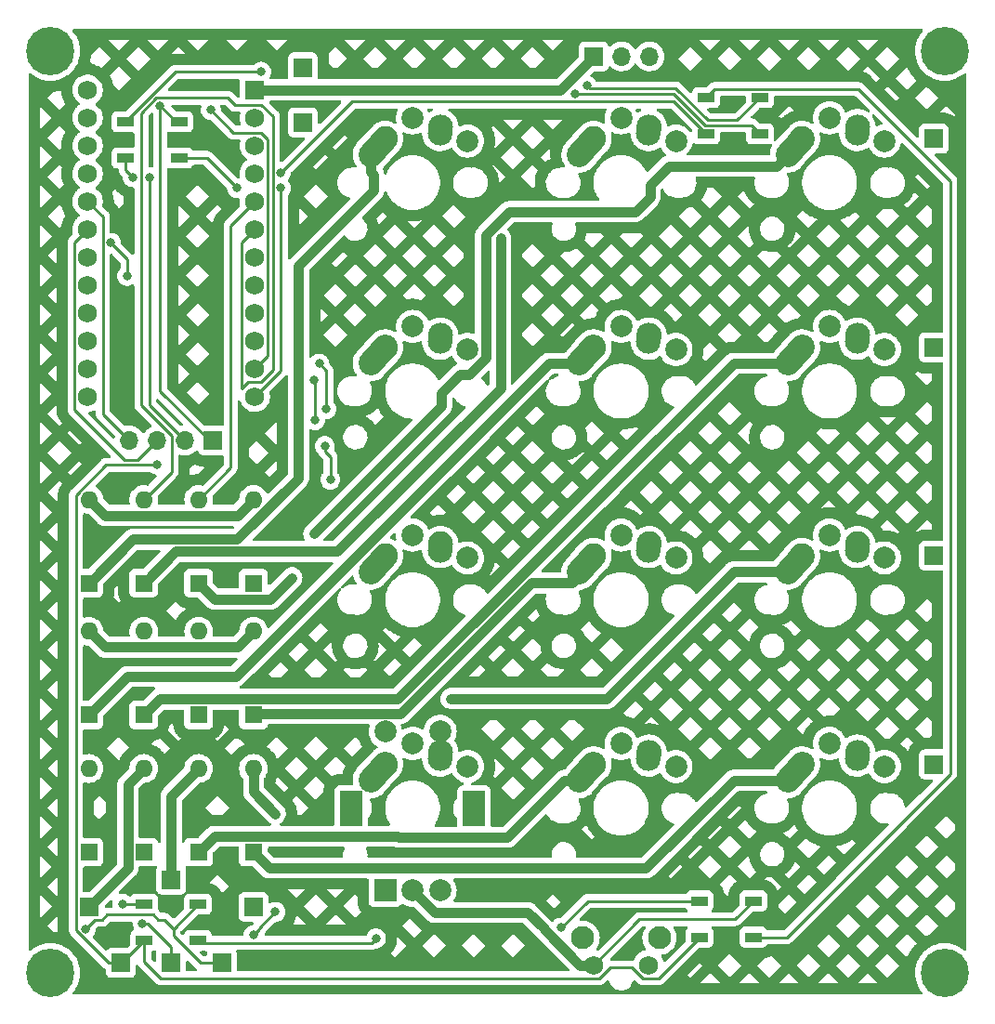
<source format=gbr>
%TF.GenerationSoftware,KiCad,Pcbnew,(6.0.9-0)*%
%TF.CreationDate,2022-12-20T14:07:04+00:00*%
%TF.ProjectId,fauxmac-plus,66617578-6d61-4632-9d70-6c75732e6b69,rev?*%
%TF.SameCoordinates,Original*%
%TF.FileFunction,Copper,L2,Bot*%
%TF.FilePolarity,Positive*%
%FSLAX46Y46*%
G04 Gerber Fmt 4.6, Leading zero omitted, Abs format (unit mm)*
G04 Created by KiCad (PCBNEW (6.0.9-0)) date 2022-12-20 14:07:04*
%MOMM*%
%LPD*%
G01*
G04 APERTURE LIST*
G04 Aperture macros list*
%AMHorizOval*
0 Thick line with rounded ends*
0 $1 width*
0 $2 $3 position (X,Y) of the first rounded end (center of the circle)*
0 $4 $5 position (X,Y) of the second rounded end (center of the circle)*
0 Add line between two ends*
20,1,$1,$2,$3,$4,$5,0*
0 Add two circle primitives to create the rounded ends*
1,1,$1,$2,$3*
1,1,$1,$4,$5*%
G04 Aperture macros list end*
%TA.AperFunction,ComponentPad*%
%ADD10R,1.700000X1.700000*%
%TD*%
%TA.AperFunction,ComponentPad*%
%ADD11O,1.700000X1.700000*%
%TD*%
%TA.AperFunction,WasherPad*%
%ADD12R,2.000000X3.200000*%
%TD*%
%TA.AperFunction,ComponentPad*%
%ADD13R,2.000000X2.000000*%
%TD*%
%TA.AperFunction,ComponentPad*%
%ADD14C,2.000000*%
%TD*%
%TA.AperFunction,ComponentPad*%
%ADD15C,2.100000*%
%TD*%
%TA.AperFunction,ComponentPad*%
%ADD16C,1.750000*%
%TD*%
%TA.AperFunction,ComponentPad*%
%ADD17R,1.752600X1.752600*%
%TD*%
%TA.AperFunction,ComponentPad*%
%ADD18C,1.752600*%
%TD*%
%TA.AperFunction,SMDPad,CuDef*%
%ADD19R,1.500000X0.900000*%
%TD*%
%TA.AperFunction,ComponentPad*%
%ADD20R,1.600000X1.600000*%
%TD*%
%TA.AperFunction,ComponentPad*%
%ADD21O,1.600000X1.600000*%
%TD*%
%TA.AperFunction,ComponentPad*%
%ADD22C,2.250000*%
%TD*%
%TA.AperFunction,ComponentPad*%
%ADD23HorizOval,2.250000X0.019771X0.290016X-0.019771X-0.290016X0*%
%TD*%
%TA.AperFunction,ComponentPad*%
%ADD24HorizOval,2.250000X0.654995X0.730004X-0.654995X-0.730004X0*%
%TD*%
%TA.AperFunction,ComponentPad*%
%ADD25C,0.700000*%
%TD*%
%TA.AperFunction,ComponentPad*%
%ADD26C,4.400000*%
%TD*%
%TA.AperFunction,ViaPad*%
%ADD27C,0.800000*%
%TD*%
%TA.AperFunction,Conductor*%
%ADD28C,0.250000*%
%TD*%
%TA.AperFunction,Conductor*%
%ADD29C,0.900000*%
%TD*%
G04 APERTURE END LIST*
D10*
%TO.P,on/off,1*%
%TO.N,Net-(SWbatt1-Pad1)*%
X176000000Y-29000000D03*
D11*
%TO.P,on/off,2*%
%TO.N,Net-(SWbatt1-Pad2)*%
X178540000Y-29000000D03*
%TO.P,on/off,3*%
%TO.N,N/C*%
X181080000Y-29000000D03*
%TD*%
D10*
%TO.P,batt+,1,1*%
%TO.N,Net-(SWbatt1-Pad2)*%
X149500000Y-30000000D03*
%TD*%
%TO.P,batt-,1,1*%
%TO.N,GND*%
X149500000Y-35000000D03*
%TD*%
%TO.P,row3,1,Pin_1*%
%TO.N,row3*%
X207000000Y-93500000D03*
%TD*%
%TO.P,row2,1,Pin_1*%
%TO.N,row2*%
X207000000Y-74500000D03*
%TD*%
%TO.P,row1,1,Pin_1*%
%TO.N,row1*%
X207000000Y-55500000D03*
%TD*%
D12*
%TO.P,enc1,*%
%TO.N,*%
X153900000Y-97500000D03*
X165100000Y-97500000D03*
D13*
%TO.P,enc1,A,A*%
%TO.N,encA*%
X157000000Y-105000000D03*
D14*
%TO.P,enc1,B,B*%
%TO.N,encB*%
X162000000Y-105000000D03*
%TO.P,enc1,C,C*%
%TO.N,GND*%
X159500000Y-105000000D03*
%TO.P,enc1,S1,S1*%
%TO.N,row3*%
X162000000Y-90500000D03*
%TO.P,enc1,S2,S2*%
%TO.N,Net-(D10-Pad1)*%
X157000000Y-90500000D03*
%TD*%
D15*
%TO.P,reset,*%
%TO.N,*%
X174990000Y-109300000D03*
X182000000Y-109300000D03*
D16*
%TO.P,reset,1,1*%
%TO.N,rst*%
X181000000Y-111790000D03*
%TO.P,reset,2,2*%
%TO.N,GND*%
X176000000Y-111790000D03*
%TD*%
D10*
%TO.P,gnd,1,1*%
%TO.N,GND*%
X142100000Y-111600000D03*
%TD*%
%TO.P,dout,1,1*%
%TO.N,Net-(rgb4-Pad2)*%
X137500000Y-111600000D03*
%TD*%
%TO.P,vcc,1,1*%
%TO.N,VCC*%
X132900000Y-111600000D03*
%TD*%
%TO.P,col0,1,Pin_1*%
%TO.N,col0*%
X130000000Y-106500000D03*
%TD*%
%TO.P,col1,1,Pin_1*%
%TO.N,col1*%
X137500000Y-104000000D03*
%TD*%
%TO.P,col2,1,Pin_1*%
%TO.N,col2*%
X145000000Y-106500000D03*
%TD*%
%TO.P,J1,1,Pin_1*%
%TO.N,GND*%
X141300000Y-64000000D03*
D11*
%TO.P,J1,2,Pin_2*%
%TO.N,VCC*%
X138760000Y-64000000D03*
%TO.P,J1,3,Pin_3*%
%TO.N,scl*%
X136220000Y-64000000D03*
%TO.P,J1,4,Pin_4*%
%TO.N,sda*%
X133680000Y-64000000D03*
%TD*%
D10*
%TO.P,row0,1,Pin_1*%
%TO.N,row0*%
X207000000Y-36500000D03*
%TD*%
D17*
%TO.P,U1,1,RAW*%
%TO.N,Net-(SWbatt1-Pad1)*%
X145120000Y-32054000D03*
D18*
%TO.P,U1,2,GND*%
%TO.N,GND*%
X145120000Y-34594000D03*
%TO.P,U1,3,RST*%
%TO.N,rst*%
X145120000Y-37134000D03*
%TO.P,U1,4,VCC*%
%TO.N,VCC*%
X145120000Y-39674000D03*
%TO.P,U1,5,PF4*%
%TO.N,col2*%
X145120000Y-42214000D03*
%TO.P,U1,6,PF5*%
%TO.N,col1*%
X145120000Y-44754000D03*
%TO.P,U1,7,PF6*%
%TO.N,col0*%
X145120000Y-47294000D03*
%TO.P,U1,8,PF7*%
%TO.N,unconnected-(U1-Pad8)*%
X145120000Y-49834000D03*
%TO.P,U1,9,PB1*%
%TO.N,unconnected-(U1-Pad9)*%
X145120000Y-52374000D03*
%TO.P,U1,10,PB3*%
%TO.N,encA*%
X145120000Y-54914000D03*
%TO.P,U1,11,PB2*%
%TO.N,encB*%
X145120000Y-57454000D03*
%TO.P,U1,12,PB6*%
%TO.N,rgb*%
X145120000Y-59994000D03*
%TO.P,U1,13,PD3*%
%TO.N,row3*%
X129880000Y-32054000D03*
%TO.P,U1,14,PD2*%
%TO.N,row2*%
X129880000Y-34594000D03*
%TO.P,U1,15,GND*%
%TO.N,GND*%
X129880000Y-37134000D03*
%TO.P,U1,16,GND*%
X129880000Y-39674000D03*
%TO.P,U1,17,PD1*%
%TO.N,sda*%
X129880000Y-42214000D03*
%TO.P,U1,18,PD0*%
%TO.N,scl*%
X129880000Y-44754000D03*
%TO.P,U1,19,PD4*%
%TO.N,row1*%
X129880000Y-47294000D03*
%TO.P,U1,20,PC6*%
%TO.N,row0*%
X129880000Y-49834000D03*
%TO.P,U1,21,PD7*%
%TO.N,unconnected-(U1-Pad21)*%
X129880000Y-52374000D03*
%TO.P,U1,22,PE6*%
%TO.N,unconnected-(U1-Pad22)*%
X129880000Y-54914000D03*
%TO.P,U1,23,PB4*%
%TO.N,unconnected-(U1-Pad23)*%
X129880000Y-57454000D03*
%TO.P,U1,24,PB5*%
%TO.N,unconnected-(U1-Pad24)*%
X129880000Y-59994000D03*
%TD*%
D19*
%TO.P,rgb1,1,VDD*%
%TO.N,VCC*%
X133350000Y-38250000D03*
%TO.P,rgb1,2,DOUT*%
%TO.N,Net-(rgb1-Pad2)*%
X133350000Y-34950000D03*
%TO.P,rgb1,3,VSS*%
%TO.N,GND*%
X138250000Y-34950000D03*
%TO.P,rgb1,4,DIN*%
%TO.N,rgb*%
X138250000Y-38250000D03*
%TD*%
D20*
%TO.P,D2,1,K*%
%TO.N,Net-(D2-Pad1)*%
X135000000Y-77000000D03*
D21*
%TO.P,D2,2,A*%
%TO.N,col1*%
X135000000Y-69380000D03*
%TD*%
D20*
%TO.P,D4,1,K*%
%TO.N,Net-(D4-Pad1)*%
X145000000Y-77000000D03*
D21*
%TO.P,D4,2,A*%
%TO.N,col0*%
X145000000Y-69380000D03*
%TD*%
D20*
%TO.P,D11,1,K*%
%TO.N,Net-(D11-Pad1)*%
X140000000Y-101500000D03*
D21*
%TO.P,D11,2,A*%
%TO.N,col1*%
X140000000Y-93880000D03*
%TD*%
D20*
%TO.P,D7,1,K*%
%TO.N,Net-(D7-Pad1)*%
X140000000Y-89000000D03*
D21*
%TO.P,D7,2,A*%
%TO.N,col0*%
X140000000Y-81380000D03*
%TD*%
D20*
%TO.P,D9,1,K*%
%TO.N,Net-(D9-Pad1)*%
X130000000Y-101500000D03*
D21*
%TO.P,D9,2,A*%
%TO.N,col2*%
X130000000Y-93880000D03*
%TD*%
D20*
%TO.P,D10,1,K*%
%TO.N,Net-(D10-Pad1)*%
X135000000Y-101500000D03*
D21*
%TO.P,D10,2,A*%
%TO.N,col0*%
X135000000Y-93880000D03*
%TD*%
D20*
%TO.P,D1,1,K*%
%TO.N,Net-(D1-Pad1)*%
X130000000Y-77000000D03*
D21*
%TO.P,D1,2,A*%
%TO.N,col0*%
X130000000Y-69380000D03*
%TD*%
D20*
%TO.P,D3,1,K*%
%TO.N,Net-(D3-Pad1)*%
X140000000Y-77000000D03*
D21*
%TO.P,D3,2,A*%
%TO.N,col2*%
X140000000Y-69380000D03*
%TD*%
D20*
%TO.P,D12,1,K*%
%TO.N,Net-(D12-Pad1)*%
X145000000Y-101500000D03*
D21*
%TO.P,D12,2,A*%
%TO.N,col2*%
X145000000Y-93880000D03*
%TD*%
D20*
%TO.P,D8,1,K*%
%TO.N,Net-(D8-Pad1)*%
X145000000Y-89000000D03*
D21*
%TO.P,D8,2,A*%
%TO.N,col1*%
X145000000Y-81380000D03*
%TD*%
D20*
%TO.P,D5,1,K*%
%TO.N,Net-(D5-Pad1)*%
X130000000Y-89000000D03*
D21*
%TO.P,D5,2,A*%
%TO.N,col1*%
X130000000Y-81380000D03*
%TD*%
D20*
%TO.P,D6,1,K*%
%TO.N,Net-(D6-Pad1)*%
X135000000Y-89000000D03*
D21*
%TO.P,D6,2,A*%
%TO.N,col2*%
X135000000Y-81380000D03*
%TD*%
D19*
%TO.P,rgb4,1,VDD*%
%TO.N,VCC*%
X135050000Y-109550000D03*
%TO.P,rgb4,2,DOUT*%
%TO.N,Net-(rgb4-Pad2)*%
X135050000Y-106250000D03*
%TO.P,rgb4,3,VSS*%
%TO.N,GND*%
X139950000Y-106250000D03*
%TO.P,rgb4,4,DIN*%
%TO.N,Net-(rgb3-Pad2)*%
X139950000Y-109550000D03*
%TD*%
%TO.P,rgb3,1,VDD*%
%TO.N,VCC*%
X185650000Y-109250000D03*
%TO.P,rgb3,2,DOUT*%
%TO.N,Net-(rgb3-Pad2)*%
X185650000Y-105950000D03*
%TO.P,rgb3,3,VSS*%
%TO.N,GND*%
X190550000Y-105950000D03*
%TO.P,rgb3,4,DIN*%
%TO.N,Net-(rgb2-Pad2)*%
X190550000Y-109250000D03*
%TD*%
D22*
%TO.P,K4,1*%
%TO.N,row1*%
X162040000Y-54420000D03*
D14*
X164500000Y-55700000D03*
D23*
X162019771Y-54709984D03*
D22*
%TO.P,K4,2*%
%TO.N,Net-(D4-Pad1)*%
X157000000Y-55500000D03*
D14*
X159500000Y-53600000D03*
D24*
X156344995Y-56229996D03*
%TD*%
D22*
%TO.P,K5,1*%
%TO.N,row1*%
X181040000Y-54420000D03*
D14*
X183500000Y-55700000D03*
D23*
X181019771Y-54709984D03*
D14*
%TO.P,K5,2*%
%TO.N,Net-(D5-Pad1)*%
X178500000Y-53600000D03*
D22*
X176000000Y-55500000D03*
D24*
X175344995Y-56229996D03*
%TD*%
D23*
%TO.P,K7,1*%
%TO.N,row2*%
X162019771Y-73709984D03*
D22*
X162040000Y-73420000D03*
D14*
X164500000Y-74700000D03*
D22*
%TO.P,K7,2*%
%TO.N,Net-(D7-Pad1)*%
X157000000Y-74500000D03*
D14*
X159500000Y-72600000D03*
D24*
X156344995Y-75229996D03*
%TD*%
D23*
%TO.P,K8,1*%
%TO.N,row2*%
X181019771Y-73709984D03*
D14*
X183500000Y-74700000D03*
D22*
X181040000Y-73420000D03*
%TO.P,K8,2*%
%TO.N,Net-(D8-Pad1)*%
X176000000Y-74500000D03*
D14*
X178500000Y-72600000D03*
D24*
X175344995Y-75229996D03*
%TD*%
D23*
%TO.P,K2,1*%
%TO.N,row0*%
X181019771Y-35709984D03*
D14*
X183500000Y-36700000D03*
D22*
X181040000Y-35420000D03*
%TO.P,K2,2*%
%TO.N,Net-(D2-Pad1)*%
X176000000Y-36500000D03*
D14*
X178500000Y-34600000D03*
D24*
X175344995Y-37229996D03*
%TD*%
D14*
%TO.P,K10,1*%
%TO.N,row3*%
X164500000Y-93700000D03*
D22*
X162040000Y-92420000D03*
D23*
X162019771Y-92709984D03*
D24*
%TO.P,K10,2*%
%TO.N,Net-(D10-Pad1)*%
X156344995Y-94229996D03*
D14*
X159500000Y-91600000D03*
D22*
X157000000Y-93500000D03*
%TD*%
D23*
%TO.P,K11,1*%
%TO.N,row3*%
X181019771Y-92709984D03*
D14*
X183500000Y-93700000D03*
D22*
X181040000Y-92420000D03*
%TO.P,K11,2*%
%TO.N,Net-(D11-Pad1)*%
X176000000Y-93500000D03*
D24*
X175344995Y-94229996D03*
D14*
X178500000Y-91600000D03*
%TD*%
D24*
%TO.P,K1,2*%
%TO.N,Net-(D1-Pad1)*%
X156344995Y-37229996D03*
D14*
X159500000Y-34600000D03*
D22*
X157000000Y-36500000D03*
D23*
%TO.P,K1,1*%
%TO.N,row0*%
X162019771Y-35709984D03*
D22*
X162040000Y-35420000D03*
D14*
X164500000Y-36700000D03*
%TD*%
D19*
%TO.P,rgb2,1,VDD*%
%TO.N,VCC*%
X186250000Y-36050000D03*
%TO.P,rgb2,2,DOUT*%
%TO.N,Net-(rgb2-Pad2)*%
X186250000Y-32750000D03*
%TO.P,rgb2,3,VSS*%
%TO.N,GND*%
X191150000Y-32750000D03*
%TO.P,rgb2,4,DIN*%
%TO.N,Net-(rgb1-Pad2)*%
X191150000Y-36050000D03*
%TD*%
D14*
%TO.P,K12,1*%
%TO.N,row3*%
X202500000Y-93700000D03*
D22*
X200040000Y-92420000D03*
D23*
X200019771Y-92709984D03*
D22*
%TO.P,K12,2*%
%TO.N,Net-(D12-Pad1)*%
X195000000Y-93500000D03*
D24*
X194344995Y-94229996D03*
D14*
X197500000Y-91600000D03*
%TD*%
D23*
%TO.P,K9,1*%
%TO.N,row2*%
X200019771Y-73709984D03*
D14*
X202500000Y-74700000D03*
D22*
X200040000Y-73420000D03*
D24*
%TO.P,K9,2*%
%TO.N,Net-(D9-Pad1)*%
X194344995Y-75229996D03*
D22*
X195000000Y-74500000D03*
D14*
X197500000Y-72600000D03*
%TD*%
%TO.P,K6,1*%
%TO.N,row1*%
X202500000Y-55700000D03*
D23*
X200019771Y-54709984D03*
D22*
X200040000Y-54420000D03*
D24*
%TO.P,K6,2*%
%TO.N,Net-(D6-Pad1)*%
X194344995Y-56229996D03*
D22*
X195000000Y-55500000D03*
D14*
X197500000Y-53600000D03*
%TD*%
D23*
%TO.P,K3,1*%
%TO.N,row0*%
X200019771Y-35709984D03*
D14*
X202500000Y-36700000D03*
D22*
X200040000Y-35420000D03*
D24*
%TO.P,K3,2*%
%TO.N,Net-(D3-Pad1)*%
X194344995Y-37229996D03*
D14*
X197500000Y-34600000D03*
D22*
X195000000Y-36500000D03*
%TD*%
D25*
%TO.P,H1,1*%
%TO.N,N/C*%
X127666726Y-29666726D03*
X126500000Y-30150000D03*
X124850000Y-28500000D03*
X128150000Y-28500000D03*
X127666726Y-27333274D03*
X125333274Y-27333274D03*
X125333274Y-29666726D03*
D26*
X126500000Y-28500000D03*
D25*
X126500000Y-26850000D03*
%TD*%
D26*
%TO.P,H2,1*%
%TO.N,N/C*%
X208000000Y-28500000D03*
D25*
X206833274Y-29666726D03*
X206350000Y-28500000D03*
X209650000Y-28500000D03*
X209166726Y-27333274D03*
X209166726Y-29666726D03*
X208000000Y-30150000D03*
X206833274Y-27333274D03*
X208000000Y-26850000D03*
%TD*%
%TO.P,H3,1*%
%TO.N,N/C*%
X206350000Y-112500000D03*
X209166726Y-111333274D03*
X209166726Y-113666726D03*
X208000000Y-114150000D03*
X209650000Y-112500000D03*
D26*
X208000000Y-112500000D03*
D25*
X206833274Y-111333274D03*
X208000000Y-110850000D03*
X206833274Y-113666726D03*
%TD*%
%TO.P,H4,1*%
%TO.N,N/C*%
X125333274Y-113666726D03*
X126500000Y-114150000D03*
X124850000Y-112500000D03*
X125333274Y-111333274D03*
D26*
X126500000Y-112500000D03*
D25*
X128150000Y-112500000D03*
X127666726Y-113666726D03*
X127666726Y-111333274D03*
X126500000Y-110850000D03*
%TD*%
D27*
%TO.N,VCC*%
X136200000Y-66200000D03*
%TO.N,Net-(rgb4-Pad2)*%
X133070242Y-106201186D03*
X134892891Y-108007109D03*
%TO.N,GND*%
X129707499Y-108492501D03*
%TO.N,Net-(rgb3-Pad2)*%
X156162299Y-109362299D03*
X173000000Y-108400000D03*
%TO.N,GND*%
X175400000Y-31651000D03*
%TO.N,Net-(rgb1-Pad2)*%
X145700000Y-30400000D03*
X174300000Y-32375500D03*
%TO.N,VCC*%
X147500000Y-39600000D03*
%TO.N,rgb*%
X147500000Y-41000000D03*
X143500000Y-41000000D03*
%TO.N,VCC*%
X134000000Y-40000000D03*
%TO.N,GND*%
X136500000Y-33500000D03*
%TO.N,col2*%
X147000000Y-98000000D03*
%TO.N,Net-(D2-Pad1)*%
X167500000Y-45500000D03*
%TO.N,Net-(D3-Pad1)*%
X148500000Y-76500000D03*
X150500000Y-72500000D03*
%TO.N,Net-(D9-Pad1)*%
X163000000Y-87500000D03*
%TO.N,encB*%
X141116690Y-33883310D03*
%TO.N,row3*%
X147000000Y-106950001D03*
X145000000Y-109050001D03*
%TO.N,VCC*%
X135500000Y-40000000D03*
%TO.N,row1*%
X150632462Y-62132462D03*
X150500000Y-58500000D03*
%TO.N,row2*%
X151000000Y-57000000D03*
X151632462Y-61132462D03*
X151500000Y-64500000D03*
X152000000Y-67550000D03*
X133500000Y-49000000D03*
X132000000Y-46000000D03*
%TD*%
D28*
%TO.N,col2*%
X145120000Y-42214000D02*
X142917000Y-44417000D01*
X142917000Y-44417000D02*
X142917000Y-66463000D01*
X142917000Y-66463000D02*
X140000000Y-69380000D01*
%TO.N,sda*%
X133680000Y-64000000D02*
X131274999Y-61594999D01*
X131274999Y-61594999D02*
X131274999Y-43608999D01*
X131274999Y-43608999D02*
X129880000Y-42214000D01*
%TO.N,VCC*%
X128825000Y-68964009D02*
X131589009Y-66200000D01*
X132900000Y-111600000D02*
X131789693Y-111600000D01*
X131589009Y-66200000D02*
X136200000Y-66200000D01*
X131789693Y-111600000D02*
X128825000Y-108635307D01*
X128825000Y-108635307D02*
X128825000Y-68964009D01*
X138760000Y-64000000D02*
X135500000Y-60740000D01*
X135500000Y-60740000D02*
X135500000Y-40000000D01*
D29*
%TO.N,col1*%
X140000000Y-93880000D02*
X137500000Y-96380000D01*
X137500000Y-96380000D02*
X137500000Y-104000000D01*
D28*
%TO.N,Net-(rgb4-Pad2)*%
X137500000Y-110150000D02*
X135357109Y-108007109D01*
X135001186Y-106201186D02*
X135050000Y-106250000D01*
X135357109Y-108007109D02*
X134892891Y-108007109D01*
X137500000Y-111600000D02*
X137500000Y-110150000D01*
X133070242Y-106201186D02*
X135001186Y-106201186D01*
%TO.N,GND*%
X137707499Y-108492501D02*
X136889998Y-107675000D01*
X136889998Y-107675000D02*
X136325000Y-107675000D01*
X136325000Y-107675000D02*
X135850000Y-107200000D01*
X135850000Y-107200000D02*
X131650000Y-107200000D01*
X131650000Y-107200000D02*
X131175000Y-107675000D01*
X131175000Y-107675000D02*
X130525000Y-107675000D01*
X130525000Y-107675000D02*
X129707499Y-108492501D01*
X142100000Y-111600000D02*
X140150000Y-111600000D01*
X140150000Y-111600000D02*
X137707499Y-109157499D01*
X137707499Y-109157499D02*
X137707499Y-108492501D01*
%TO.N,VCC*%
X132900000Y-111600000D02*
X133000000Y-111600000D01*
X133000000Y-111600000D02*
X135050000Y-109550000D01*
X185650000Y-109250000D02*
X181910000Y-112990000D01*
X181910000Y-112990000D02*
X180502943Y-112990000D01*
X136540000Y-112990000D02*
X135050000Y-111500000D01*
X177487057Y-112000000D02*
X176497057Y-112990000D01*
X180502943Y-112990000D02*
X179512943Y-112000000D01*
X179512943Y-112000000D02*
X177487057Y-112000000D01*
X176497057Y-112990000D02*
X136540000Y-112990000D01*
X135050000Y-111500000D02*
X135050000Y-109550000D01*
%TO.N,GND*%
X139950000Y-106250000D02*
X137707499Y-108492501D01*
%TO.N,Net-(rgb3-Pad2)*%
X155749597Y-109775001D02*
X140175001Y-109775001D01*
X185650000Y-105950000D02*
X175450000Y-105950000D01*
X175450000Y-105950000D02*
X173000000Y-108400000D01*
X156162299Y-109362299D02*
X155749597Y-109775001D01*
X140175001Y-109775001D02*
X139950000Y-109550000D01*
%TO.N,GND*%
X190550000Y-105950000D02*
X188900000Y-107600000D01*
X188900000Y-107600000D02*
X180190000Y-107600000D01*
X180190000Y-107600000D02*
X176000000Y-111790000D01*
%TO.N,Net-(rgb2-Pad2)*%
X186250000Y-32750000D02*
X187025000Y-31975000D01*
X187025000Y-31975000D02*
X200125000Y-31975000D01*
X200125000Y-31975000D02*
X208500000Y-40350000D01*
X208500000Y-40350000D02*
X208500000Y-94350000D01*
X208500000Y-94350000D02*
X193600000Y-109250000D01*
X193600000Y-109250000D02*
X190550000Y-109250000D01*
%TO.N,GND*%
X186386396Y-34825000D02*
X183486896Y-31925500D01*
X189075000Y-34825000D02*
X189000000Y-34825000D01*
X191150000Y-32750000D02*
X189075000Y-34825000D01*
X175674500Y-31925500D02*
X175400000Y-31651000D01*
X189000000Y-34825000D02*
X186386396Y-34825000D01*
X183486896Y-31925500D02*
X175674500Y-31925500D01*
%TO.N,Net-(rgb1-Pad2)*%
X186200000Y-35275000D02*
X183300500Y-32375500D01*
X133350000Y-34940602D02*
X133350000Y-34950000D01*
X183300500Y-32375500D02*
X174300000Y-32375500D01*
X145700000Y-30400000D02*
X137890602Y-30400000D01*
X137890602Y-30400000D02*
X133350000Y-34940602D01*
X190375000Y-35275000D02*
X186200000Y-35275000D01*
X191150000Y-36050000D02*
X190375000Y-35275000D01*
%TO.N,VCC*%
X154000000Y-33100000D02*
X147500000Y-39600000D01*
X154000000Y-33100000D02*
X183300000Y-33100000D01*
X186250000Y-36050000D02*
X183300000Y-33100000D01*
%TO.N,rgb*%
X147500000Y-57614000D02*
X145120000Y-59994000D01*
X138250000Y-38250000D02*
X140750000Y-38250000D01*
X140750000Y-38250000D02*
X143500000Y-41000000D01*
X147500000Y-41000000D02*
X147500000Y-57614000D01*
%TO.N,VCC*%
X133350000Y-39350000D02*
X134000000Y-40000000D01*
X133350000Y-38250000D02*
X133350000Y-39350000D01*
%TO.N,GND*%
X138250000Y-34950000D02*
X137950000Y-34950000D01*
X137950000Y-34950000D02*
X136500000Y-33500000D01*
D29*
X171472564Y-108472564D02*
X170000000Y-107000000D01*
D28*
X141300000Y-64000000D02*
X141000000Y-64000000D01*
D29*
X171472564Y-108500000D02*
X171472564Y-108472564D01*
X174762564Y-111790000D02*
X171472564Y-108500000D01*
D28*
X136500000Y-33500000D02*
X136500000Y-59500000D01*
D29*
X170000000Y-107000000D02*
X161500000Y-107000000D01*
X176000000Y-111790000D02*
X174762564Y-111790000D01*
X161500000Y-107000000D02*
X159500000Y-105000000D01*
D28*
X141000000Y-64000000D02*
X136500000Y-59500000D01*
D29*
%TO.N,col0*%
X133549999Y-102950001D02*
X130000000Y-106500000D01*
X135000000Y-93880000D02*
X133549999Y-95330001D01*
X131450001Y-70830001D02*
X143549999Y-70830001D01*
X133549999Y-95330001D02*
X133549999Y-102950001D01*
X143549999Y-70830001D02*
X145000000Y-69380000D01*
X130000000Y-69380000D02*
X131450001Y-70830001D01*
D28*
%TO.N,col1*%
X136151999Y-32774999D02*
X142676323Y-32774999D01*
X143918699Y-59279977D02*
X143918699Y-45955301D01*
D29*
X143549999Y-82830001D02*
X145000000Y-81380000D01*
D28*
X143918699Y-45955301D02*
X145120000Y-44754000D01*
D29*
X130000000Y-81380000D02*
X131450001Y-82830001D01*
D28*
X134774999Y-34151999D02*
X136151999Y-32774999D01*
X146771311Y-57580615D02*
X145696625Y-58655301D01*
X146771311Y-34467385D02*
X146771311Y-57580615D01*
X137539999Y-66840001D02*
X137539999Y-63539999D01*
X134774999Y-60774999D02*
X134774999Y-34151999D01*
D29*
X131450001Y-82830001D02*
X143549999Y-82830001D01*
D28*
X135000000Y-69380000D02*
X137539999Y-66840001D01*
X144543375Y-58655301D02*
X143918699Y-59279977D01*
X137539999Y-63539999D02*
X134774999Y-60774999D01*
X145696625Y-33392699D02*
X146771311Y-34467385D01*
X143294023Y-33392699D02*
X145696625Y-33392699D01*
X145696625Y-58655301D02*
X144543375Y-58655301D01*
X142676323Y-32774999D02*
X143294023Y-33392699D01*
D29*
%TO.N,col2*%
X145000000Y-96000000D02*
X147000000Y-98000000D01*
X145000000Y-93880000D02*
X145000000Y-96000000D01*
%TO.N,Net-(D1-Pad1)*%
X149100010Y-48076992D02*
X149100010Y-67425992D01*
X155945001Y-39767999D02*
X155945001Y-41232001D01*
X149100010Y-67425992D02*
X143526002Y-73000000D01*
X134000000Y-73000000D02*
X130000000Y-77000000D01*
X155690000Y-39512998D02*
X155945001Y-39767999D01*
X155945001Y-41232001D02*
X149100010Y-48076992D01*
X143526002Y-73000000D02*
X134000000Y-73000000D01*
X155690000Y-37960000D02*
X155690000Y-39512998D01*
%TO.N,Net-(D2-Pad1)*%
X167500000Y-59220002D02*
X152619992Y-74100010D01*
X137899990Y-74100010D02*
X135000000Y-77000000D01*
X152619992Y-74100010D02*
X137899990Y-74100010D01*
X167500000Y-45500000D02*
X167500000Y-59220002D01*
%TO.N,Net-(D3-Pad1)*%
X141450001Y-78450001D02*
X140000000Y-77000000D01*
X168300450Y-43143901D02*
X166150001Y-45294350D01*
X192675001Y-38974999D02*
X182847999Y-38974999D01*
X148500000Y-76500000D02*
X146549999Y-78450001D01*
X182847999Y-38974999D02*
X181143901Y-40679097D01*
X164667003Y-57974999D02*
X163847999Y-57974999D01*
X179769073Y-43143901D02*
X168300450Y-43143901D01*
X193690000Y-37960000D02*
X192675001Y-38974999D01*
X181143901Y-40679097D02*
X181143901Y-41769073D01*
X146549999Y-78450001D02*
X141450001Y-78450001D01*
X163847999Y-57974999D02*
X162143901Y-59679097D01*
X181143901Y-41769073D02*
X179769073Y-43143901D01*
X166150001Y-56492001D02*
X164667003Y-57974999D01*
X162143901Y-60856099D02*
X150500000Y-72500000D01*
X162143901Y-59679097D02*
X162143901Y-60856099D01*
X166150001Y-45294350D02*
X166150001Y-56492001D01*
%TO.N,Net-(D5-Pad1)*%
X143372998Y-85500000D02*
X133500000Y-85500000D01*
X174690000Y-56960000D02*
X171912998Y-56960000D01*
X171912998Y-56960000D02*
X143372998Y-85500000D01*
X133500000Y-85500000D02*
X130000000Y-89000000D01*
%TO.N,Net-(D6-Pad1)*%
X188760002Y-56960000D02*
X158170003Y-87549999D01*
X193690000Y-56960000D02*
X188760002Y-56960000D01*
X136450001Y-87549999D02*
X135000000Y-89000000D01*
X158170003Y-87549999D02*
X136450001Y-87549999D01*
%TO.N,Net-(D8-Pad1)*%
X145150001Y-88849999D02*
X145000000Y-89000000D01*
X158425651Y-88849999D02*
X145150001Y-88849999D01*
X174025001Y-76974999D02*
X170300651Y-76974999D01*
X174690000Y-75960000D02*
X174690000Y-76310000D01*
X174690000Y-76310000D02*
X174025001Y-76974999D01*
X170300651Y-76974999D02*
X158425651Y-88849999D01*
%TO.N,Net-(D9-Pad1)*%
X193690000Y-75960000D02*
X188760002Y-75960000D01*
X177220002Y-87500000D02*
X163000000Y-87500000D01*
X188760002Y-75960000D02*
X177220002Y-87500000D01*
%TO.N,Net-(D11-Pad1)*%
X141450001Y-100049999D02*
X158137025Y-100049999D01*
X158137025Y-100049999D02*
X158230927Y-100143901D01*
X140000000Y-101500000D02*
X141450001Y-100049999D01*
X158230927Y-100143901D02*
X168136097Y-100143901D01*
X168136097Y-100143901D02*
X173319998Y-94960000D01*
X173319998Y-94960000D02*
X174690000Y-94960000D01*
%TO.N,Net-(D12-Pad1)*%
X193690000Y-94960000D02*
X188760002Y-94960000D01*
X188760002Y-94960000D02*
X180770001Y-102950001D01*
X146450001Y-102950001D02*
X145000000Y-101500000D01*
X180770001Y-102950001D02*
X146450001Y-102950001D01*
D28*
%TO.N,encB*%
X141116690Y-33883310D02*
X143166079Y-35932699D01*
X143166079Y-35932699D02*
X145696625Y-35932699D01*
X146321301Y-36557375D02*
X146321301Y-56252699D01*
X145696625Y-35932699D02*
X146321301Y-36557375D01*
X146321301Y-56252699D02*
X145120000Y-57454000D01*
%TO.N,row3*%
X145500000Y-108450001D02*
X145500000Y-108550001D01*
X145500000Y-108550001D02*
X145000000Y-109050001D01*
X147000000Y-106950001D02*
X145500000Y-108450001D01*
%TO.N,scl*%
X133250000Y-65750000D02*
X128678699Y-61178699D01*
X136220000Y-64000000D02*
X134470000Y-65750000D01*
X134470000Y-65750000D02*
X133250000Y-65750000D01*
X128678699Y-45955301D02*
X129880000Y-44754000D01*
X128678699Y-61178699D02*
X128678699Y-45955301D01*
%TO.N,row1*%
X150632462Y-62132462D02*
X150632462Y-58632462D01*
X150632462Y-58632462D02*
X150500000Y-58500000D01*
%TO.N,row2*%
X151632462Y-57632462D02*
X151000000Y-57000000D01*
X151500000Y-65000000D02*
X151500000Y-64500000D01*
X151632462Y-61132462D02*
X151632462Y-57632462D01*
X152000000Y-67550000D02*
X152000000Y-65500000D01*
X152000000Y-65500000D02*
X151500000Y-65000000D01*
X133500000Y-49000000D02*
X133500000Y-47500000D01*
X133500000Y-47500000D02*
X132000000Y-46000000D01*
D29*
%TO.N,Net-(SWbatt1-Pad1)*%
X172946000Y-32054000D02*
X145120000Y-32054000D01*
X176000000Y-29000000D02*
X172946000Y-32054000D01*
%TD*%
%TA.AperFunction,NonConductor*%
G36*
X143677321Y-31053502D02*
G01*
X143723814Y-31107158D01*
X143735200Y-31159500D01*
X143735200Y-32633199D01*
X143715198Y-32701320D01*
X143661542Y-32747813D01*
X143609200Y-32759199D01*
X143608618Y-32759199D01*
X143540497Y-32739197D01*
X143519522Y-32722294D01*
X143362755Y-32565526D01*
X143179970Y-32382741D01*
X143172436Y-32374462D01*
X143168323Y-32367981D01*
X143118671Y-32321355D01*
X143115830Y-32318601D01*
X143096093Y-32298864D01*
X143092896Y-32296384D01*
X143083874Y-32288679D01*
X143057423Y-32263840D01*
X143051644Y-32258413D01*
X143044698Y-32254594D01*
X143044695Y-32254592D01*
X143033889Y-32248651D01*
X143017370Y-32237800D01*
X143016906Y-32237440D01*
X143001364Y-32225385D01*
X142994095Y-32222240D01*
X142994091Y-32222237D01*
X142960786Y-32207825D01*
X142950136Y-32202608D01*
X142911383Y-32181304D01*
X142891760Y-32176266D01*
X142873057Y-32169862D01*
X142861743Y-32164966D01*
X142861742Y-32164966D01*
X142854468Y-32161818D01*
X142846645Y-32160579D01*
X142846635Y-32160576D01*
X142810799Y-32154900D01*
X142799179Y-32152494D01*
X142764034Y-32143471D01*
X142764033Y-32143471D01*
X142756353Y-32141499D01*
X142736099Y-32141499D01*
X142716388Y-32139948D01*
X142704209Y-32138019D01*
X142696380Y-32136779D01*
X142688488Y-32137525D01*
X142652362Y-32140940D01*
X142640504Y-32141499D01*
X137349198Y-32141499D01*
X137281077Y-32121497D01*
X137234584Y-32067841D01*
X137224480Y-31997567D01*
X137253974Y-31932987D01*
X137260103Y-31926404D01*
X138116102Y-31070405D01*
X138178414Y-31036379D01*
X138205197Y-31033500D01*
X143609200Y-31033500D01*
X143677321Y-31053502D01*
G37*
%TD.AperFunction*%
%TA.AperFunction,NonConductor*%
G36*
X180287151Y-33753502D02*
G01*
X180333644Y-33807158D01*
X180343748Y-33877432D01*
X180314254Y-33942012D01*
X180284864Y-33966933D01*
X180240581Y-33994069D01*
X180233123Y-33998297D01*
X180178683Y-34026758D01*
X180168817Y-34031916D01*
X180148954Y-34046668D01*
X180126112Y-34063632D01*
X180116826Y-34069908D01*
X180084988Y-34089418D01*
X180080223Y-34092338D01*
X180011690Y-34110875D01*
X179944013Y-34089418D01*
X179897981Y-34033122D01*
X179850728Y-33919044D01*
X179848240Y-33913037D01*
X179848930Y-33912751D01*
X179836568Y-33846923D01*
X179863270Y-33781139D01*
X179921299Y-33740234D01*
X179961939Y-33733500D01*
X180219030Y-33733500D01*
X180287151Y-33753502D01*
G37*
%TD.AperFunction*%
%TA.AperFunction,NonConductor*%
G36*
X161287151Y-33753502D02*
G01*
X161333644Y-33807158D01*
X161343748Y-33877432D01*
X161314254Y-33942012D01*
X161284864Y-33966933D01*
X161240581Y-33994069D01*
X161233123Y-33998297D01*
X161178683Y-34026758D01*
X161168817Y-34031916D01*
X161148954Y-34046668D01*
X161126112Y-34063632D01*
X161116826Y-34069908D01*
X161084988Y-34089418D01*
X161080223Y-34092338D01*
X161011690Y-34110875D01*
X160944013Y-34089418D01*
X160897981Y-34033122D01*
X160850728Y-33919044D01*
X160848240Y-33913037D01*
X160848930Y-33912751D01*
X160836568Y-33846923D01*
X160863270Y-33781139D01*
X160921299Y-33740234D01*
X160961939Y-33733500D01*
X161219030Y-33733500D01*
X161287151Y-33753502D01*
G37*
%TD.AperFunction*%
%TA.AperFunction,NonConductor*%
G36*
X189833621Y-32628502D02*
G01*
X189880114Y-32682158D01*
X189891500Y-32734500D01*
X189891500Y-33060406D01*
X189871498Y-33128527D01*
X189854595Y-33149501D01*
X188849500Y-34154595D01*
X188787188Y-34188621D01*
X188760405Y-34191500D01*
X186700991Y-34191500D01*
X186632870Y-34171498D01*
X186611896Y-34154595D01*
X186380896Y-33923595D01*
X186346870Y-33861283D01*
X186351935Y-33790468D01*
X186394482Y-33733632D01*
X186461002Y-33708821D01*
X186469991Y-33708500D01*
X187048134Y-33708500D01*
X187110316Y-33701745D01*
X187246705Y-33650615D01*
X187363261Y-33563261D01*
X187450615Y-33446705D01*
X187501745Y-33310316D01*
X187508500Y-33248134D01*
X187508500Y-32734500D01*
X187528502Y-32666379D01*
X187582158Y-32619886D01*
X187634500Y-32608500D01*
X189765500Y-32608500D01*
X189833621Y-32628502D01*
G37*
%TD.AperFunction*%
%TA.AperFunction,NonConductor*%
G36*
X142429850Y-33428501D02*
G01*
X142450824Y-33445404D01*
X142790366Y-33784946D01*
X142797910Y-33793236D01*
X142802023Y-33799717D01*
X142807800Y-33805142D01*
X142851690Y-33846357D01*
X142854532Y-33849112D01*
X142874254Y-33868834D01*
X142877396Y-33871271D01*
X142877456Y-33871318D01*
X142886468Y-33879016D01*
X142904671Y-33896109D01*
X142918702Y-33909285D01*
X142925645Y-33913102D01*
X142936454Y-33919044D01*
X142952976Y-33929897D01*
X142968982Y-33942313D01*
X142976260Y-33945463D01*
X142976261Y-33945463D01*
X143009560Y-33959873D01*
X143020210Y-33965090D01*
X143058963Y-33986394D01*
X143066638Y-33988365D01*
X143066639Y-33988365D01*
X143078585Y-33991432D01*
X143097289Y-33997836D01*
X143107113Y-34002087D01*
X143115878Y-34005880D01*
X143123701Y-34007119D01*
X143123711Y-34007122D01*
X143159547Y-34012798D01*
X143171167Y-34015204D01*
X143206312Y-34024227D01*
X143213993Y-34026199D01*
X143234247Y-34026199D01*
X143253957Y-34027750D01*
X143273966Y-34030919D01*
X143281858Y-34030173D01*
X143317984Y-34026758D01*
X143329842Y-34026199D01*
X143674626Y-34026199D01*
X143742747Y-34046201D01*
X143789240Y-34099857D01*
X143799344Y-34170131D01*
X143796044Y-34185867D01*
X143755067Y-34333625D01*
X143730869Y-34560050D01*
X143731166Y-34565202D01*
X143731166Y-34565206D01*
X143734823Y-34628620D01*
X143743977Y-34787387D01*
X143745112Y-34792424D01*
X143745113Y-34792430D01*
X143792901Y-35004482D01*
X143794039Y-35009531D01*
X143795983Y-35014317D01*
X143795984Y-35014322D01*
X143841249Y-35125795D01*
X143848345Y-35196436D01*
X143816123Y-35259699D01*
X143754814Y-35295500D01*
X143724506Y-35299199D01*
X143480673Y-35299199D01*
X143412552Y-35279197D01*
X143391578Y-35262294D01*
X142063812Y-33934527D01*
X142029786Y-33872215D01*
X142027597Y-33858602D01*
X142024587Y-33829958D01*
X142014751Y-33736379D01*
X142010922Y-33699945D01*
X142010922Y-33699943D01*
X142010232Y-33693382D01*
X141993374Y-33641500D01*
X141971259Y-33573435D01*
X141969232Y-33502467D01*
X142005894Y-33441670D01*
X142069606Y-33410344D01*
X142091092Y-33408499D01*
X142361729Y-33408499D01*
X142429850Y-33428501D01*
G37*
%TD.AperFunction*%
%TA.AperFunction,NonConductor*%
G36*
X201571789Y-34317693D02*
G01*
X202262471Y-35008375D01*
X202296497Y-35070687D01*
X202291432Y-35141502D01*
X202248885Y-35198338D01*
X202202790Y-35219989D01*
X202103116Y-35243919D01*
X202032406Y-35260895D01*
X202027839Y-35262787D01*
X202027832Y-35262789D01*
X201839192Y-35340926D01*
X201768602Y-35348515D01*
X201705115Y-35316735D01*
X201668888Y-35255677D01*
X201666738Y-35245524D01*
X201664087Y-35229846D01*
X201662711Y-35218726D01*
X201661106Y-35198338D01*
X201658378Y-35163674D01*
X201657222Y-35158860D01*
X201657221Y-35158852D01*
X201640820Y-35090539D01*
X201639102Y-35082135D01*
X201631983Y-35040040D01*
X201628727Y-35020791D01*
X201624938Y-35009531D01*
X201614288Y-34977888D01*
X201611187Y-34967111D01*
X201599509Y-34918467D01*
X201598355Y-34913660D01*
X201569697Y-34844474D01*
X201566687Y-34836445D01*
X201548293Y-34781788D01*
X201546716Y-34777102D01*
X201539784Y-34763841D01*
X201525602Y-34736714D01*
X201520854Y-34726556D01*
X201499960Y-34676113D01*
X201497378Y-34671899D01*
X201497372Y-34671888D01*
X201461084Y-34612673D01*
X201456854Y-34605213D01*
X201429886Y-34553627D01*
X201429885Y-34553626D01*
X201427594Y-34549243D01*
X201424644Y-34545271D01*
X201424641Y-34545266D01*
X201400172Y-34512318D01*
X201393895Y-34503029D01*
X201375262Y-34472623D01*
X201356723Y-34404090D01*
X201378179Y-34336413D01*
X201432818Y-34291080D01*
X201503292Y-34282483D01*
X201571789Y-34317693D01*
G37*
%TD.AperFunction*%
%TA.AperFunction,NonConductor*%
G36*
X183053527Y-33753502D02*
G01*
X183074501Y-33770405D01*
X184954595Y-35650500D01*
X184988621Y-35712812D01*
X184991500Y-35739595D01*
X184991500Y-35800054D01*
X184971498Y-35868175D01*
X184917842Y-35914668D01*
X184847568Y-35924772D01*
X184782988Y-35895278D01*
X184758067Y-35865889D01*
X184756464Y-35863273D01*
X184724176Y-35810584D01*
X184569969Y-35630031D01*
X184389416Y-35475824D01*
X184385208Y-35473245D01*
X184385202Y-35473241D01*
X184191183Y-35354346D01*
X184186963Y-35351760D01*
X184182393Y-35349867D01*
X184182389Y-35349865D01*
X183972167Y-35262789D01*
X183972165Y-35262788D01*
X183967594Y-35260895D01*
X183866977Y-35236739D01*
X183741524Y-35206620D01*
X183741518Y-35206619D01*
X183736711Y-35205465D01*
X183500000Y-35186835D01*
X183263289Y-35205465D01*
X183258482Y-35206619D01*
X183258476Y-35206620D01*
X183133023Y-35236739D01*
X183032406Y-35260895D01*
X183027839Y-35262787D01*
X183027832Y-35262789D01*
X182839192Y-35340926D01*
X182768602Y-35348515D01*
X182705115Y-35316735D01*
X182668888Y-35255677D01*
X182666738Y-35245524D01*
X182664087Y-35229846D01*
X182662711Y-35218726D01*
X182661106Y-35198338D01*
X182658378Y-35163674D01*
X182657222Y-35158860D01*
X182657221Y-35158852D01*
X182640820Y-35090539D01*
X182639102Y-35082135D01*
X182631983Y-35040040D01*
X182628727Y-35020791D01*
X182624938Y-35009531D01*
X182614288Y-34977888D01*
X182611187Y-34967111D01*
X182599509Y-34918467D01*
X182598355Y-34913660D01*
X182569697Y-34844474D01*
X182566687Y-34836445D01*
X182548293Y-34781788D01*
X182546716Y-34777102D01*
X182539784Y-34763841D01*
X182525602Y-34736714D01*
X182520854Y-34726556D01*
X182499960Y-34676113D01*
X182497378Y-34671899D01*
X182497372Y-34671888D01*
X182461084Y-34612673D01*
X182456854Y-34605213D01*
X182429886Y-34553627D01*
X182429885Y-34553626D01*
X182427594Y-34549243D01*
X182424644Y-34545271D01*
X182424641Y-34545266D01*
X182400172Y-34512318D01*
X182393895Y-34503029D01*
X182368206Y-34461109D01*
X182368200Y-34461101D01*
X182365616Y-34456884D01*
X182361331Y-34451866D01*
X182317689Y-34400768D01*
X182312347Y-34394063D01*
X182303600Y-34382285D01*
X182274293Y-34342824D01*
X182267747Y-34336413D01*
X182241062Y-34310282D01*
X182233420Y-34302102D01*
X182198631Y-34261369D01*
X182191017Y-34254866D01*
X182143089Y-34213931D01*
X182136763Y-34208144D01*
X182099142Y-34171304D01*
X182090589Y-34162928D01*
X182086563Y-34160067D01*
X182086556Y-34160061D01*
X182052179Y-34135631D01*
X182043337Y-34128736D01*
X182043250Y-34128661D01*
X182003116Y-34094384D01*
X181998904Y-34091803D01*
X181998900Y-34091800D01*
X181941566Y-34056666D01*
X181934412Y-34051939D01*
X181885040Y-34016852D01*
X181885038Y-34016851D01*
X181881004Y-34013984D01*
X181838183Y-33992728D01*
X181828383Y-33987307D01*
X181795132Y-33966931D01*
X181747503Y-33914283D01*
X181735897Y-33844242D01*
X181764001Y-33779044D01*
X181822892Y-33739391D01*
X181860970Y-33733500D01*
X182985406Y-33733500D01*
X183053527Y-33753502D01*
G37*
%TD.AperFunction*%
%TA.AperFunction,NonConductor*%
G36*
X199878527Y-32628502D02*
G01*
X199899501Y-32645405D01*
X201142307Y-33888211D01*
X201176333Y-33950523D01*
X201171268Y-34021338D01*
X201128721Y-34078174D01*
X201062201Y-34102985D01*
X200987377Y-34084739D01*
X200941566Y-34056666D01*
X200934412Y-34051939D01*
X200885040Y-34016852D01*
X200885038Y-34016851D01*
X200881004Y-34013984D01*
X200838183Y-33992728D01*
X200828372Y-33987301D01*
X200817602Y-33980701D01*
X200783887Y-33960040D01*
X200779312Y-33958145D01*
X200779308Y-33958143D01*
X200734822Y-33939717D01*
X200718075Y-33932780D01*
X200710273Y-33929233D01*
X200655139Y-33901863D01*
X200655133Y-33901861D01*
X200650700Y-33899660D01*
X200645980Y-33898181D01*
X200645973Y-33898178D01*
X200604361Y-33885138D01*
X200593824Y-33881313D01*
X200546340Y-33861645D01*
X200478045Y-33845249D01*
X200469783Y-33842965D01*
X200452706Y-33837614D01*
X200405347Y-33822772D01*
X200400447Y-33822048D01*
X200400445Y-33822048D01*
X200356547Y-33815566D01*
X200345539Y-33813437D01*
X200301139Y-33802777D01*
X200301133Y-33802776D01*
X200296326Y-33801622D01*
X200291389Y-33801233D01*
X200291380Y-33801232D01*
X200227340Y-33796191D01*
X200218839Y-33795231D01*
X200150987Y-33785212D01*
X200126758Y-33785466D01*
X200100848Y-33785737D01*
X200089643Y-33785356D01*
X200044930Y-33781837D01*
X200040000Y-33781449D01*
X200035070Y-33781837D01*
X199972086Y-33786794D01*
X199963519Y-33787175D01*
X199960512Y-33787206D01*
X199898838Y-33787852D01*
X199898837Y-33787852D01*
X199893882Y-33787904D01*
X199889001Y-33788730D01*
X199888996Y-33788730D01*
X199843635Y-33796402D01*
X199832510Y-33797777D01*
X199788620Y-33801232D01*
X199788611Y-33801233D01*
X199783674Y-33801622D01*
X199778861Y-33802778D01*
X199778858Y-33802778D01*
X199718438Y-33817283D01*
X199710039Y-33818999D01*
X199645248Y-33829958D01*
X199645247Y-33829958D01*
X199640365Y-33830784D01*
X199591318Y-33847290D01*
X199580552Y-33850387D01*
X199533660Y-33861645D01*
X199472603Y-33886936D01*
X199464598Y-33889936D01*
X199396676Y-33912794D01*
X199392295Y-33915084D01*
X199392291Y-33915086D01*
X199350150Y-33937117D01*
X199339991Y-33941865D01*
X199300691Y-33958143D01*
X199300683Y-33958147D01*
X199296113Y-33960040D01*
X199291894Y-33962626D01*
X199291887Y-33962629D01*
X199240581Y-33994069D01*
X199233123Y-33998297D01*
X199178683Y-34026758D01*
X199168817Y-34031916D01*
X199148954Y-34046668D01*
X199126112Y-34063632D01*
X199116826Y-34069908D01*
X199084988Y-34089418D01*
X199080223Y-34092338D01*
X199011690Y-34110875D01*
X198944013Y-34089418D01*
X198897981Y-34033122D01*
X198850135Y-33917611D01*
X198850132Y-33917605D01*
X198848240Y-33913037D01*
X198839134Y-33898178D01*
X198726759Y-33714798D01*
X198726755Y-33714792D01*
X198724176Y-33710584D01*
X198569969Y-33530031D01*
X198389416Y-33375824D01*
X198385208Y-33373245D01*
X198385202Y-33373241D01*
X198191183Y-33254346D01*
X198186963Y-33251760D01*
X198182393Y-33249867D01*
X198182389Y-33249865D01*
X197972167Y-33162789D01*
X197972165Y-33162788D01*
X197967594Y-33160895D01*
X197887391Y-33141640D01*
X197741524Y-33106620D01*
X197741518Y-33106619D01*
X197736711Y-33105465D01*
X197500000Y-33086835D01*
X197263289Y-33105465D01*
X197258482Y-33106619D01*
X197258476Y-33106620D01*
X197112609Y-33141640D01*
X197032406Y-33160895D01*
X197027835Y-33162788D01*
X197027833Y-33162789D01*
X196817611Y-33249865D01*
X196817607Y-33249867D01*
X196813037Y-33251760D01*
X196808817Y-33254346D01*
X196614798Y-33373241D01*
X196614792Y-33373245D01*
X196610584Y-33375824D01*
X196430031Y-33530031D01*
X196275824Y-33710584D01*
X196273245Y-33714792D01*
X196273241Y-33714798D01*
X196160866Y-33898178D01*
X196151760Y-33913037D01*
X196149868Y-33917605D01*
X196149865Y-33917611D01*
X196070380Y-34109507D01*
X196060895Y-34132406D01*
X196051510Y-34171497D01*
X196009000Y-34348565D01*
X196005465Y-34363289D01*
X195986835Y-34600000D01*
X196005465Y-34836711D01*
X196006619Y-34841518D01*
X196006620Y-34841524D01*
X196036102Y-34964325D01*
X196032555Y-35035233D01*
X195991235Y-35092967D01*
X195925261Y-35119197D01*
X195853654Y-35104574D01*
X195818781Y-35085718D01*
X195812875Y-35082316D01*
X195748107Y-35042626D01*
X195748105Y-35042625D01*
X195743887Y-35040040D01*
X195739317Y-35038147D01*
X195739313Y-35038145D01*
X195708905Y-35025550D01*
X195697195Y-35019977D01*
X195668188Y-35004293D01*
X195668181Y-35004290D01*
X195663835Y-35001940D01*
X195659175Y-35000299D01*
X195659173Y-35000298D01*
X195626605Y-34988829D01*
X195587406Y-34975025D01*
X195581071Y-34972599D01*
X195506340Y-34941645D01*
X195479696Y-34935248D01*
X195469541Y-34932810D01*
X195457105Y-34929138D01*
X195425987Y-34918180D01*
X195425984Y-34918179D01*
X195421315Y-34916535D01*
X195341603Y-34901905D01*
X195334933Y-34900494D01*
X195261139Y-34882777D01*
X195261133Y-34882776D01*
X195256326Y-34881622D01*
X195230990Y-34879628D01*
X195218615Y-34878654D01*
X195205756Y-34876972D01*
X195173295Y-34871014D01*
X195173288Y-34871013D01*
X195168421Y-34870120D01*
X195087351Y-34868138D01*
X195080575Y-34867790D01*
X195000000Y-34861449D01*
X194995071Y-34861837D01*
X194995070Y-34861837D01*
X194962304Y-34864416D01*
X194949337Y-34864766D01*
X194916336Y-34863959D01*
X194916334Y-34863959D01*
X194911379Y-34863838D01*
X194830965Y-34874567D01*
X194824222Y-34875282D01*
X194743674Y-34881622D01*
X194706914Y-34890447D01*
X194694173Y-34892820D01*
X194679719Y-34894748D01*
X194661427Y-34897189D01*
X194661426Y-34897189D01*
X194656519Y-34897844D01*
X194651778Y-34899257D01*
X194651775Y-34899258D01*
X194642896Y-34901905D01*
X194578744Y-34921029D01*
X194572203Y-34922788D01*
X194493660Y-34941645D01*
X194458750Y-34956106D01*
X194446539Y-34960442D01*
X194410117Y-34971299D01*
X194405655Y-34973437D01*
X194336923Y-35006368D01*
X194330698Y-35009146D01*
X194260685Y-35038146D01*
X194260683Y-35038147D01*
X194256113Y-35040040D01*
X194223899Y-35059781D01*
X194212516Y-35065974D01*
X194182702Y-35080258D01*
X194182695Y-35080262D01*
X194178239Y-35082397D01*
X194111409Y-35128500D01*
X194105720Y-35132201D01*
X194041106Y-35171796D01*
X194041099Y-35171801D01*
X194036884Y-35174384D01*
X194008153Y-35198923D01*
X193997893Y-35206809D01*
X193966595Y-35228400D01*
X193907793Y-35284397D01*
X193902751Y-35288944D01*
X193845136Y-35338151D01*
X193845131Y-35338156D01*
X193841369Y-35341369D01*
X193838156Y-35345131D01*
X193838148Y-35345139D01*
X193772157Y-35422405D01*
X193770129Y-35424722D01*
X192621086Y-36705351D01*
X192560705Y-36742696D01*
X192489719Y-36741468D01*
X192430666Y-36702057D01*
X192402294Y-36636976D01*
X192402040Y-36607600D01*
X192408500Y-36548134D01*
X192408500Y-35551866D01*
X192401745Y-35489684D01*
X192350615Y-35353295D01*
X192263261Y-35236739D01*
X192146705Y-35149385D01*
X192010316Y-35098255D01*
X191948134Y-35091500D01*
X191139595Y-35091500D01*
X191071474Y-35071498D01*
X191050500Y-35054595D01*
X190878652Y-34882747D01*
X190871112Y-34874461D01*
X190867000Y-34867982D01*
X190817348Y-34821356D01*
X190814507Y-34818602D01*
X190794770Y-34798865D01*
X190791573Y-34796385D01*
X190782551Y-34788680D01*
X190756100Y-34763841D01*
X190750321Y-34758414D01*
X190743375Y-34754595D01*
X190743372Y-34754593D01*
X190732566Y-34748652D01*
X190716047Y-34737801D01*
X190708234Y-34731741D01*
X190700041Y-34725386D01*
X190692772Y-34722241D01*
X190692768Y-34722238D01*
X190659463Y-34707826D01*
X190648813Y-34702609D01*
X190610060Y-34681305D01*
X190590437Y-34676267D01*
X190571734Y-34669863D01*
X190560420Y-34664967D01*
X190560419Y-34664967D01*
X190553145Y-34661819D01*
X190545322Y-34660580D01*
X190545312Y-34660577D01*
X190509476Y-34654901D01*
X190497856Y-34652495D01*
X190462711Y-34643472D01*
X190462710Y-34643472D01*
X190455030Y-34641500D01*
X190447100Y-34641500D01*
X190442405Y-34640907D01*
X190377328Y-34612526D01*
X190337925Y-34553468D01*
X190336707Y-34482481D01*
X190369099Y-34426805D01*
X190372671Y-34423233D01*
X192868583Y-34423233D01*
X192871380Y-34425329D01*
X192878354Y-34430954D01*
X192960180Y-34501897D01*
X192966736Y-34508003D01*
X192991997Y-34533264D01*
X192998103Y-34539820D01*
X193069046Y-34621646D01*
X193074671Y-34628620D01*
X193095099Y-34655877D01*
X193114239Y-34635172D01*
X193117670Y-34631604D01*
X193131651Y-34617624D01*
X193135217Y-34614196D01*
X193179135Y-34573601D01*
X193182830Y-34570317D01*
X193225945Y-34533493D01*
X193267318Y-34494094D01*
X193270967Y-34490753D01*
X193315879Y-34451227D01*
X193319656Y-34448032D01*
X193335000Y-34435562D01*
X193338901Y-34432517D01*
X193384857Y-34398075D01*
X193429131Y-34363171D01*
X193433073Y-34360187D01*
X193449068Y-34348565D01*
X193453129Y-34345734D01*
X193502904Y-34312474D01*
X193507074Y-34309805D01*
X193555399Y-34280192D01*
X193602443Y-34247738D01*
X193606569Y-34245010D01*
X193657100Y-34213003D01*
X193661330Y-34210439D01*
X193678435Y-34200523D01*
X193682767Y-34198124D01*
X193733530Y-34171304D01*
X193782748Y-34143739D01*
X193787110Y-34141407D01*
X193804727Y-34132430D01*
X193809179Y-34130270D01*
X193863537Y-34105209D01*
X193868072Y-34103225D01*
X193920479Y-34081517D01*
X193971980Y-34056842D01*
X193976483Y-34054792D01*
X194031434Y-34031070D01*
X194036016Y-34029198D01*
X194054464Y-34022080D01*
X194059114Y-34020390D01*
X194113427Y-34001849D01*
X194166349Y-33982323D01*
X194171026Y-33980701D01*
X194189830Y-33974591D01*
X194194564Y-33973155D01*
X194249039Y-33957791D01*
X193913748Y-33622500D01*
X193669316Y-33622500D01*
X192868583Y-34423233D01*
X190372671Y-34423233D01*
X191050499Y-33745405D01*
X191112811Y-33711379D01*
X191139594Y-33708500D01*
X191948134Y-33708500D01*
X192010316Y-33701745D01*
X192146705Y-33650615D01*
X192263261Y-33563261D01*
X192350615Y-33446705D01*
X192401745Y-33310316D01*
X192408500Y-33248134D01*
X192408500Y-32734500D01*
X192428502Y-32666379D01*
X192482158Y-32619886D01*
X192534500Y-32608500D01*
X199810406Y-32608500D01*
X199878527Y-32628502D01*
G37*
%TD.AperFunction*%
%TA.AperFunction,NonConductor*%
G36*
X189833621Y-35928502D02*
G01*
X189880114Y-35982158D01*
X189891500Y-36034500D01*
X189891500Y-36548134D01*
X189898255Y-36610316D01*
X189949385Y-36746705D01*
X190036739Y-36863261D01*
X190153295Y-36950615D01*
X190289684Y-37001745D01*
X190351866Y-37008500D01*
X191948134Y-37008500D01*
X192010316Y-37001745D01*
X192122642Y-36959636D01*
X192193448Y-36954453D01*
X192255817Y-36988374D01*
X192289947Y-37050629D01*
X192285000Y-37121453D01*
X192277707Y-37137547D01*
X192260922Y-37168591D01*
X192191948Y-37296155D01*
X192190306Y-37300817D01*
X192190304Y-37300822D01*
X192108187Y-37534005D01*
X192108185Y-37534012D01*
X192106543Y-37538675D01*
X192080086Y-37682826D01*
X192063504Y-37773177D01*
X192060128Y-37791569D01*
X192058725Y-37848968D01*
X192057635Y-37893577D01*
X192035975Y-37961189D01*
X191981199Y-38006357D01*
X191931673Y-38016499D01*
X184622858Y-38016499D01*
X184554737Y-37996497D01*
X184508244Y-37942841D01*
X184498140Y-37872567D01*
X184527634Y-37807987D01*
X184541027Y-37794688D01*
X184566213Y-37773177D01*
X184569969Y-37769969D01*
X184578044Y-37760515D01*
X184618795Y-37712801D01*
X184724176Y-37589416D01*
X184726755Y-37585208D01*
X184726759Y-37585202D01*
X184845654Y-37391183D01*
X184848240Y-37386963D01*
X184850137Y-37382385D01*
X184937211Y-37172167D01*
X184937212Y-37172165D01*
X184939105Y-37167594D01*
X184986429Y-36970475D01*
X185021780Y-36908908D01*
X185084807Y-36876225D01*
X185155498Y-36882805D01*
X185184512Y-36899065D01*
X185194225Y-36906345D01*
X185253295Y-36950615D01*
X185389684Y-37001745D01*
X185451866Y-37008500D01*
X187048134Y-37008500D01*
X187110316Y-37001745D01*
X187246705Y-36950615D01*
X187363261Y-36863261D01*
X187450615Y-36746705D01*
X187501745Y-36610316D01*
X187508500Y-36548134D01*
X187508500Y-36034500D01*
X187528502Y-35966379D01*
X187582158Y-35919886D01*
X187634500Y-35908500D01*
X189765500Y-35908500D01*
X189833621Y-35928502D01*
G37*
%TD.AperFunction*%
%TA.AperFunction,NonConductor*%
G36*
X152955526Y-33032502D02*
G01*
X153002019Y-33086158D01*
X153012123Y-33156432D01*
X152982629Y-33221012D01*
X152976500Y-33227595D01*
X151073595Y-35130500D01*
X151011283Y-35164526D01*
X150940468Y-35159461D01*
X150883632Y-35116914D01*
X150858821Y-35050394D01*
X150858500Y-35041405D01*
X150858500Y-34101866D01*
X150851745Y-34039684D01*
X150800615Y-33903295D01*
X150713261Y-33786739D01*
X150596705Y-33699385D01*
X150460316Y-33648255D01*
X150398134Y-33641500D01*
X148601866Y-33641500D01*
X148539684Y-33648255D01*
X148403295Y-33699385D01*
X148286739Y-33786739D01*
X148199385Y-33903295D01*
X148148255Y-34039684D01*
X148141500Y-34101866D01*
X148141500Y-35898134D01*
X148148255Y-35960316D01*
X148199385Y-36096705D01*
X148286739Y-36213261D01*
X148403295Y-36300615D01*
X148539684Y-36351745D01*
X148601866Y-36358500D01*
X149541405Y-36358500D01*
X149609526Y-36378502D01*
X149656019Y-36432158D01*
X149666123Y-36502432D01*
X149636629Y-36567012D01*
X149630500Y-36573595D01*
X147619906Y-38584189D01*
X147557594Y-38618215D01*
X147486779Y-38613150D01*
X147429943Y-38570603D01*
X147405132Y-38504083D01*
X147404811Y-38495094D01*
X147404811Y-34546153D01*
X147405338Y-34534970D01*
X147407013Y-34527477D01*
X147404873Y-34459386D01*
X147404811Y-34455429D01*
X147404811Y-34427529D01*
X147404307Y-34423538D01*
X147403374Y-34411696D01*
X147402959Y-34398472D01*
X147401985Y-34367496D01*
X147399772Y-34359878D01*
X147396332Y-34348037D01*
X147392323Y-34328678D01*
X147391762Y-34324238D01*
X147389785Y-34308588D01*
X147386869Y-34301222D01*
X147386867Y-34301216D01*
X147373511Y-34267483D01*
X147369666Y-34256253D01*
X147359541Y-34221402D01*
X147359541Y-34221401D01*
X147357330Y-34213792D01*
X147347016Y-34196351D01*
X147338319Y-34178598D01*
X147334966Y-34170131D01*
X147330863Y-34159768D01*
X147310222Y-34131358D01*
X147304874Y-34123997D01*
X147298358Y-34114077D01*
X147275853Y-34076023D01*
X147261532Y-34061702D01*
X147248691Y-34046668D01*
X147241442Y-34036691D01*
X147236783Y-34030278D01*
X147202706Y-34002087D01*
X147193927Y-33994097D01*
X146485170Y-33285340D01*
X146451144Y-33223028D01*
X146456283Y-33152015D01*
X146456556Y-33151289D01*
X146477931Y-33094270D01*
X146520573Y-33037505D01*
X146587135Y-33012806D01*
X146595913Y-33012500D01*
X152887405Y-33012500D01*
X152955526Y-33032502D01*
G37*
%TD.AperFunction*%
%TA.AperFunction,NonConductor*%
G36*
X135784532Y-34142536D02*
G01*
X135841368Y-34185083D01*
X135866179Y-34251603D01*
X135866500Y-34260592D01*
X135866500Y-38993508D01*
X135846498Y-39061629D01*
X135792842Y-39108122D01*
X135722568Y-39118226D01*
X135714303Y-39116755D01*
X135601944Y-39092872D01*
X135601939Y-39092872D01*
X135595487Y-39091500D01*
X135534499Y-39091500D01*
X135466378Y-39071498D01*
X135419885Y-39017842D01*
X135408499Y-38965500D01*
X135408499Y-34466593D01*
X135428501Y-34398472D01*
X135445404Y-34377498D01*
X135651405Y-34171497D01*
X135713717Y-34137471D01*
X135784532Y-34142536D01*
G37*
%TD.AperFunction*%
%TA.AperFunction,NonConductor*%
G36*
X140210409Y-33428501D02*
G01*
X140256902Y-33482157D01*
X140267006Y-33552431D01*
X140262121Y-33573435D01*
X140240006Y-33641500D01*
X140223148Y-33693382D01*
X140222458Y-33699943D01*
X140222458Y-33699945D01*
X140212342Y-33796191D01*
X140203186Y-33883310D01*
X140203876Y-33889875D01*
X140221936Y-34061702D01*
X140223148Y-34073238D01*
X140282163Y-34254866D01*
X140285466Y-34260588D01*
X140285467Y-34260589D01*
X140315423Y-34312474D01*
X140377650Y-34420254D01*
X140382068Y-34425161D01*
X140382069Y-34425162D01*
X140490211Y-34545266D01*
X140505437Y-34562176D01*
X140659938Y-34674428D01*
X140665966Y-34677112D01*
X140665968Y-34677113D01*
X140828371Y-34749419D01*
X140834402Y-34752104D01*
X140927803Y-34771957D01*
X141014746Y-34790438D01*
X141014751Y-34790438D01*
X141021203Y-34791810D01*
X141077096Y-34791810D01*
X141145217Y-34811812D01*
X141166191Y-34828715D01*
X142662422Y-36324946D01*
X142669966Y-36333236D01*
X142674079Y-36339717D01*
X142679856Y-36345142D01*
X142723746Y-36386357D01*
X142726588Y-36389112D01*
X142746310Y-36408834D01*
X142749452Y-36411271D01*
X142749512Y-36411318D01*
X142758524Y-36419016D01*
X142784115Y-36443046D01*
X142790758Y-36449285D01*
X142807477Y-36458476D01*
X142808510Y-36459044D01*
X142825032Y-36469897D01*
X142841038Y-36482313D01*
X142848316Y-36485463D01*
X142848317Y-36485463D01*
X142881616Y-36499873D01*
X142892266Y-36505090D01*
X142931019Y-36526394D01*
X142938694Y-36528365D01*
X142938695Y-36528365D01*
X142950641Y-36531432D01*
X142969346Y-36537836D01*
X142987934Y-36545880D01*
X142995757Y-36547119D01*
X142995767Y-36547122D01*
X143031603Y-36552798D01*
X143043223Y-36555204D01*
X143078368Y-36564227D01*
X143086049Y-36566199D01*
X143106303Y-36566199D01*
X143126013Y-36567750D01*
X143146022Y-36570919D01*
X143153914Y-36570173D01*
X143190040Y-36566758D01*
X143201898Y-36566199D01*
X143674626Y-36566199D01*
X143742747Y-36586201D01*
X143789240Y-36639857D01*
X143799344Y-36710131D01*
X143796044Y-36725867D01*
X143755067Y-36873625D01*
X143730869Y-37100050D01*
X143731166Y-37105202D01*
X143731166Y-37105206D01*
X143734798Y-37168190D01*
X143743977Y-37327387D01*
X143745112Y-37332424D01*
X143745113Y-37332430D01*
X143792901Y-37544482D01*
X143794039Y-37549531D01*
X143795983Y-37554317D01*
X143795984Y-37554322D01*
X143876199Y-37751866D01*
X143879711Y-37760515D01*
X143948377Y-37872567D01*
X143989987Y-37940468D01*
X143998692Y-37954674D01*
X144147786Y-38126793D01*
X144322989Y-38272249D01*
X144327440Y-38274850D01*
X144327450Y-38274857D01*
X144360266Y-38294033D01*
X144408989Y-38345672D01*
X144422059Y-38415455D01*
X144395326Y-38481227D01*
X144372353Y-38503575D01*
X144197444Y-38634900D01*
X144040120Y-38799530D01*
X144037206Y-38803802D01*
X144037205Y-38803803D01*
X143982840Y-38883500D01*
X143911797Y-38987645D01*
X143815921Y-39194192D01*
X143814539Y-39199174D01*
X143814539Y-39199175D01*
X143804769Y-39234405D01*
X143755067Y-39413625D01*
X143730869Y-39640050D01*
X143731166Y-39645202D01*
X143731166Y-39645206D01*
X143733203Y-39680527D01*
X143743977Y-39867387D01*
X143759734Y-39937303D01*
X143761264Y-39944094D01*
X143756728Y-40014946D01*
X143714606Y-40072097D01*
X143648273Y-40097403D01*
X143612149Y-40095041D01*
X143601951Y-40092873D01*
X143601942Y-40092872D01*
X143595487Y-40091500D01*
X143539595Y-40091500D01*
X143471474Y-40071498D01*
X143450500Y-40054595D01*
X141253652Y-37857747D01*
X141246112Y-37849461D01*
X141242000Y-37842982D01*
X141192348Y-37796356D01*
X141189507Y-37793602D01*
X141169770Y-37773865D01*
X141166573Y-37771385D01*
X141157551Y-37763680D01*
X141125321Y-37733414D01*
X141118375Y-37729595D01*
X141118372Y-37729593D01*
X141107566Y-37723652D01*
X141091047Y-37712801D01*
X141082383Y-37706081D01*
X141075041Y-37700386D01*
X141067772Y-37697241D01*
X141067768Y-37697238D01*
X141034463Y-37682826D01*
X141023813Y-37677609D01*
X140985060Y-37656305D01*
X140965437Y-37651267D01*
X140946734Y-37644863D01*
X140935420Y-37639967D01*
X140935419Y-37639967D01*
X140928145Y-37636819D01*
X140920322Y-37635580D01*
X140920312Y-37635577D01*
X140884476Y-37629901D01*
X140872856Y-37627495D01*
X140837711Y-37618472D01*
X140837710Y-37618472D01*
X140830030Y-37616500D01*
X140809776Y-37616500D01*
X140790065Y-37614949D01*
X140777886Y-37613020D01*
X140770057Y-37611780D01*
X140762165Y-37612526D01*
X140726039Y-37615941D01*
X140714181Y-37616500D01*
X139558433Y-37616500D01*
X139490312Y-37596498D01*
X139451000Y-37554322D01*
X139450615Y-37553295D01*
X139363261Y-37436739D01*
X139246705Y-37349385D01*
X139110316Y-37298255D01*
X139048134Y-37291500D01*
X137451866Y-37291500D01*
X137389684Y-37298255D01*
X137303729Y-37330478D01*
X137232923Y-37335661D01*
X137170554Y-37301740D01*
X137136424Y-37239485D01*
X137133500Y-37212496D01*
X137133500Y-35987504D01*
X137153502Y-35919383D01*
X137207158Y-35872890D01*
X137277432Y-35862786D01*
X137303728Y-35869521D01*
X137389684Y-35901745D01*
X137451866Y-35908500D01*
X139048134Y-35908500D01*
X139110316Y-35901745D01*
X139246705Y-35850615D01*
X139363261Y-35763261D01*
X139450615Y-35646705D01*
X139501745Y-35510316D01*
X139508500Y-35448134D01*
X139508500Y-34451866D01*
X139501745Y-34389684D01*
X139450615Y-34253295D01*
X139363261Y-34136739D01*
X139246705Y-34049385D01*
X139110316Y-33998255D01*
X139048134Y-33991500D01*
X137939594Y-33991500D01*
X137871473Y-33971498D01*
X137850499Y-33954595D01*
X137519498Y-33623594D01*
X137485472Y-33561282D01*
X137490537Y-33490467D01*
X137533084Y-33433631D01*
X137599604Y-33408820D01*
X137608593Y-33408499D01*
X140142288Y-33408499D01*
X140210409Y-33428501D01*
G37*
%TD.AperFunction*%
%TA.AperFunction,NonConductor*%
G36*
X158106182Y-33753502D02*
G01*
X158152675Y-33807158D01*
X158162779Y-33877432D01*
X158151522Y-33912938D01*
X158151760Y-33913037D01*
X158150610Y-33915812D01*
X158150608Y-33915818D01*
X158126264Y-33974591D01*
X158072130Y-34105283D01*
X158060895Y-34132406D01*
X158051510Y-34171497D01*
X158009000Y-34348565D01*
X158005465Y-34363289D01*
X157986835Y-34600000D01*
X158005465Y-34836711D01*
X158006619Y-34841518D01*
X158006620Y-34841524D01*
X158036102Y-34964325D01*
X158032555Y-35035233D01*
X157991235Y-35092967D01*
X157925261Y-35119197D01*
X157853654Y-35104574D01*
X157818781Y-35085718D01*
X157812875Y-35082316D01*
X157748107Y-35042626D01*
X157748105Y-35042625D01*
X157743887Y-35040040D01*
X157739317Y-35038147D01*
X157739313Y-35038145D01*
X157708905Y-35025550D01*
X157697195Y-35019977D01*
X157668188Y-35004293D01*
X157668181Y-35004290D01*
X157663835Y-35001940D01*
X157659175Y-35000299D01*
X157659173Y-35000298D01*
X157626605Y-34988829D01*
X157587406Y-34975025D01*
X157581071Y-34972599D01*
X157506340Y-34941645D01*
X157479696Y-34935248D01*
X157469541Y-34932810D01*
X157457105Y-34929138D01*
X157425987Y-34918180D01*
X157425984Y-34918179D01*
X157421315Y-34916535D01*
X157341603Y-34901905D01*
X157334933Y-34900494D01*
X157261139Y-34882777D01*
X157261133Y-34882776D01*
X157256326Y-34881622D01*
X157230990Y-34879628D01*
X157218615Y-34878654D01*
X157205756Y-34876972D01*
X157173295Y-34871014D01*
X157173288Y-34871013D01*
X157168421Y-34870120D01*
X157087351Y-34868138D01*
X157080575Y-34867790D01*
X157000000Y-34861449D01*
X156995071Y-34861837D01*
X156995070Y-34861837D01*
X156962304Y-34864416D01*
X156949337Y-34864766D01*
X156916336Y-34863959D01*
X156916334Y-34863959D01*
X156911379Y-34863838D01*
X156830965Y-34874567D01*
X156824222Y-34875282D01*
X156743674Y-34881622D01*
X156706914Y-34890447D01*
X156694173Y-34892820D01*
X156679719Y-34894748D01*
X156661427Y-34897189D01*
X156661426Y-34897189D01*
X156656519Y-34897844D01*
X156651778Y-34899257D01*
X156651775Y-34899258D01*
X156642896Y-34901905D01*
X156578744Y-34921029D01*
X156572203Y-34922788D01*
X156493660Y-34941645D01*
X156458750Y-34956106D01*
X156446539Y-34960442D01*
X156410117Y-34971299D01*
X156405655Y-34973437D01*
X156336923Y-35006368D01*
X156330698Y-35009146D01*
X156260685Y-35038146D01*
X156260683Y-35038147D01*
X156256113Y-35040040D01*
X156223899Y-35059781D01*
X156212516Y-35065974D01*
X156182702Y-35080258D01*
X156182695Y-35080262D01*
X156178239Y-35082397D01*
X156111409Y-35128500D01*
X156105720Y-35132201D01*
X156041106Y-35171796D01*
X156041099Y-35171801D01*
X156036884Y-35174384D01*
X156008153Y-35198923D01*
X155997893Y-35206809D01*
X155966595Y-35228400D01*
X155907793Y-35284397D01*
X155902751Y-35288944D01*
X155845136Y-35338151D01*
X155845131Y-35338156D01*
X155841369Y-35341369D01*
X155838156Y-35345131D01*
X155838148Y-35345139D01*
X155772157Y-35422405D01*
X155770129Y-35424722D01*
X154432959Y-36915022D01*
X154432953Y-36915030D01*
X154431305Y-36916866D01*
X154429799Y-36918836D01*
X154429798Y-36918837D01*
X154318060Y-37064985D01*
X154314240Y-37069981D01*
X154191948Y-37296155D01*
X154190306Y-37300817D01*
X154190304Y-37300822D01*
X154108187Y-37534005D01*
X154108185Y-37534012D01*
X154106543Y-37538675D01*
X154080086Y-37682826D01*
X154063504Y-37773177D01*
X154060128Y-37791569D01*
X154058605Y-37853869D01*
X154054331Y-38028786D01*
X154053846Y-38048611D01*
X154087852Y-38303471D01*
X154161308Y-38549873D01*
X154272405Y-38781751D01*
X154275214Y-38785822D01*
X154275214Y-38785823D01*
X154372162Y-38926357D01*
X154394380Y-38993787D01*
X154376614Y-39062525D01*
X154324507Y-39110747D01*
X154279102Y-39123454D01*
X154235418Y-39127160D01*
X154191363Y-39130898D01*
X154191359Y-39130899D01*
X154186052Y-39131349D01*
X154180891Y-39132688D01*
X154180888Y-39132689D01*
X154158860Y-39138406D01*
X154121272Y-39142307D01*
X154105646Y-39141570D01*
X154105635Y-39141570D01*
X154104156Y-39141500D01*
X153942110Y-39141500D01*
X153898163Y-39145229D01*
X153775591Y-39155629D01*
X153775587Y-39155630D01*
X153770280Y-39156080D01*
X153765125Y-39157418D01*
X153765119Y-39157419D01*
X153552297Y-39212657D01*
X153552293Y-39212658D01*
X153547128Y-39213999D01*
X153542262Y-39216191D01*
X153542259Y-39216192D01*
X153433980Y-39264968D01*
X153336925Y-39308688D01*
X153145681Y-39437441D01*
X153141824Y-39441120D01*
X153141822Y-39441122D01*
X153093120Y-39487582D01*
X152978865Y-39596576D01*
X152975682Y-39600854D01*
X152968567Y-39610417D01*
X152841246Y-39781542D01*
X152838830Y-39786293D01*
X152838828Y-39786297D01*
X152820024Y-39823282D01*
X152736760Y-39987051D01*
X152735178Y-39992145D01*
X152735177Y-39992148D01*
X152693733Y-40125619D01*
X152668393Y-40207227D01*
X152667692Y-40212516D01*
X152638959Y-40429310D01*
X152638102Y-40435774D01*
X152646751Y-40666158D01*
X152694093Y-40891791D01*
X152696051Y-40896750D01*
X152696052Y-40896752D01*
X152759187Y-41056618D01*
X152778776Y-41106221D01*
X152781543Y-41110780D01*
X152781544Y-41110783D01*
X152854906Y-41231679D01*
X152898377Y-41303317D01*
X152901874Y-41307347D01*
X153041022Y-41467701D01*
X153049477Y-41477445D01*
X153066489Y-41491394D01*
X153223627Y-41620240D01*
X153223633Y-41620244D01*
X153227755Y-41623624D01*
X153232391Y-41626263D01*
X153232394Y-41626265D01*
X153374672Y-41707254D01*
X153428114Y-41737675D01*
X153644825Y-41816337D01*
X153650077Y-41817287D01*
X153650078Y-41817287D01*
X153661758Y-41819399D01*
X153713047Y-41828673D01*
X153776521Y-41860477D01*
X153812724Y-41921549D01*
X153810163Y-41992499D01*
X153779721Y-42041757D01*
X148433262Y-47388216D01*
X148430740Y-47390670D01*
X148370688Y-47447458D01*
X148367031Y-47452681D01*
X148367030Y-47452682D01*
X148362712Y-47458849D01*
X148307254Y-47503176D01*
X148236634Y-47510484D01*
X148173274Y-47478452D01*
X148137291Y-47417250D01*
X148133500Y-47386576D01*
X148133500Y-42737788D01*
X149147500Y-42737788D01*
X149147500Y-44381384D01*
X149969297Y-43559586D01*
X149147500Y-42737788D01*
X148133500Y-42737788D01*
X148133500Y-41763535D01*
X149607257Y-41763535D01*
X150686303Y-42842580D01*
X151765349Y-41763535D01*
X150686303Y-40684489D01*
X149607257Y-41763535D01*
X148133500Y-41763535D01*
X148133500Y-41702524D01*
X148153502Y-41634403D01*
X148165858Y-41618221D01*
X148239040Y-41536944D01*
X148304780Y-41423079D01*
X148331223Y-41377279D01*
X148331224Y-41377278D01*
X148334527Y-41371556D01*
X148393542Y-41189928D01*
X148395122Y-41174900D01*
X148412814Y-41006565D01*
X148413504Y-41000000D01*
X148402131Y-40891791D01*
X148394232Y-40816635D01*
X148394232Y-40816633D01*
X148393542Y-40810072D01*
X148334527Y-40628444D01*
X148303436Y-40574592D01*
X148259548Y-40498577D01*
X148239040Y-40463056D01*
X148185888Y-40404024D01*
X148168137Y-40384310D01*
X148137419Y-40320303D01*
X148146184Y-40249849D01*
X148168137Y-40215690D01*
X148234621Y-40141852D01*
X148234622Y-40141851D01*
X148239040Y-40136944D01*
X148328326Y-39982296D01*
X148331223Y-39977279D01*
X148331224Y-39977278D01*
X148334527Y-39971556D01*
X148393542Y-39789928D01*
X148394424Y-39781542D01*
X148409228Y-39640685D01*
X148410907Y-39624706D01*
X148437920Y-39559050D01*
X148447122Y-39548782D01*
X148998859Y-38997045D01*
X150432870Y-38997045D01*
X150686303Y-39250478D01*
X151765349Y-38171432D01*
X151511916Y-37917999D01*
X150432870Y-38997045D01*
X148998859Y-38997045D01*
X150794910Y-37200994D01*
X152228921Y-37200994D01*
X152482354Y-37454427D01*
X153561400Y-36375381D01*
X153307967Y-36121948D01*
X152228921Y-37200994D01*
X150794910Y-37200994D01*
X154225499Y-33770405D01*
X154287811Y-33736379D01*
X154314594Y-33733500D01*
X158038061Y-33733500D01*
X158106182Y-33753502D01*
G37*
%TD.AperFunction*%
%TA.AperFunction,NonConductor*%
G36*
X172766758Y-57938502D02*
G01*
X172813251Y-57992158D01*
X172823355Y-58062432D01*
X172793861Y-58127012D01*
X172730291Y-58166459D01*
X172552297Y-58212657D01*
X172552293Y-58212658D01*
X172547128Y-58213999D01*
X172542262Y-58216191D01*
X172542259Y-58216192D01*
X172433980Y-58264968D01*
X172336925Y-58308688D01*
X172240307Y-58373735D01*
X172153135Y-58432423D01*
X172145681Y-58437441D01*
X172145199Y-58437901D01*
X172080870Y-58464460D01*
X172011016Y-58451775D01*
X171959110Y-58403337D01*
X171941631Y-58334526D01*
X171964128Y-58267188D01*
X171978450Y-58250072D01*
X172273117Y-57955405D01*
X172335429Y-57921379D01*
X172362212Y-57918500D01*
X172698637Y-57918500D01*
X172766758Y-57938502D01*
G37*
%TD.AperFunction*%
%TA.AperFunction,NonConductor*%
G36*
X166459532Y-57642160D02*
G01*
X166516368Y-57684707D01*
X166541179Y-57751227D01*
X166541500Y-57760216D01*
X166541500Y-58770788D01*
X166521498Y-58838909D01*
X166504595Y-58859883D01*
X166427617Y-58936861D01*
X166365305Y-58970887D01*
X166294490Y-58965822D01*
X166237654Y-58923275D01*
X166226396Y-58903101D01*
X166225555Y-58903519D01*
X166223185Y-58898743D01*
X166221224Y-58893779D01*
X166214455Y-58882623D01*
X166116693Y-58721517D01*
X166101623Y-58696683D01*
X166056776Y-58645001D01*
X165954023Y-58526588D01*
X165954021Y-58526586D01*
X165950523Y-58522555D01*
X165796772Y-58396487D01*
X165756777Y-58337827D01*
X165754846Y-58266857D01*
X165787568Y-58209958D01*
X166326405Y-57671121D01*
X166388717Y-57637095D01*
X166459532Y-57642160D01*
G37*
%TD.AperFunction*%
%TA.AperFunction,NonConductor*%
G36*
X140503527Y-38903502D02*
G01*
X140524501Y-38920405D01*
X142552878Y-40948782D01*
X142586904Y-41011094D01*
X142589092Y-41024703D01*
X142592185Y-41054124D01*
X142604879Y-41174900D01*
X142606458Y-41189928D01*
X142665473Y-41371556D01*
X142668776Y-41377278D01*
X142668777Y-41377279D01*
X142695220Y-41423079D01*
X142760960Y-41536944D01*
X142765375Y-41541847D01*
X142765379Y-41541852D01*
X142862011Y-41649173D01*
X142888747Y-41678866D01*
X142980507Y-41745534D01*
X143033187Y-41783808D01*
X143043248Y-41791118D01*
X143049276Y-41793802D01*
X143049278Y-41793803D01*
X143211250Y-41865917D01*
X143217712Y-41868794D01*
X143305829Y-41887524D01*
X143398056Y-41907128D01*
X143398061Y-41907128D01*
X143404513Y-41908500D01*
X143595487Y-41908500D01*
X143601943Y-41907128D01*
X143606813Y-41906616D01*
X143676651Y-41919389D01*
X143728497Y-41967892D01*
X143745890Y-42036725D01*
X143745268Y-42045315D01*
X143730869Y-42180050D01*
X143731166Y-42185202D01*
X143731166Y-42185206D01*
X143734575Y-42244326D01*
X143743977Y-42407387D01*
X143781451Y-42573673D01*
X143776915Y-42644522D01*
X143747629Y-42690466D01*
X142524747Y-43913348D01*
X142516461Y-43920888D01*
X142509982Y-43925000D01*
X142504557Y-43930777D01*
X142463357Y-43974651D01*
X142460602Y-43977493D01*
X142440865Y-43997230D01*
X142438385Y-44000427D01*
X142430682Y-44009447D01*
X142400414Y-44041679D01*
X142396595Y-44048625D01*
X142396593Y-44048628D01*
X142390652Y-44059434D01*
X142379801Y-44075953D01*
X142367386Y-44091959D01*
X142364241Y-44099228D01*
X142364238Y-44099232D01*
X142349826Y-44132537D01*
X142344609Y-44143187D01*
X142323305Y-44181940D01*
X142321334Y-44189615D01*
X142321334Y-44189616D01*
X142318267Y-44201562D01*
X142311863Y-44220266D01*
X142303819Y-44238855D01*
X142302580Y-44246678D01*
X142302577Y-44246688D01*
X142296901Y-44282524D01*
X142294495Y-44294144D01*
X142291572Y-44305529D01*
X142283500Y-44336970D01*
X142283500Y-44357224D01*
X142281949Y-44376934D01*
X142278780Y-44396943D01*
X142279526Y-44404835D01*
X142282941Y-44440961D01*
X142283500Y-44452819D01*
X142283500Y-62515500D01*
X142263498Y-62583621D01*
X142209842Y-62630114D01*
X142157500Y-62641500D01*
X140589594Y-62641500D01*
X140521473Y-62621498D01*
X140500499Y-62604595D01*
X137508446Y-59612541D01*
X138942456Y-59612541D01*
X140021501Y-60691587D01*
X140989041Y-59724047D01*
X139909995Y-58645001D01*
X138942456Y-59612541D01*
X137508446Y-59612541D01*
X137170405Y-59274500D01*
X137136379Y-59212188D01*
X137133500Y-59185405D01*
X137133500Y-56882506D01*
X138147500Y-56882506D01*
X138147500Y-58817585D01*
X138225450Y-58895535D01*
X139192990Y-57927996D01*
X138147500Y-56882506D01*
X137133500Y-56882506D01*
X137133500Y-56131944D01*
X138830950Y-56131944D01*
X139909995Y-57210990D01*
X140989041Y-56131944D01*
X139909995Y-55052899D01*
X138830950Y-56131944D01*
X137133500Y-56131944D01*
X137133500Y-53290403D01*
X138147500Y-53290403D01*
X138147500Y-55381383D01*
X139192990Y-54335893D01*
X138147500Y-53290403D01*
X137133500Y-53290403D01*
X137133500Y-52539842D01*
X138830950Y-52539842D01*
X139909995Y-53618888D01*
X140989041Y-52539842D01*
X139909995Y-51460796D01*
X138830950Y-52539842D01*
X137133500Y-52539842D01*
X137133500Y-49698301D01*
X138147500Y-49698301D01*
X138147500Y-51789281D01*
X139192990Y-50743791D01*
X138147500Y-49698301D01*
X137133500Y-49698301D01*
X137133500Y-48947739D01*
X138830950Y-48947739D01*
X139909995Y-50026785D01*
X140989041Y-48947739D01*
X139909995Y-47868694D01*
X138830950Y-48947739D01*
X137133500Y-48947739D01*
X137133500Y-46106198D01*
X138147500Y-46106198D01*
X138147500Y-48197178D01*
X139192990Y-47151688D01*
X138147500Y-46106198D01*
X137133500Y-46106198D01*
X137133500Y-45355637D01*
X138830950Y-45355637D01*
X139909995Y-46434683D01*
X140989041Y-45355637D01*
X139909995Y-44276591D01*
X138830950Y-45355637D01*
X137133500Y-45355637D01*
X137133500Y-42514096D01*
X138147500Y-42514096D01*
X138147500Y-44605076D01*
X139192990Y-43559586D01*
X140627001Y-43559586D01*
X141278362Y-44210947D01*
X141280458Y-44194352D01*
X141281697Y-44186533D01*
X141299627Y-44092535D01*
X141301352Y-44084816D01*
X141301936Y-44082543D01*
X141302305Y-44080211D01*
X141303788Y-44072440D01*
X141324667Y-43979043D01*
X141326636Y-43971376D01*
X141335448Y-43941048D01*
X141337894Y-43933521D01*
X141356215Y-43882635D01*
X141372938Y-43831167D01*
X141375619Y-43823721D01*
X141387245Y-43794356D01*
X141390388Y-43787091D01*
X141431134Y-43700499D01*
X141434730Y-43693443D01*
X141435854Y-43691399D01*
X141436781Y-43689256D01*
X141440152Y-43682090D01*
X141483597Y-43596825D01*
X141487411Y-43589889D01*
X141503487Y-43562706D01*
X141507726Y-43556025D01*
X141538148Y-43511258D01*
X141567155Y-43465553D01*
X141571604Y-43459007D01*
X141590168Y-43433457D01*
X141595019Y-43427204D01*
X141656006Y-43353485D01*
X141661241Y-43347547D01*
X141676424Y-43331379D01*
X141685677Y-43320884D01*
X141688341Y-43317956D01*
X141721106Y-43283066D01*
X141723860Y-43280225D01*
X141733703Y-43270382D01*
X141770806Y-43230871D01*
X141776403Y-43225274D01*
X141815925Y-43188160D01*
X142114796Y-42889289D01*
X141706047Y-42480540D01*
X140627001Y-43559586D01*
X139192990Y-43559586D01*
X138147500Y-42514096D01*
X137133500Y-42514096D01*
X137133500Y-41763535D01*
X138830950Y-41763535D01*
X139909995Y-42842580D01*
X140989041Y-41763535D01*
X139909995Y-40684489D01*
X138830950Y-41763535D01*
X137133500Y-41763535D01*
X137133500Y-39287504D01*
X137153502Y-39219383D01*
X137207158Y-39172890D01*
X137277432Y-39162786D01*
X137303728Y-39169521D01*
X137389684Y-39201745D01*
X137451866Y-39208500D01*
X139048134Y-39208500D01*
X139110316Y-39201745D01*
X139246705Y-39150615D01*
X139363261Y-39063261D01*
X139450615Y-38946705D01*
X139450861Y-38946049D01*
X139498175Y-38898843D01*
X139558433Y-38883500D01*
X140435406Y-38883500D01*
X140503527Y-38903502D01*
G37*
%TD.AperFunction*%
%TA.AperFunction,NonConductor*%
G36*
X136342012Y-60238370D02*
G01*
X136348595Y-60244499D01*
X138557733Y-62453637D01*
X138591759Y-62515949D01*
X138586694Y-62586764D01*
X138544147Y-62643600D01*
X138487698Y-62667282D01*
X138459781Y-62671554D01*
X138444091Y-62673955D01*
X138431532Y-62678060D01*
X138360568Y-62680210D01*
X138303294Y-62647389D01*
X136170405Y-60514500D01*
X136136379Y-60452188D01*
X136133500Y-60425405D01*
X136133500Y-60333594D01*
X136153502Y-60265473D01*
X136207158Y-60218980D01*
X136277432Y-60208876D01*
X136342012Y-60238370D01*
G37*
%TD.AperFunction*%
%TA.AperFunction,NonConductor*%
G36*
X132117011Y-47013369D02*
G01*
X132123594Y-47019498D01*
X132829595Y-47725499D01*
X132863621Y-47787811D01*
X132866500Y-47814594D01*
X132866500Y-48297476D01*
X132846498Y-48365597D01*
X132834142Y-48381779D01*
X132760960Y-48463056D01*
X132665473Y-48628444D01*
X132606458Y-48810072D01*
X132586496Y-49000000D01*
X132606458Y-49189928D01*
X132665473Y-49371556D01*
X132760960Y-49536944D01*
X132888747Y-49678866D01*
X132915497Y-49698301D01*
X133022494Y-49776039D01*
X133043248Y-49791118D01*
X133049276Y-49793802D01*
X133049278Y-49793803D01*
X133186878Y-49855066D01*
X133217712Y-49868794D01*
X133311112Y-49888647D01*
X133398056Y-49907128D01*
X133398061Y-49907128D01*
X133404513Y-49908500D01*
X133595487Y-49908500D01*
X133601939Y-49907128D01*
X133601944Y-49907128D01*
X133688887Y-49888647D01*
X133782288Y-49868794D01*
X133938467Y-49799259D01*
X133950724Y-49793802D01*
X133950725Y-49793801D01*
X133956752Y-49791118D01*
X133957004Y-49791684D01*
X134021494Y-49776039D01*
X134088586Y-49799259D01*
X134132473Y-49855066D01*
X134141499Y-49901896D01*
X134141499Y-60696232D01*
X134140972Y-60707415D01*
X134139297Y-60714908D01*
X134139546Y-60722834D01*
X134139546Y-60722835D01*
X134141437Y-60782985D01*
X134141499Y-60786944D01*
X134141499Y-60814855D01*
X134141996Y-60818789D01*
X134141996Y-60818790D01*
X134142004Y-60818855D01*
X134142937Y-60830692D01*
X134144326Y-60874888D01*
X134149977Y-60894338D01*
X134153986Y-60913699D01*
X134156525Y-60933796D01*
X134159444Y-60941167D01*
X134159444Y-60941169D01*
X134172803Y-60974911D01*
X134176648Y-60986141D01*
X134183101Y-61008352D01*
X134188981Y-61028592D01*
X134193014Y-61035411D01*
X134193016Y-61035416D01*
X134199292Y-61046027D01*
X134207987Y-61063775D01*
X134215447Y-61082616D01*
X134220109Y-61089032D01*
X134220109Y-61089033D01*
X134241435Y-61118386D01*
X134247951Y-61128306D01*
X134261908Y-61151905D01*
X134270457Y-61166361D01*
X134284778Y-61180682D01*
X134297618Y-61195715D01*
X134309527Y-61212106D01*
X134336473Y-61234398D01*
X134343604Y-61240297D01*
X134352383Y-61248287D01*
X135672640Y-62568544D01*
X135706666Y-62630856D01*
X135701601Y-62701671D01*
X135659054Y-62758507D01*
X135641729Y-62769399D01*
X135493607Y-62846507D01*
X135489474Y-62849610D01*
X135489471Y-62849612D01*
X135319440Y-62977275D01*
X135314965Y-62980635D01*
X135160629Y-63142138D01*
X135053201Y-63299621D01*
X134998293Y-63344621D01*
X134927768Y-63352792D01*
X134864021Y-63321538D01*
X134843324Y-63297054D01*
X134762822Y-63172617D01*
X134762820Y-63172614D01*
X134760014Y-63168277D01*
X134609670Y-63003051D01*
X134605619Y-62999852D01*
X134605615Y-62999848D01*
X134438414Y-62867800D01*
X134438410Y-62867798D01*
X134434359Y-62864598D01*
X134238789Y-62756638D01*
X134233920Y-62754914D01*
X134233916Y-62754912D01*
X134033087Y-62683795D01*
X134033083Y-62683794D01*
X134028212Y-62682069D01*
X134023119Y-62681162D01*
X134023116Y-62681161D01*
X133813373Y-62643800D01*
X133813367Y-62643799D01*
X133808284Y-62642894D01*
X133734452Y-62641992D01*
X133590081Y-62640228D01*
X133590079Y-62640228D01*
X133584911Y-62640165D01*
X133364091Y-62673955D01*
X133351532Y-62678060D01*
X133280568Y-62680210D01*
X133223294Y-62647389D01*
X131945404Y-61369499D01*
X131911378Y-61307187D01*
X131908499Y-61280404D01*
X131908499Y-47108593D01*
X131928501Y-47040472D01*
X131982157Y-46993979D01*
X132052431Y-46983875D01*
X132117011Y-47013369D01*
G37*
%TD.AperFunction*%
%TA.AperFunction,NonConductor*%
G36*
X130595398Y-61267680D02*
G01*
X130635388Y-61326343D01*
X130641499Y-61365108D01*
X130641499Y-61516232D01*
X130640972Y-61527415D01*
X130639297Y-61534908D01*
X130639546Y-61542834D01*
X130639546Y-61542835D01*
X130641437Y-61602985D01*
X130641499Y-61606944D01*
X130641499Y-61634855D01*
X130641996Y-61638789D01*
X130641996Y-61638790D01*
X130642004Y-61638855D01*
X130642937Y-61650692D01*
X130644326Y-61694888D01*
X130646777Y-61703323D01*
X130649977Y-61714338D01*
X130653986Y-61733699D01*
X130656525Y-61753796D01*
X130659444Y-61761167D01*
X130659444Y-61761169D01*
X130672803Y-61794911D01*
X130676648Y-61806141D01*
X130686535Y-61840173D01*
X130688981Y-61848592D01*
X130693014Y-61855411D01*
X130693016Y-61855416D01*
X130699292Y-61866027D01*
X130707987Y-61883775D01*
X130715447Y-61902616D01*
X130720109Y-61909032D01*
X130720109Y-61909033D01*
X130741435Y-61938386D01*
X130747951Y-61948306D01*
X130770457Y-61986361D01*
X130784778Y-62000682D01*
X130797618Y-62015715D01*
X130809527Y-62032106D01*
X130815633Y-62037157D01*
X130843604Y-62060297D01*
X130852383Y-62068287D01*
X132329777Y-63545682D01*
X132363803Y-63607994D01*
X132362100Y-63668446D01*
X132355193Y-63693353D01*
X132317717Y-63753650D01*
X132253589Y-63784114D01*
X132183170Y-63775073D01*
X132144681Y-63748777D01*
X129978224Y-61582319D01*
X129944198Y-61520007D01*
X129949263Y-61449191D01*
X129991810Y-61392356D01*
X130051308Y-61368246D01*
X130168903Y-61353181D01*
X130173852Y-61351696D01*
X130173858Y-61351695D01*
X130322209Y-61307187D01*
X130387013Y-61287745D01*
X130460067Y-61251956D01*
X130530041Y-61239950D01*
X130595398Y-61267680D01*
G37*
%TD.AperFunction*%
%TA.AperFunction,NonConductor*%
G36*
X148055812Y-58055150D02*
G01*
X148113956Y-58095891D01*
X148140845Y-58161599D01*
X148141510Y-58174531D01*
X148141510Y-66976778D01*
X148121508Y-67044899D01*
X148104605Y-67065873D01*
X146363255Y-68807223D01*
X146300943Y-68841249D01*
X146230128Y-68836184D01*
X146173292Y-68793637D01*
X146159965Y-68771378D01*
X146139849Y-68728238D01*
X146139846Y-68728233D01*
X146137523Y-68723251D01*
X146055733Y-68606443D01*
X146009357Y-68540211D01*
X146009355Y-68540208D01*
X146006198Y-68535700D01*
X145844300Y-68373802D01*
X145839792Y-68370645D01*
X145839789Y-68370643D01*
X145682314Y-68260378D01*
X145656749Y-68242477D01*
X145651767Y-68240154D01*
X145651762Y-68240151D01*
X145454225Y-68148039D01*
X145454224Y-68148039D01*
X145449243Y-68145716D01*
X145443935Y-68144294D01*
X145443933Y-68144293D01*
X145233402Y-68087881D01*
X145233400Y-68087881D01*
X145228087Y-68086457D01*
X145000000Y-68066502D01*
X144771913Y-68086457D01*
X144766600Y-68087881D01*
X144766598Y-68087881D01*
X144556067Y-68144293D01*
X144556065Y-68144294D01*
X144550757Y-68145716D01*
X144545776Y-68148039D01*
X144545775Y-68148039D01*
X144348238Y-68240151D01*
X144348233Y-68240154D01*
X144343251Y-68242477D01*
X144317686Y-68260378D01*
X144160211Y-68370643D01*
X144160208Y-68370645D01*
X144155700Y-68373802D01*
X143993802Y-68535700D01*
X143990645Y-68540208D01*
X143990643Y-68540211D01*
X143944267Y-68606443D01*
X143862477Y-68723251D01*
X143860154Y-68728233D01*
X143860151Y-68728238D01*
X143778084Y-68904233D01*
X143765716Y-68930757D01*
X143764294Y-68936065D01*
X143764293Y-68936067D01*
X143722079Y-69093610D01*
X143706457Y-69151913D01*
X143705978Y-69157391D01*
X143705978Y-69157393D01*
X143694528Y-69288261D01*
X143668664Y-69354379D01*
X143658102Y-69366374D01*
X143189880Y-69834596D01*
X143127568Y-69868622D01*
X143100785Y-69871501D01*
X141387168Y-69871501D01*
X141319047Y-69851499D01*
X141272554Y-69797843D01*
X141262450Y-69727569D01*
X141265461Y-69712890D01*
X141292119Y-69613402D01*
X141292119Y-69613400D01*
X141293543Y-69608087D01*
X141313498Y-69380000D01*
X141293543Y-69151913D01*
X141292119Y-69146598D01*
X141292118Y-69146591D01*
X141276541Y-69088459D01*
X141278230Y-69017483D01*
X141309152Y-68966752D01*
X142288607Y-67987298D01*
X143309253Y-66966652D01*
X143317539Y-66959112D01*
X143324018Y-66955000D01*
X143367917Y-66908252D01*
X146015154Y-66908252D01*
X146421685Y-67314783D01*
X147127510Y-66608958D01*
X147127510Y-65862516D01*
X147094200Y-65829206D01*
X146015154Y-66908252D01*
X143367917Y-66908252D01*
X143370644Y-66905348D01*
X143373398Y-66902507D01*
X143393135Y-66882770D01*
X143395615Y-66879573D01*
X143403320Y-66870551D01*
X143403985Y-66869843D01*
X143433586Y-66838321D01*
X143437405Y-66831375D01*
X143437407Y-66831372D01*
X143443348Y-66820566D01*
X143454199Y-66804047D01*
X143461758Y-66794301D01*
X143466614Y-66788041D01*
X143469759Y-66780772D01*
X143469762Y-66780768D01*
X143484174Y-66747463D01*
X143489391Y-66736813D01*
X143510695Y-66698060D01*
X143515733Y-66678437D01*
X143522137Y-66659734D01*
X143527033Y-66648420D01*
X143527033Y-66648419D01*
X143530181Y-66641145D01*
X143531420Y-66633322D01*
X143531423Y-66633312D01*
X143537099Y-66597476D01*
X143539505Y-66585856D01*
X143548528Y-66550711D01*
X143548528Y-66550710D01*
X143550500Y-66543030D01*
X143550500Y-66522776D01*
X143552051Y-66503065D01*
X143553980Y-66490886D01*
X143555220Y-66483057D01*
X143551059Y-66439038D01*
X143550500Y-66427181D01*
X143550500Y-65457597D01*
X144564500Y-65457597D01*
X145298149Y-66191246D01*
X146377195Y-65112200D01*
X145298149Y-64033155D01*
X144564500Y-64766804D01*
X144564500Y-65457597D01*
X143550500Y-65457597D01*
X143550500Y-63316149D01*
X146015154Y-63316149D01*
X147094200Y-64395195D01*
X147127510Y-64361885D01*
X147127510Y-62270413D01*
X147094200Y-62237103D01*
X146015154Y-63316149D01*
X143550500Y-63316149D01*
X143550500Y-60454395D01*
X143570502Y-60386274D01*
X143624158Y-60339781D01*
X143694432Y-60329677D01*
X143759012Y-60359171D01*
X143792448Y-60410177D01*
X143794039Y-60409531D01*
X143871883Y-60601236D01*
X143879711Y-60620515D01*
X143933378Y-60708092D01*
X143981944Y-60787343D01*
X143998692Y-60814674D01*
X144147786Y-60986793D01*
X144284063Y-61099932D01*
X144312079Y-61123191D01*
X144322989Y-61132249D01*
X144327441Y-61134851D01*
X144327446Y-61134854D01*
X144477417Y-61222490D01*
X144519597Y-61247138D01*
X144732329Y-61328372D01*
X144737395Y-61329403D01*
X144737396Y-61329403D01*
X144767079Y-61335442D01*
X144955472Y-61373771D01*
X145083288Y-61378458D01*
X145177870Y-61381927D01*
X145177875Y-61381927D01*
X145183034Y-61382116D01*
X145188154Y-61381460D01*
X145188156Y-61381460D01*
X145291312Y-61368245D01*
X145408903Y-61353181D01*
X145413852Y-61351696D01*
X145413858Y-61351695D01*
X145562209Y-61307187D01*
X145627013Y-61287745D01*
X145831507Y-61187564D01*
X145835711Y-61184566D01*
X145835715Y-61184563D01*
X145949316Y-61103532D01*
X146016893Y-61055330D01*
X146178193Y-60894592D01*
X146186164Y-60883500D01*
X146308055Y-60713869D01*
X146311073Y-60709669D01*
X146345053Y-60640917D01*
X146409673Y-60510168D01*
X146409674Y-60510166D01*
X146411967Y-60505526D01*
X146478164Y-60287646D01*
X146481083Y-60265473D01*
X146507450Y-60065201D01*
X146507451Y-60065194D01*
X146507887Y-60061879D01*
X146509083Y-60012949D01*
X146509464Y-59997365D01*
X146509464Y-59997360D01*
X146509546Y-59994000D01*
X146502144Y-59903971D01*
X146491311Y-59772202D01*
X146491310Y-59772196D01*
X146490887Y-59767051D01*
X146476733Y-59710703D01*
X146458495Y-59638090D01*
X146461300Y-59567149D01*
X146491604Y-59518300D01*
X147892247Y-58117657D01*
X147900537Y-58110113D01*
X147907018Y-58106000D01*
X147923660Y-58088278D01*
X147984872Y-58052313D01*
X148055812Y-58055150D01*
G37*
%TD.AperFunction*%
%TA.AperFunction,NonConductor*%
G36*
X135559921Y-66853502D02*
G01*
X135579147Y-66869843D01*
X135579420Y-66869540D01*
X135584332Y-66873963D01*
X135588747Y-66878866D01*
X135594086Y-66882745D01*
X135720344Y-66974477D01*
X135743248Y-66991118D01*
X135749276Y-66993802D01*
X135749278Y-66993803D01*
X135903910Y-67062649D01*
X135917712Y-67068794D01*
X136101086Y-67107772D01*
X136163558Y-67141499D01*
X136197880Y-67203649D01*
X136193152Y-67274488D01*
X136163983Y-67320113D01*
X135413248Y-68070848D01*
X135350936Y-68104874D01*
X135291541Y-68103459D01*
X135233409Y-68087882D01*
X135233398Y-68087880D01*
X135228087Y-68086457D01*
X135000000Y-68066502D01*
X134771913Y-68086457D01*
X134766600Y-68087881D01*
X134766598Y-68087881D01*
X134556067Y-68144293D01*
X134556065Y-68144294D01*
X134550757Y-68145716D01*
X134545776Y-68148039D01*
X134545775Y-68148039D01*
X134348238Y-68240151D01*
X134348233Y-68240154D01*
X134343251Y-68242477D01*
X134317686Y-68260378D01*
X134160211Y-68370643D01*
X134160208Y-68370645D01*
X134155700Y-68373802D01*
X133993802Y-68535700D01*
X133990645Y-68540208D01*
X133990643Y-68540211D01*
X133944267Y-68606443D01*
X133862477Y-68723251D01*
X133860154Y-68728233D01*
X133860151Y-68728238D01*
X133778084Y-68904233D01*
X133765716Y-68930757D01*
X133764294Y-68936065D01*
X133764293Y-68936067D01*
X133722079Y-69093610D01*
X133706457Y-69151913D01*
X133686502Y-69380000D01*
X133706457Y-69608087D01*
X133707881Y-69613400D01*
X133707881Y-69613402D01*
X133734539Y-69712890D01*
X133732849Y-69783866D01*
X133693055Y-69842662D01*
X133627791Y-69870610D01*
X133612832Y-69871501D01*
X131899215Y-69871501D01*
X131831094Y-69851499D01*
X131810120Y-69834596D01*
X131341898Y-69366374D01*
X131307872Y-69304062D01*
X131305472Y-69288261D01*
X131294022Y-69157393D01*
X131294022Y-69157391D01*
X131293543Y-69151913D01*
X131277921Y-69093610D01*
X131235707Y-68936067D01*
X131235706Y-68936065D01*
X131234284Y-68930757D01*
X131221916Y-68904233D01*
X131139849Y-68728238D01*
X131139846Y-68728233D01*
X131137523Y-68723251D01*
X131055733Y-68606443D01*
X131009357Y-68540211D01*
X131009355Y-68540208D01*
X131006198Y-68535700D01*
X130844300Y-68373802D01*
X130839792Y-68370645D01*
X130839789Y-68370643D01*
X130656749Y-68242477D01*
X130657665Y-68241169D01*
X130613743Y-68195105D01*
X130600306Y-68125391D01*
X130626693Y-68059480D01*
X130636641Y-68048273D01*
X131814509Y-66870405D01*
X131876821Y-66836379D01*
X131903604Y-66833500D01*
X135491800Y-66833500D01*
X135559921Y-66853502D01*
G37*
%TD.AperFunction*%
%TA.AperFunction,NonConductor*%
G36*
X139881268Y-64904592D02*
G01*
X139938030Y-64947238D01*
X139955012Y-64978341D01*
X139979691Y-65044171D01*
X139999385Y-65096705D01*
X140086739Y-65213261D01*
X140203295Y-65300615D01*
X140339684Y-65351745D01*
X140401866Y-65358500D01*
X142157500Y-65358500D01*
X142225621Y-65378502D01*
X142272114Y-65432158D01*
X142283500Y-65484500D01*
X142283500Y-66148406D01*
X142263498Y-66216527D01*
X142246595Y-66237501D01*
X140413248Y-68070848D01*
X140350936Y-68104874D01*
X140291541Y-68103459D01*
X140233409Y-68087882D01*
X140233398Y-68087880D01*
X140228087Y-68086457D01*
X140000000Y-68066502D01*
X139771913Y-68086457D01*
X139766600Y-68087881D01*
X139766598Y-68087881D01*
X139556067Y-68144293D01*
X139556065Y-68144294D01*
X139550757Y-68145716D01*
X139545776Y-68148039D01*
X139545775Y-68148039D01*
X139348238Y-68240151D01*
X139348233Y-68240154D01*
X139343251Y-68242477D01*
X139317686Y-68260378D01*
X139160211Y-68370643D01*
X139160208Y-68370645D01*
X139155700Y-68373802D01*
X138993802Y-68535700D01*
X138990645Y-68540208D01*
X138990643Y-68540211D01*
X138944267Y-68606443D01*
X138862477Y-68723251D01*
X138860154Y-68728233D01*
X138860151Y-68728238D01*
X138778084Y-68904233D01*
X138765716Y-68930757D01*
X138764294Y-68936065D01*
X138764293Y-68936067D01*
X138722079Y-69093610D01*
X138706457Y-69151913D01*
X138686502Y-69380000D01*
X138706457Y-69608087D01*
X138707881Y-69613400D01*
X138707881Y-69613402D01*
X138734539Y-69712890D01*
X138732849Y-69783866D01*
X138693055Y-69842662D01*
X138627791Y-69870610D01*
X138612832Y-69871501D01*
X136387168Y-69871501D01*
X136319047Y-69851499D01*
X136272554Y-69797843D01*
X136262450Y-69727569D01*
X136265461Y-69712890D01*
X136292119Y-69613402D01*
X136292119Y-69613400D01*
X136293543Y-69608087D01*
X136313498Y-69380000D01*
X136293543Y-69151913D01*
X136292119Y-69146598D01*
X136292118Y-69146591D01*
X136276541Y-69088459D01*
X136278230Y-69017483D01*
X136309152Y-68966752D01*
X137101582Y-68174323D01*
X137932252Y-67343653D01*
X137940538Y-67336113D01*
X137947017Y-67332001D01*
X137958181Y-67320113D01*
X137993642Y-67282350D01*
X137996397Y-67279508D01*
X138016134Y-67259771D01*
X138018614Y-67256574D01*
X138026319Y-67247552D01*
X138051158Y-67221101D01*
X138055260Y-67216733D01*
X139146019Y-67216733D01*
X139188667Y-67199067D01*
X139193792Y-67197074D01*
X139214431Y-67189562D01*
X139219638Y-67187794D01*
X139283037Y-67167805D01*
X139288314Y-67166267D01*
X139509470Y-67107008D01*
X139514809Y-67105702D01*
X139579703Y-67091315D01*
X139585094Y-67090242D01*
X139606723Y-67086428D01*
X139612157Y-67085592D01*
X139678071Y-67076914D01*
X139683536Y-67076315D01*
X139911623Y-67056360D01*
X139917108Y-67056001D01*
X139983521Y-67053101D01*
X139989018Y-67052981D01*
X139997104Y-67052981D01*
X140565437Y-66484648D01*
X140453289Y-66372500D01*
X140401866Y-66372500D01*
X140398458Y-66372454D01*
X140357249Y-66371339D01*
X140353843Y-66371201D01*
X140340235Y-66370464D01*
X140336833Y-66370233D01*
X140295748Y-66366891D01*
X140292356Y-66366569D01*
X140230174Y-66359814D01*
X140222364Y-66358717D01*
X140128391Y-66342507D01*
X140120663Y-66340924D01*
X140090041Y-66333643D01*
X140082426Y-66331578D01*
X139991210Y-66303755D01*
X139983741Y-66301219D01*
X139847352Y-66250089D01*
X139839080Y-66246647D01*
X139740623Y-66201517D01*
X139732615Y-66197497D01*
X139701731Y-66180588D01*
X139698799Y-66181950D01*
X139641639Y-66207103D01*
X139636871Y-66209086D01*
X139617647Y-66216621D01*
X139612794Y-66218409D01*
X139553690Y-66238819D01*
X139548770Y-66240406D01*
X139477377Y-66261825D01*
X139187499Y-66551704D01*
X139187499Y-66762303D01*
X139187719Y-66764630D01*
X139188216Y-66772530D01*
X139191222Y-66868175D01*
X139191222Y-66876090D01*
X139190230Y-66907659D01*
X139189733Y-66915559D01*
X139184640Y-66969443D01*
X139181243Y-67023436D01*
X139180499Y-67031315D01*
X139176541Y-67062649D01*
X139175302Y-67070468D01*
X139157372Y-67164466D01*
X139155647Y-67172185D01*
X139155063Y-67174458D01*
X139154694Y-67176790D01*
X139153211Y-67184561D01*
X139146019Y-67216733D01*
X138055260Y-67216733D01*
X138056585Y-67215322D01*
X138060404Y-67208376D01*
X138060406Y-67208373D01*
X138066347Y-67197567D01*
X138077198Y-67181048D01*
X138082309Y-67174458D01*
X138089613Y-67165042D01*
X138092758Y-67157773D01*
X138092761Y-67157769D01*
X138107173Y-67124464D01*
X138112390Y-67113814D01*
X138133694Y-67075061D01*
X138135993Y-67066109D01*
X138138732Y-67055439D01*
X138145136Y-67036735D01*
X138150032Y-67025421D01*
X138150032Y-67025420D01*
X138153180Y-67018146D01*
X138154419Y-67010323D01*
X138154422Y-67010313D01*
X138160098Y-66974477D01*
X138162504Y-66962857D01*
X138171527Y-66927712D01*
X138171527Y-66927711D01*
X138173499Y-66920031D01*
X138173499Y-66899777D01*
X138175050Y-66880066D01*
X138176979Y-66867887D01*
X138178219Y-66860058D01*
X138174058Y-66816039D01*
X138173499Y-66804182D01*
X138173499Y-65413282D01*
X138193501Y-65345161D01*
X138247157Y-65298668D01*
X138317431Y-65288564D01*
X138344447Y-65295572D01*
X138374856Y-65307184D01*
X138374864Y-65307186D01*
X138379692Y-65309030D01*
X138384760Y-65310061D01*
X138384763Y-65310062D01*
X138472863Y-65327986D01*
X138598597Y-65353567D01*
X138603772Y-65353757D01*
X138603774Y-65353757D01*
X138816673Y-65361564D01*
X138816677Y-65361564D01*
X138821837Y-65361753D01*
X138826957Y-65361097D01*
X138826959Y-65361097D01*
X139038288Y-65334025D01*
X139038289Y-65334025D01*
X139043416Y-65333368D01*
X139048366Y-65331883D01*
X139252429Y-65270661D01*
X139252434Y-65270659D01*
X139257384Y-65269174D01*
X139457994Y-65170896D01*
X139639860Y-65041173D01*
X139748091Y-64933319D01*
X139810462Y-64899404D01*
X139881268Y-64904592D01*
G37*
%TD.AperFunction*%
%TA.AperFunction,NonConductor*%
G36*
X157909067Y-72423621D02*
G01*
X157965903Y-72466168D01*
X157990714Y-72532688D01*
X157990647Y-72551563D01*
X157986835Y-72600000D01*
X158005465Y-72836711D01*
X158006619Y-72841518D01*
X158006620Y-72841524D01*
X158036102Y-72964325D01*
X158032555Y-73035233D01*
X157991235Y-73092967D01*
X157925261Y-73119197D01*
X157853654Y-73104574D01*
X157818781Y-73085718D01*
X157812875Y-73082316D01*
X157748107Y-73042626D01*
X157748105Y-73042625D01*
X157743887Y-73040040D01*
X157739317Y-73038147D01*
X157739313Y-73038145D01*
X157708905Y-73025550D01*
X157697195Y-73019977D01*
X157668188Y-73004293D01*
X157668181Y-73004290D01*
X157663835Y-73001940D01*
X157659175Y-73000299D01*
X157659173Y-73000298D01*
X157626605Y-72988829D01*
X157587406Y-72975025D01*
X157581083Y-72972604D01*
X157525372Y-72949528D01*
X157470093Y-72904980D01*
X157447672Y-72837617D01*
X157465230Y-72768826D01*
X157484497Y-72744025D01*
X157775940Y-72452582D01*
X157838252Y-72418556D01*
X157909067Y-72423621D01*
G37*
%TD.AperFunction*%
%TA.AperFunction,NonConductor*%
G36*
X163310913Y-60087152D02*
G01*
X163334942Y-60118202D01*
X163336302Y-60117377D01*
X163431837Y-60274813D01*
X163458104Y-60318100D01*
X163611985Y-60495432D01*
X163616117Y-60498820D01*
X163789416Y-60640917D01*
X163789422Y-60640921D01*
X163793544Y-60644301D01*
X163798180Y-60646940D01*
X163798183Y-60646942D01*
X163918489Y-60715424D01*
X163997590Y-60760451D01*
X164218289Y-60840561D01*
X164229460Y-60842581D01*
X164240199Y-60844523D01*
X164303673Y-60876329D01*
X164339875Y-60937402D01*
X164337312Y-61008352D01*
X164306871Y-61057607D01*
X152259873Y-73104605D01*
X152197561Y-73138631D01*
X152170778Y-73141510D01*
X151518204Y-73141510D01*
X151450083Y-73121508D01*
X151403590Y-73067852D01*
X151393486Y-72997578D01*
X151422980Y-72932998D01*
X151429109Y-72926415D01*
X162810649Y-61544875D01*
X162813171Y-61542421D01*
X162853781Y-61504018D01*
X162873223Y-61485633D01*
X162876882Y-61480408D01*
X162876885Y-61480404D01*
X162906258Y-61438454D01*
X162911830Y-61431086D01*
X162926075Y-61413621D01*
X162948230Y-61386456D01*
X162960851Y-61362315D01*
X162969291Y-61348433D01*
X162984912Y-61326124D01*
X163002190Y-61286196D01*
X163007782Y-61273274D01*
X163011757Y-61264940D01*
X163020463Y-61248287D01*
X163038445Y-61213891D01*
X163045953Y-61187705D01*
X163051429Y-61172411D01*
X163062246Y-61147415D01*
X163065415Y-61132249D01*
X163074025Y-61091034D01*
X163076242Y-61082074D01*
X163083051Y-61058328D01*
X163092117Y-61026710D01*
X163094206Y-60999555D01*
X163096496Y-60983466D01*
X163102066Y-60956806D01*
X163102401Y-60950414D01*
X163102401Y-60897902D01*
X163102772Y-60888235D01*
X163106567Y-60838920D01*
X163106567Y-60838916D01*
X163107056Y-60832560D01*
X163103395Y-60803579D01*
X163102401Y-60787788D01*
X163102401Y-60182376D01*
X163122403Y-60114255D01*
X163176059Y-60067762D01*
X163246333Y-60057658D01*
X163310913Y-60087152D01*
G37*
%TD.AperFunction*%
%TA.AperFunction,NonConductor*%
G36*
X177106182Y-33753502D02*
G01*
X177152675Y-33807158D01*
X177162779Y-33877432D01*
X177151522Y-33912938D01*
X177151760Y-33913037D01*
X177150610Y-33915812D01*
X177150608Y-33915818D01*
X177126264Y-33974591D01*
X177072130Y-34105283D01*
X177060895Y-34132406D01*
X177051510Y-34171497D01*
X177009000Y-34348565D01*
X177005465Y-34363289D01*
X176986835Y-34600000D01*
X177005465Y-34836711D01*
X177006619Y-34841518D01*
X177006620Y-34841524D01*
X177036102Y-34964325D01*
X177032555Y-35035233D01*
X176991235Y-35092967D01*
X176925261Y-35119197D01*
X176853654Y-35104574D01*
X176818781Y-35085718D01*
X176812875Y-35082316D01*
X176748107Y-35042626D01*
X176748105Y-35042625D01*
X176743887Y-35040040D01*
X176739317Y-35038147D01*
X176739313Y-35038145D01*
X176708905Y-35025550D01*
X176697195Y-35019977D01*
X176668188Y-35004293D01*
X176668181Y-35004290D01*
X176663835Y-35001940D01*
X176659175Y-35000299D01*
X176659173Y-35000298D01*
X176626605Y-34988829D01*
X176587406Y-34975025D01*
X176581071Y-34972599D01*
X176506340Y-34941645D01*
X176479696Y-34935248D01*
X176469541Y-34932810D01*
X176457105Y-34929138D01*
X176425987Y-34918180D01*
X176425984Y-34918179D01*
X176421315Y-34916535D01*
X176341603Y-34901905D01*
X176334933Y-34900494D01*
X176261139Y-34882777D01*
X176261133Y-34882776D01*
X176256326Y-34881622D01*
X176230990Y-34879628D01*
X176218615Y-34878654D01*
X176205756Y-34876972D01*
X176173295Y-34871014D01*
X176173288Y-34871013D01*
X176168421Y-34870120D01*
X176087351Y-34868138D01*
X176080575Y-34867790D01*
X176000000Y-34861449D01*
X175995071Y-34861837D01*
X175995070Y-34861837D01*
X175962304Y-34864416D01*
X175949337Y-34864766D01*
X175916336Y-34863959D01*
X175916334Y-34863959D01*
X175911379Y-34863838D01*
X175830965Y-34874567D01*
X175824222Y-34875282D01*
X175743674Y-34881622D01*
X175706914Y-34890447D01*
X175694173Y-34892820D01*
X175679719Y-34894748D01*
X175661427Y-34897189D01*
X175661426Y-34897189D01*
X175656519Y-34897844D01*
X175651778Y-34899257D01*
X175651775Y-34899258D01*
X175642896Y-34901905D01*
X175578744Y-34921029D01*
X175572203Y-34922788D01*
X175493660Y-34941645D01*
X175458750Y-34956106D01*
X175446539Y-34960442D01*
X175410117Y-34971299D01*
X175405655Y-34973437D01*
X175336923Y-35006368D01*
X175330698Y-35009146D01*
X175260685Y-35038146D01*
X175260683Y-35038147D01*
X175256113Y-35040040D01*
X175223899Y-35059781D01*
X175212516Y-35065974D01*
X175182702Y-35080258D01*
X175182695Y-35080262D01*
X175178239Y-35082397D01*
X175111409Y-35128500D01*
X175105720Y-35132201D01*
X175041106Y-35171796D01*
X175041099Y-35171801D01*
X175036884Y-35174384D01*
X175008153Y-35198923D01*
X174997893Y-35206809D01*
X174966595Y-35228400D01*
X174907793Y-35284397D01*
X174902751Y-35288944D01*
X174845136Y-35338151D01*
X174845131Y-35338156D01*
X174841369Y-35341369D01*
X174838156Y-35345131D01*
X174838148Y-35345139D01*
X174772157Y-35422405D01*
X174770129Y-35424722D01*
X173432959Y-36915022D01*
X173432953Y-36915030D01*
X173431305Y-36916866D01*
X173429799Y-36918836D01*
X173429798Y-36918837D01*
X173318060Y-37064985D01*
X173314240Y-37069981D01*
X173191948Y-37296155D01*
X173190306Y-37300817D01*
X173190304Y-37300822D01*
X173108187Y-37534005D01*
X173108185Y-37534012D01*
X173106543Y-37538675D01*
X173080086Y-37682826D01*
X173063504Y-37773177D01*
X173060128Y-37791569D01*
X173058605Y-37853869D01*
X173054331Y-38028786D01*
X173053846Y-38048611D01*
X173087852Y-38303471D01*
X173161308Y-38549873D01*
X173272405Y-38781751D01*
X173275214Y-38785822D01*
X173275214Y-38785823D01*
X173372162Y-38926357D01*
X173394380Y-38993787D01*
X173376614Y-39062525D01*
X173324507Y-39110747D01*
X173279102Y-39123454D01*
X173235418Y-39127160D01*
X173191363Y-39130898D01*
X173191359Y-39130899D01*
X173186052Y-39131349D01*
X173180891Y-39132688D01*
X173180888Y-39132689D01*
X173158860Y-39138406D01*
X173121272Y-39142307D01*
X173105646Y-39141570D01*
X173105635Y-39141570D01*
X173104156Y-39141500D01*
X172942110Y-39141500D01*
X172898163Y-39145229D01*
X172775591Y-39155629D01*
X172775587Y-39155630D01*
X172770280Y-39156080D01*
X172765125Y-39157418D01*
X172765119Y-39157419D01*
X172552297Y-39212657D01*
X172552293Y-39212658D01*
X172547128Y-39213999D01*
X172542262Y-39216191D01*
X172542259Y-39216192D01*
X172433980Y-39264968D01*
X172336925Y-39308688D01*
X172145681Y-39437441D01*
X172141824Y-39441120D01*
X172141822Y-39441122D01*
X172093120Y-39487582D01*
X171978865Y-39596576D01*
X171975682Y-39600854D01*
X171968567Y-39610417D01*
X171841246Y-39781542D01*
X171838830Y-39786293D01*
X171838828Y-39786297D01*
X171820024Y-39823282D01*
X171736760Y-39987051D01*
X171735178Y-39992145D01*
X171735177Y-39992148D01*
X171693733Y-40125619D01*
X171668393Y-40207227D01*
X171667692Y-40212516D01*
X171638959Y-40429310D01*
X171638102Y-40435774D01*
X171646751Y-40666158D01*
X171694093Y-40891791D01*
X171696051Y-40896750D01*
X171696052Y-40896752D01*
X171759187Y-41056618D01*
X171778776Y-41106221D01*
X171781543Y-41110780D01*
X171781544Y-41110783D01*
X171854906Y-41231679D01*
X171898377Y-41303317D01*
X171901874Y-41307347D01*
X172041022Y-41467701D01*
X172049477Y-41477445D01*
X172066489Y-41491394D01*
X172223627Y-41620240D01*
X172223633Y-41620244D01*
X172227755Y-41623624D01*
X172232391Y-41626263D01*
X172232394Y-41626265D01*
X172374672Y-41707254D01*
X172428114Y-41737675D01*
X172644825Y-41816337D01*
X172650074Y-41817286D01*
X172650077Y-41817287D01*
X172867608Y-41856623D01*
X172867615Y-41856624D01*
X172871692Y-41857361D01*
X172889414Y-41858197D01*
X172894356Y-41858430D01*
X172894363Y-41858430D01*
X172895844Y-41858500D01*
X173057890Y-41858500D01*
X173071314Y-41857361D01*
X173109044Y-41854160D01*
X173142117Y-41855720D01*
X173156247Y-41858275D01*
X173289330Y-41882340D01*
X173293469Y-41882535D01*
X173293476Y-41882536D01*
X173312440Y-41883430D01*
X173312449Y-41883430D01*
X173313929Y-41883500D01*
X173478950Y-41883500D01*
X173560299Y-41876597D01*
X173648637Y-41869102D01*
X173648641Y-41869101D01*
X173653948Y-41868651D01*
X173659103Y-41867313D01*
X173659109Y-41867312D01*
X173876035Y-41811009D01*
X173876034Y-41811009D01*
X173881206Y-41809667D01*
X173886072Y-41807475D01*
X173886075Y-41807474D01*
X174090417Y-41715424D01*
X174090420Y-41715423D01*
X174095278Y-41713234D01*
X174104161Y-41707254D01*
X174197668Y-41644301D01*
X174290041Y-41582112D01*
X174315979Y-41557369D01*
X174385138Y-41491394D01*
X174459927Y-41420049D01*
X174471779Y-41404120D01*
X174543092Y-41308271D01*
X174600078Y-41231679D01*
X174609218Y-41213703D01*
X174704069Y-41027144D01*
X174704069Y-41027143D01*
X174706487Y-41022388D01*
X174770374Y-40816635D01*
X174774529Y-40803255D01*
X174776111Y-40798160D01*
X174784922Y-40731686D01*
X174806261Y-40570690D01*
X174806261Y-40570687D01*
X174806961Y-40565407D01*
X174798152Y-40330784D01*
X174775145Y-40221133D01*
X174751035Y-40106226D01*
X174751034Y-40106223D01*
X174749938Y-40100999D01*
X174663698Y-39882623D01*
X174605034Y-39785948D01*
X174586795Y-39717334D01*
X174608546Y-39649751D01*
X174663383Y-39604657D01*
X174715831Y-39594620D01*
X174773654Y-39596033D01*
X174773656Y-39596033D01*
X174778611Y-39596154D01*
X175033471Y-39562148D01*
X175038206Y-39560736D01*
X175038208Y-39560736D01*
X175187700Y-39516170D01*
X175279873Y-39488692D01*
X175511751Y-39377595D01*
X175517347Y-39373735D01*
X175579961Y-39330540D01*
X175723395Y-39231592D01*
X175774723Y-39182713D01*
X175861178Y-39100383D01*
X175861186Y-39100375D01*
X175862972Y-39098674D01*
X175901189Y-39056081D01*
X176247870Y-38669698D01*
X177137709Y-37677955D01*
X177149663Y-37666290D01*
X177154866Y-37661847D01*
X177154870Y-37661843D01*
X177158631Y-37658631D01*
X177161844Y-37654869D01*
X177161849Y-37654864D01*
X177228502Y-37576822D01*
X177230530Y-37574505D01*
X177256004Y-37546114D01*
X177258685Y-37543126D01*
X177268610Y-37530145D01*
X177272873Y-37524870D01*
X177325616Y-37463116D01*
X177328199Y-37458901D01*
X177328204Y-37458894D01*
X177345476Y-37430708D01*
X177352814Y-37420012D01*
X177372738Y-37393953D01*
X177372743Y-37393945D01*
X177375751Y-37390011D01*
X177399421Y-37346233D01*
X177414145Y-37319002D01*
X177417549Y-37313095D01*
X177457372Y-37248110D01*
X177459960Y-37243887D01*
X177461853Y-37239317D01*
X177461856Y-37239311D01*
X177474505Y-37208772D01*
X177480079Y-37197059D01*
X177495689Y-37168190D01*
X177495692Y-37168183D01*
X177498042Y-37163837D01*
X177499684Y-37159176D01*
X177499686Y-37159170D01*
X177524852Y-37087706D01*
X177527289Y-37081340D01*
X177556461Y-37010912D01*
X177558355Y-37006340D01*
X177567227Y-36969387D01*
X177570899Y-36956951D01*
X177581802Y-36925989D01*
X177581803Y-36925986D01*
X177583447Y-36921317D01*
X177598021Y-36841910D01*
X177599431Y-36835248D01*
X177617222Y-36761146D01*
X177617224Y-36761131D01*
X177618378Y-36756326D01*
X177621359Y-36718448D01*
X177623041Y-36705589D01*
X177628968Y-36673297D01*
X177628969Y-36673290D01*
X177629862Y-36668423D01*
X177631836Y-36587681D01*
X177632185Y-36580888D01*
X177633029Y-36570173D01*
X177638551Y-36500000D01*
X177636429Y-36473031D01*
X177635571Y-36462128D01*
X177635221Y-36449167D01*
X177636023Y-36416339D01*
X177636023Y-36416337D01*
X177636144Y-36411381D01*
X177625459Y-36331298D01*
X177624742Y-36324540D01*
X177622436Y-36295229D01*
X177618378Y-36243674D01*
X177609512Y-36206743D01*
X177607139Y-36194000D01*
X177602792Y-36161423D01*
X177602138Y-36156521D01*
X177579052Y-36079081D01*
X177577282Y-36072498D01*
X177572649Y-36053200D01*
X177576196Y-35982292D01*
X177617516Y-35924558D01*
X177683490Y-35898328D01*
X177753171Y-35911931D01*
X177761005Y-35916354D01*
X177813037Y-35948240D01*
X177817607Y-35950133D01*
X177817611Y-35950135D01*
X177988730Y-36021014D01*
X178032406Y-36039105D01*
X178091116Y-36053200D01*
X178258476Y-36093380D01*
X178258482Y-36093381D01*
X178263289Y-36094535D01*
X178500000Y-36113165D01*
X178736711Y-36094535D01*
X178741518Y-36093381D01*
X178741524Y-36093380D01*
X178908884Y-36053200D01*
X178967594Y-36039105D01*
X179019486Y-36017611D01*
X179044077Y-36007425D01*
X179186963Y-35948240D01*
X179187181Y-35948766D01*
X179253621Y-35936288D01*
X179319406Y-35962987D01*
X179360313Y-36021014D01*
X179367042Y-36060339D01*
X179367688Y-36121948D01*
X179367936Y-36145660D01*
X179382439Y-36231409D01*
X179409113Y-36389112D01*
X179410815Y-36399177D01*
X179412391Y-36403860D01*
X179432391Y-36463289D01*
X179492826Y-36642866D01*
X179611948Y-36870725D01*
X179674130Y-36954453D01*
X179759929Y-37069981D01*
X179765249Y-37077145D01*
X179768776Y-37080599D01*
X179768777Y-37080600D01*
X179793904Y-37105206D01*
X179948953Y-37257041D01*
X180158538Y-37405984D01*
X180388842Y-37520308D01*
X180634195Y-37597197D01*
X180639095Y-37597921D01*
X180639097Y-37597921D01*
X180883656Y-37634034D01*
X180883661Y-37634034D01*
X180888555Y-37634757D01*
X180988896Y-37633706D01*
X181140717Y-37632116D01*
X181140720Y-37632116D01*
X181145660Y-37632064D01*
X181312230Y-37603891D01*
X181394307Y-37590009D01*
X181394311Y-37590008D01*
X181399177Y-37589185D01*
X181642866Y-37507174D01*
X181836424Y-37405984D01*
X181866341Y-37390344D01*
X181866342Y-37390343D01*
X181870725Y-37388052D01*
X181956287Y-37324508D01*
X182022898Y-37299952D01*
X182092215Y-37315307D01*
X182142225Y-37365700D01*
X182147818Y-37377447D01*
X182149863Y-37382385D01*
X182149865Y-37382389D01*
X182151760Y-37386963D01*
X182154346Y-37391183D01*
X182273241Y-37585202D01*
X182273245Y-37585208D01*
X182275824Y-37589416D01*
X182381205Y-37712801D01*
X182421957Y-37760515D01*
X182430031Y-37769969D01*
X182433787Y-37773177D01*
X182540808Y-37864582D01*
X182579617Y-37924033D01*
X182580123Y-37995028D01*
X182542167Y-38055026D01*
X182496656Y-38080628D01*
X182468458Y-38089464D01*
X182462877Y-38092558D01*
X182462874Y-38092559D01*
X182444641Y-38102666D01*
X182429940Y-38109615D01*
X182404623Y-38119639D01*
X182399280Y-38123135D01*
X182399275Y-38123138D01*
X182356423Y-38151180D01*
X182348514Y-38155951D01*
X182303732Y-38180774D01*
X182303730Y-38180775D01*
X182298149Y-38183869D01*
X182293306Y-38188020D01*
X182277475Y-38201589D01*
X182264471Y-38211352D01*
X182241685Y-38226263D01*
X182236928Y-38230546D01*
X182199793Y-38267681D01*
X182192695Y-38274254D01*
X182150301Y-38310590D01*
X182146394Y-38315627D01*
X182146392Y-38315629D01*
X182132392Y-38333678D01*
X182121928Y-38345546D01*
X180979892Y-39487582D01*
X180917580Y-39521608D01*
X180846765Y-39516543D01*
X180789929Y-39473996D01*
X180773647Y-39444875D01*
X180770174Y-39436104D01*
X180770170Y-39436096D01*
X180768716Y-39432423D01*
X180766813Y-39428961D01*
X180618933Y-39159968D01*
X180618931Y-39159965D01*
X180617024Y-39156496D01*
X180431945Y-38901756D01*
X180216398Y-38672222D01*
X179973782Y-38471513D01*
X179707924Y-38302794D01*
X179704345Y-38301110D01*
X179704338Y-38301106D01*
X179426606Y-38170416D01*
X179426602Y-38170414D01*
X179423016Y-38168727D01*
X179376793Y-38153708D01*
X179252390Y-38113287D01*
X179123552Y-38071425D01*
X178814254Y-38012423D01*
X178717837Y-38006357D01*
X178580642Y-37997725D01*
X178580626Y-37997724D01*
X178578647Y-37997600D01*
X178421353Y-37997600D01*
X178419374Y-37997724D01*
X178419358Y-37997725D01*
X178282163Y-38006357D01*
X178185746Y-38012423D01*
X177876448Y-38071425D01*
X177747610Y-38113287D01*
X177623208Y-38153708D01*
X177576984Y-38168727D01*
X177573398Y-38170414D01*
X177573394Y-38170416D01*
X177295662Y-38301106D01*
X177295655Y-38301110D01*
X177292076Y-38302794D01*
X177026218Y-38471513D01*
X176783602Y-38672222D01*
X176568055Y-38901756D01*
X176382976Y-39156496D01*
X176381069Y-39159965D01*
X176381067Y-39159968D01*
X176233187Y-39428961D01*
X176231284Y-39432423D01*
X176115370Y-39725187D01*
X176037064Y-40030170D01*
X175997600Y-40342562D01*
X175997600Y-40657438D01*
X176037064Y-40969830D01*
X176115370Y-41274813D01*
X176231284Y-41567577D01*
X176233186Y-41571036D01*
X176233187Y-41571039D01*
X176379303Y-41836822D01*
X176382976Y-41843504D01*
X176473349Y-41967891D01*
X176486026Y-41985340D01*
X176509885Y-42052208D01*
X176493804Y-42121359D01*
X176442890Y-42170840D01*
X176384090Y-42185401D01*
X168315999Y-42185401D01*
X168312481Y-42185352D01*
X168236271Y-42183223D01*
X168236268Y-42183223D01*
X168229889Y-42183045D01*
X168216805Y-42185352D01*
X168173163Y-42193047D01*
X168164018Y-42194316D01*
X168152230Y-42195514D01*
X168106723Y-42200136D01*
X168080733Y-42208281D01*
X168064938Y-42212131D01*
X168044410Y-42215750D01*
X168044406Y-42215751D01*
X168038123Y-42216859D01*
X167984573Y-42238061D01*
X167975868Y-42241143D01*
X167926999Y-42256457D01*
X167926995Y-42256459D01*
X167920909Y-42258366D01*
X167915333Y-42261457D01*
X167915328Y-42261459D01*
X167897084Y-42271572D01*
X167882385Y-42278520D01*
X167873902Y-42281879D01*
X167857073Y-42288542D01*
X167808879Y-42320080D01*
X167800976Y-42324847D01*
X167750600Y-42352771D01*
X167732015Y-42368700D01*
X167729925Y-42370492D01*
X167716924Y-42380254D01*
X167694136Y-42395166D01*
X167689379Y-42399448D01*
X167652244Y-42436583D01*
X167645146Y-42443156D01*
X167602752Y-42479492D01*
X167598845Y-42484529D01*
X167598843Y-42484531D01*
X167584843Y-42502580D01*
X167574379Y-42514448D01*
X165483253Y-44605574D01*
X165480731Y-44608028D01*
X165420679Y-44664816D01*
X165387625Y-44712022D01*
X165382085Y-44719348D01*
X165345673Y-44763993D01*
X165342716Y-44769650D01*
X165342715Y-44769651D01*
X165333060Y-44788120D01*
X165324610Y-44802018D01*
X165308990Y-44824325D01*
X165306456Y-44830181D01*
X165286118Y-44877178D01*
X165282143Y-44885512D01*
X165255457Y-44936558D01*
X165247949Y-44962744D01*
X165242473Y-44978038D01*
X165231656Y-45003034D01*
X165230351Y-45009279D01*
X165230351Y-45009280D01*
X165219877Y-45059415D01*
X165217662Y-45068365D01*
X165201785Y-45123739D01*
X165201004Y-45133891D01*
X165199696Y-45150891D01*
X165197406Y-45166983D01*
X165191836Y-45193643D01*
X165191501Y-45200035D01*
X165191501Y-45252547D01*
X165191130Y-45262214D01*
X165187740Y-45306273D01*
X165186846Y-45317889D01*
X165187646Y-45324221D01*
X165190507Y-45346869D01*
X165191501Y-45362661D01*
X165191501Y-54165068D01*
X165171499Y-54233189D01*
X165117843Y-54279682D01*
X165047569Y-54289786D01*
X165017285Y-54281478D01*
X164967594Y-54260895D01*
X164852190Y-54233189D01*
X164741524Y-54206620D01*
X164741518Y-54206619D01*
X164736711Y-54205465D01*
X164500000Y-54186835D01*
X164263289Y-54205465D01*
X164258482Y-54206619D01*
X164258476Y-54206620D01*
X164147810Y-54233189D01*
X164032406Y-54260895D01*
X164027839Y-54262787D01*
X164027832Y-54262789D01*
X163839192Y-54340926D01*
X163768602Y-54348515D01*
X163705115Y-54316735D01*
X163668888Y-54255677D01*
X163666738Y-54245524D01*
X163664087Y-54229846D01*
X163662711Y-54218726D01*
X163660201Y-54186835D01*
X163658378Y-54163674D01*
X163657222Y-54158860D01*
X163657221Y-54158852D01*
X163640820Y-54090539D01*
X163639102Y-54082135D01*
X163631983Y-54040040D01*
X163628727Y-54020791D01*
X163614287Y-53977886D01*
X163611187Y-53967111D01*
X163599509Y-53918467D01*
X163598355Y-53913660D01*
X163569697Y-53844474D01*
X163566687Y-53836445D01*
X163548293Y-53781788D01*
X163546716Y-53777102D01*
X163533854Y-53752498D01*
X163525602Y-53736714D01*
X163520854Y-53726556D01*
X163501853Y-53680684D01*
X163499960Y-53676113D01*
X163497378Y-53671899D01*
X163497372Y-53671888D01*
X163461084Y-53612673D01*
X163456854Y-53605213D01*
X163429886Y-53553627D01*
X163429885Y-53553626D01*
X163427594Y-53549243D01*
X163424644Y-53545271D01*
X163424641Y-53545266D01*
X163400172Y-53512318D01*
X163393895Y-53503029D01*
X163368206Y-53461109D01*
X163368200Y-53461101D01*
X163365616Y-53456884D01*
X163317685Y-53400763D01*
X163312347Y-53394063D01*
X163293156Y-53368223D01*
X163274293Y-53342824D01*
X163241061Y-53310281D01*
X163233420Y-53302102D01*
X163198631Y-53261369D01*
X163194867Y-53258154D01*
X163143089Y-53213931D01*
X163136763Y-53208144D01*
X163094121Y-53166387D01*
X163090589Y-53162928D01*
X163086563Y-53160067D01*
X163086556Y-53160061D01*
X163052179Y-53135631D01*
X163043337Y-53128736D01*
X163006877Y-53097596D01*
X163006876Y-53097595D01*
X163003116Y-53094384D01*
X162998904Y-53091803D01*
X162998900Y-53091800D01*
X162941566Y-53056666D01*
X162934412Y-53051939D01*
X162885040Y-53016852D01*
X162885038Y-53016851D01*
X162881004Y-53013984D01*
X162838183Y-52992728D01*
X162828372Y-52987301D01*
X162808875Y-52975353D01*
X162783887Y-52960040D01*
X162779312Y-52958145D01*
X162779308Y-52958143D01*
X162734822Y-52939717D01*
X162718075Y-52932780D01*
X162710273Y-52929233D01*
X162655139Y-52901863D01*
X162655133Y-52901861D01*
X162650700Y-52899660D01*
X162645980Y-52898181D01*
X162645973Y-52898178D01*
X162604361Y-52885138D01*
X162593824Y-52881313D01*
X162574131Y-52873156D01*
X162546340Y-52861645D01*
X162478045Y-52845249D01*
X162469783Y-52842965D01*
X162438980Y-52833312D01*
X162405347Y-52822772D01*
X162400447Y-52822048D01*
X162400445Y-52822048D01*
X162356547Y-52815566D01*
X162345539Y-52813437D01*
X162301139Y-52802777D01*
X162301133Y-52802776D01*
X162296326Y-52801622D01*
X162291389Y-52801233D01*
X162291380Y-52801232D01*
X162227340Y-52796191D01*
X162218839Y-52795231D01*
X162150987Y-52785212D01*
X162126758Y-52785466D01*
X162100848Y-52785737D01*
X162089643Y-52785356D01*
X162044930Y-52781837D01*
X162040000Y-52781449D01*
X162035070Y-52781837D01*
X161972086Y-52786794D01*
X161963519Y-52787175D01*
X161960512Y-52787206D01*
X161898838Y-52787852D01*
X161898837Y-52787852D01*
X161893882Y-52787904D01*
X161889001Y-52788730D01*
X161888996Y-52788730D01*
X161843635Y-52796402D01*
X161832510Y-52797777D01*
X161788620Y-52801232D01*
X161788611Y-52801233D01*
X161783674Y-52801622D01*
X161778861Y-52802778D01*
X161778858Y-52802778D01*
X161718438Y-52817283D01*
X161710039Y-52818999D01*
X161645248Y-52829958D01*
X161645247Y-52829958D01*
X161640365Y-52830784D01*
X161591318Y-52847290D01*
X161580552Y-52850387D01*
X161533660Y-52861645D01*
X161472603Y-52886936D01*
X161464598Y-52889936D01*
X161396676Y-52912794D01*
X161392295Y-52915084D01*
X161392291Y-52915086D01*
X161350150Y-52937117D01*
X161339991Y-52941865D01*
X161300691Y-52958143D01*
X161300683Y-52958147D01*
X161296113Y-52960040D01*
X161291894Y-52962626D01*
X161291887Y-52962629D01*
X161240581Y-52994069D01*
X161233123Y-52998297D01*
X161193534Y-53018994D01*
X161168817Y-53031916D01*
X161164841Y-53034869D01*
X161126112Y-53063632D01*
X161116826Y-53069908D01*
X161084988Y-53089418D01*
X161080223Y-53092338D01*
X161011690Y-53110875D01*
X160944013Y-53089418D01*
X160897981Y-53033122D01*
X160850135Y-52917611D01*
X160850133Y-52917607D01*
X160848240Y-52913037D01*
X160836312Y-52893572D01*
X160726759Y-52714798D01*
X160726755Y-52714792D01*
X160724176Y-52710584D01*
X160569969Y-52530031D01*
X160389416Y-52375824D01*
X160385208Y-52373245D01*
X160385202Y-52373241D01*
X160191183Y-52254346D01*
X160186963Y-52251760D01*
X160182393Y-52249867D01*
X160182389Y-52249865D01*
X159972167Y-52162789D01*
X159972165Y-52162788D01*
X159967594Y-52160895D01*
X159866844Y-52136707D01*
X159741524Y-52106620D01*
X159741518Y-52106619D01*
X159736711Y-52105465D01*
X159500000Y-52086835D01*
X159263289Y-52105465D01*
X159258482Y-52106619D01*
X159258476Y-52106620D01*
X159133156Y-52136707D01*
X159032406Y-52160895D01*
X159027835Y-52162788D01*
X159027833Y-52162789D01*
X158817611Y-52249865D01*
X158817607Y-52249867D01*
X158813037Y-52251760D01*
X158808817Y-52254346D01*
X158614798Y-52373241D01*
X158614792Y-52373245D01*
X158610584Y-52375824D01*
X158430031Y-52530031D01*
X158275824Y-52710584D01*
X158273245Y-52714792D01*
X158273241Y-52714798D01*
X158163688Y-52893572D01*
X158151760Y-52913037D01*
X158149867Y-52917607D01*
X158149865Y-52917611D01*
X158072982Y-53103225D01*
X158060895Y-53132406D01*
X158048216Y-53185217D01*
X158017665Y-53312474D01*
X158005465Y-53363289D01*
X157986835Y-53600000D01*
X158005465Y-53836711D01*
X158006619Y-53841518D01*
X158006620Y-53841524D01*
X158036102Y-53964325D01*
X158032555Y-54035233D01*
X157991235Y-54092967D01*
X157925261Y-54119197D01*
X157853654Y-54104574D01*
X157818781Y-54085718D01*
X157812875Y-54082316D01*
X157748107Y-54042626D01*
X157748105Y-54042625D01*
X157743887Y-54040040D01*
X157739317Y-54038147D01*
X157739313Y-54038145D01*
X157708905Y-54025550D01*
X157697195Y-54019977D01*
X157668188Y-54004293D01*
X157668181Y-54004290D01*
X157663835Y-54001940D01*
X157659175Y-54000299D01*
X157659173Y-54000298D01*
X157626605Y-53988829D01*
X157587406Y-53975025D01*
X157581071Y-53972599D01*
X157506340Y-53941645D01*
X157479696Y-53935248D01*
X157469541Y-53932810D01*
X157457105Y-53929138D01*
X157425987Y-53918180D01*
X157425984Y-53918179D01*
X157421315Y-53916535D01*
X157341603Y-53901905D01*
X157334933Y-53900494D01*
X157261139Y-53882777D01*
X157261133Y-53882776D01*
X157256326Y-53881622D01*
X157230990Y-53879628D01*
X157218615Y-53878654D01*
X157205756Y-53876972D01*
X157173295Y-53871014D01*
X157173288Y-53871013D01*
X157168421Y-53870120D01*
X157087351Y-53868138D01*
X157080575Y-53867790D01*
X157000000Y-53861449D01*
X156995071Y-53861837D01*
X156995070Y-53861837D01*
X156962304Y-53864416D01*
X156949337Y-53864766D01*
X156916336Y-53863959D01*
X156916334Y-53863959D01*
X156911379Y-53863838D01*
X156830965Y-53874567D01*
X156824222Y-53875282D01*
X156743674Y-53881622D01*
X156706914Y-53890447D01*
X156694173Y-53892820D01*
X156679719Y-53894748D01*
X156661427Y-53897189D01*
X156661426Y-53897189D01*
X156656519Y-53897844D01*
X156651778Y-53899257D01*
X156651775Y-53899258D01*
X156642896Y-53901905D01*
X156578744Y-53921029D01*
X156572203Y-53922788D01*
X156493660Y-53941645D01*
X156458750Y-53956106D01*
X156446539Y-53960442D01*
X156410117Y-53971299D01*
X156405655Y-53973437D01*
X156336923Y-54006368D01*
X156330698Y-54009146D01*
X156260685Y-54038146D01*
X156260683Y-54038147D01*
X156256113Y-54040040D01*
X156223899Y-54059781D01*
X156212516Y-54065974D01*
X156182702Y-54080258D01*
X156182695Y-54080262D01*
X156178239Y-54082397D01*
X156111409Y-54128500D01*
X156105720Y-54132201D01*
X156041106Y-54171796D01*
X156041099Y-54171801D01*
X156036884Y-54174384D01*
X156008153Y-54198923D01*
X155997893Y-54206809D01*
X155966595Y-54228400D01*
X155907793Y-54284397D01*
X155902751Y-54288944D01*
X155845136Y-54338151D01*
X155845131Y-54338156D01*
X155841369Y-54341369D01*
X155838156Y-54345131D01*
X155838148Y-54345139D01*
X155772157Y-54422405D01*
X155770129Y-54424722D01*
X154432959Y-55915022D01*
X154432953Y-55915030D01*
X154431305Y-55916866D01*
X154429799Y-55918836D01*
X154429798Y-55918837D01*
X154323980Y-56057242D01*
X154314240Y-56069981D01*
X154311889Y-56074329D01*
X154310366Y-56077145D01*
X154191948Y-56296155D01*
X154190306Y-56300817D01*
X154190304Y-56300822D01*
X154108187Y-56534005D01*
X154108185Y-56534012D01*
X154106543Y-56538675D01*
X154075818Y-56706081D01*
X154063504Y-56773177D01*
X154060128Y-56791569D01*
X154058501Y-56858131D01*
X154054737Y-57012174D01*
X154053846Y-57048611D01*
X154087852Y-57303471D01*
X154161308Y-57549873D01*
X154272405Y-57781751D01*
X154335009Y-57872500D01*
X154372162Y-57926357D01*
X154394380Y-57993787D01*
X154376614Y-58062525D01*
X154324507Y-58110747D01*
X154279102Y-58123454D01*
X154237164Y-58127012D01*
X154191363Y-58130898D01*
X154191359Y-58130899D01*
X154186052Y-58131349D01*
X154180891Y-58132688D01*
X154180888Y-58132689D01*
X154158860Y-58138406D01*
X154121272Y-58142307D01*
X154105646Y-58141570D01*
X154105635Y-58141570D01*
X154104156Y-58141500D01*
X153942110Y-58141500D01*
X153890962Y-58145840D01*
X153775591Y-58155629D01*
X153775587Y-58155630D01*
X153770280Y-58156080D01*
X153765125Y-58157418D01*
X153765119Y-58157419D01*
X153552297Y-58212657D01*
X153552293Y-58212658D01*
X153547128Y-58213999D01*
X153542262Y-58216191D01*
X153542259Y-58216192D01*
X153433980Y-58264968D01*
X153336925Y-58308688D01*
X153145681Y-58437441D01*
X153141824Y-58441120D01*
X153141822Y-58441122D01*
X153093120Y-58487582D01*
X152978865Y-58596576D01*
X152975682Y-58600854D01*
X152967885Y-58611333D01*
X152841246Y-58781542D01*
X152838830Y-58786293D01*
X152838828Y-58786297D01*
X152812079Y-58838909D01*
X152736760Y-58987051D01*
X152735178Y-58992145D01*
X152735177Y-58992148D01*
X152675169Y-59185405D01*
X152668393Y-59207227D01*
X152667692Y-59212516D01*
X152638959Y-59429310D01*
X152638102Y-59435774D01*
X152646751Y-59666158D01*
X152694093Y-59891791D01*
X152696051Y-59896750D01*
X152696052Y-59896752D01*
X152759941Y-60058527D01*
X152778776Y-60106221D01*
X152781543Y-60110780D01*
X152781544Y-60110783D01*
X152854906Y-60231679D01*
X152898377Y-60303317D01*
X152901874Y-60307347D01*
X153025871Y-60450241D01*
X153049477Y-60477445D01*
X153053608Y-60480832D01*
X153223627Y-60620240D01*
X153223633Y-60620244D01*
X153227755Y-60623624D01*
X153232391Y-60626263D01*
X153232394Y-60626265D01*
X153341422Y-60688327D01*
X153428114Y-60737675D01*
X153644825Y-60816337D01*
X153650074Y-60817286D01*
X153650077Y-60817287D01*
X153867608Y-60856623D01*
X153867615Y-60856624D01*
X153871692Y-60857361D01*
X153889414Y-60858197D01*
X153894356Y-60858430D01*
X153894363Y-60858430D01*
X153895844Y-60858500D01*
X154057890Y-60858500D01*
X154071314Y-60857361D01*
X154109044Y-60854160D01*
X154142117Y-60855720D01*
X154156247Y-60858275D01*
X154289330Y-60882340D01*
X154293469Y-60882535D01*
X154293476Y-60882536D01*
X154312440Y-60883430D01*
X154312449Y-60883430D01*
X154313929Y-60883500D01*
X154478950Y-60883500D01*
X154560299Y-60876597D01*
X154648637Y-60869102D01*
X154648641Y-60869101D01*
X154653948Y-60868651D01*
X154659103Y-60867313D01*
X154659109Y-60867312D01*
X154861217Y-60814855D01*
X154881206Y-60809667D01*
X154886072Y-60807475D01*
X154886075Y-60807474D01*
X155090417Y-60715424D01*
X155090420Y-60715423D01*
X155095278Y-60713234D01*
X155290041Y-60582112D01*
X155459927Y-60420049D01*
X155600078Y-60231679D01*
X155609218Y-60213703D01*
X155704069Y-60027144D01*
X155704069Y-60027143D01*
X155706487Y-60022388D01*
X155776111Y-59798160D01*
X155793607Y-59666158D01*
X155806261Y-59570690D01*
X155806261Y-59570687D01*
X155806961Y-59565407D01*
X155798152Y-59330784D01*
X155772227Y-59207227D01*
X155751035Y-59106226D01*
X155751034Y-59106223D01*
X155749938Y-59100999D01*
X155663698Y-58882623D01*
X155605034Y-58785948D01*
X155586795Y-58717334D01*
X155608546Y-58649751D01*
X155663383Y-58604657D01*
X155715831Y-58594620D01*
X155773654Y-58596033D01*
X155773656Y-58596033D01*
X155778611Y-58596154D01*
X156033471Y-58562148D01*
X156038206Y-58560736D01*
X156038208Y-58560736D01*
X156177644Y-58519168D01*
X156279873Y-58488692D01*
X156511751Y-58377595D01*
X156517347Y-58373735D01*
X156611638Y-58308688D01*
X156723395Y-58231592D01*
X156796895Y-58161599D01*
X156861178Y-58100383D01*
X156861186Y-58100375D01*
X156862972Y-58098674D01*
X158137709Y-56677955D01*
X158149663Y-56666290D01*
X158154866Y-56661847D01*
X158154870Y-56661843D01*
X158158631Y-56658631D01*
X158161844Y-56654869D01*
X158161849Y-56654864D01*
X158228502Y-56576822D01*
X158230530Y-56574505D01*
X158257023Y-56544978D01*
X158258685Y-56543126D01*
X158268610Y-56530145D01*
X158272873Y-56524870D01*
X158325616Y-56463116D01*
X158328199Y-56458901D01*
X158328204Y-56458894D01*
X158345476Y-56430708D01*
X158352814Y-56420012D01*
X158372738Y-56393953D01*
X158372743Y-56393945D01*
X158375751Y-56390011D01*
X158407902Y-56330548D01*
X158414145Y-56319002D01*
X158417549Y-56313095D01*
X158457372Y-56248110D01*
X158459960Y-56243887D01*
X158461853Y-56239317D01*
X158461856Y-56239311D01*
X158474505Y-56208772D01*
X158480079Y-56197059D01*
X158495689Y-56168190D01*
X158495692Y-56168183D01*
X158498042Y-56163837D01*
X158499684Y-56159176D01*
X158499686Y-56159170D01*
X158524852Y-56087706D01*
X158527289Y-56081340D01*
X158556461Y-56010912D01*
X158558355Y-56006340D01*
X158567227Y-55969387D01*
X158570899Y-55956951D01*
X158581802Y-55925989D01*
X158581803Y-55925986D01*
X158583447Y-55921317D01*
X158598021Y-55841910D01*
X158599431Y-55835248D01*
X158617222Y-55761146D01*
X158617224Y-55761131D01*
X158618378Y-55756326D01*
X158621359Y-55718448D01*
X158623041Y-55705589D01*
X158628968Y-55673297D01*
X158628969Y-55673290D01*
X158629862Y-55668423D01*
X158631836Y-55587681D01*
X158632185Y-55580888D01*
X158638163Y-55504929D01*
X158638551Y-55500000D01*
X158638163Y-55495068D01*
X158635571Y-55462128D01*
X158635221Y-55449167D01*
X158636023Y-55416339D01*
X158636023Y-55416337D01*
X158636144Y-55411381D01*
X158625459Y-55331298D01*
X158624742Y-55324540D01*
X158618767Y-55248611D01*
X158618766Y-55248605D01*
X158618378Y-55243674D01*
X158609512Y-55206743D01*
X158607139Y-55194000D01*
X158602792Y-55161423D01*
X158602138Y-55156521D01*
X158587823Y-55108501D01*
X158579052Y-55079081D01*
X158577282Y-55072498D01*
X158572649Y-55053200D01*
X158576196Y-54982292D01*
X158617516Y-54924558D01*
X158683490Y-54898328D01*
X158753171Y-54911931D01*
X158761005Y-54916354D01*
X158813037Y-54948240D01*
X158817607Y-54950133D01*
X158817611Y-54950135D01*
X159027833Y-55037211D01*
X159032406Y-55039105D01*
X159091116Y-55053200D01*
X159258476Y-55093380D01*
X159258482Y-55093381D01*
X159263289Y-55094535D01*
X159500000Y-55113165D01*
X159736711Y-55094535D01*
X159741518Y-55093381D01*
X159741524Y-55093380D01*
X159908884Y-55053200D01*
X159967594Y-55039105D01*
X159995421Y-55027579D01*
X160062968Y-54999600D01*
X160186963Y-54948240D01*
X160187181Y-54948766D01*
X160253621Y-54936288D01*
X160319406Y-54962987D01*
X160360313Y-55021014D01*
X160367042Y-55060339D01*
X160367596Y-55113165D01*
X160367936Y-55145660D01*
X160410815Y-55399177D01*
X160412391Y-55403860D01*
X160432391Y-55463289D01*
X160492826Y-55642866D01*
X160611948Y-55870725D01*
X160647679Y-55918837D01*
X160759929Y-56069981D01*
X160765249Y-56077145D01*
X160768776Y-56080599D01*
X160768777Y-56080600D01*
X160796312Y-56107564D01*
X160948953Y-56257041D01*
X161158538Y-56405984D01*
X161388842Y-56520308D01*
X161634195Y-56597197D01*
X161639095Y-56597921D01*
X161639097Y-56597921D01*
X161883656Y-56634034D01*
X161883661Y-56634034D01*
X161888555Y-56634757D01*
X161988896Y-56633706D01*
X162140717Y-56632116D01*
X162140720Y-56632116D01*
X162145660Y-56632064D01*
X162312230Y-56603891D01*
X162394307Y-56590009D01*
X162394311Y-56590008D01*
X162399177Y-56589185D01*
X162642866Y-56507174D01*
X162839632Y-56404307D01*
X162866341Y-56390344D01*
X162866342Y-56390343D01*
X162870725Y-56388052D01*
X162956287Y-56324508D01*
X163022898Y-56299952D01*
X163092215Y-56315307D01*
X163142225Y-56365700D01*
X163147818Y-56377447D01*
X163149863Y-56382385D01*
X163149865Y-56382389D01*
X163151760Y-56386963D01*
X163154346Y-56391183D01*
X163273241Y-56585202D01*
X163273245Y-56585208D01*
X163275824Y-56589416D01*
X163430031Y-56769969D01*
X163433787Y-56773177D01*
X163540808Y-56864582D01*
X163579617Y-56924033D01*
X163580123Y-56995028D01*
X163542167Y-57055026D01*
X163496656Y-57080628D01*
X163468458Y-57089464D01*
X163462877Y-57092558D01*
X163462874Y-57092559D01*
X163444641Y-57102666D01*
X163429940Y-57109615D01*
X163404623Y-57119639D01*
X163399280Y-57123135D01*
X163399275Y-57123138D01*
X163356423Y-57151180D01*
X163348514Y-57155951D01*
X163303732Y-57180774D01*
X163303730Y-57180775D01*
X163298149Y-57183869D01*
X163288775Y-57191904D01*
X163277475Y-57201589D01*
X163264471Y-57211352D01*
X163241685Y-57226263D01*
X163236928Y-57230546D01*
X163199793Y-57267681D01*
X163192695Y-57274254D01*
X163150301Y-57310590D01*
X163146394Y-57315627D01*
X163146392Y-57315629D01*
X163132392Y-57333678D01*
X163121928Y-57345546D01*
X161979892Y-58487582D01*
X161917580Y-58521608D01*
X161846765Y-58516543D01*
X161789929Y-58473996D01*
X161773647Y-58444875D01*
X161770174Y-58436104D01*
X161770170Y-58436096D01*
X161768716Y-58432423D01*
X161766813Y-58428961D01*
X161618933Y-58159968D01*
X161618931Y-58159965D01*
X161617024Y-58156496D01*
X161459034Y-57939041D01*
X161434273Y-57904960D01*
X161434272Y-57904958D01*
X161431945Y-57901756D01*
X161216398Y-57672222D01*
X160973782Y-57471513D01*
X160707924Y-57302794D01*
X160704345Y-57301110D01*
X160704338Y-57301106D01*
X160426606Y-57170416D01*
X160426602Y-57170414D01*
X160423016Y-57168727D01*
X160418237Y-57167174D01*
X160264710Y-57117290D01*
X160123552Y-57071425D01*
X159814254Y-57012423D01*
X159720700Y-57006537D01*
X159580642Y-56997725D01*
X159580626Y-56997724D01*
X159578647Y-56997600D01*
X159421353Y-56997600D01*
X159419374Y-56997724D01*
X159419358Y-56997725D01*
X159279300Y-57006537D01*
X159185746Y-57012423D01*
X158876448Y-57071425D01*
X158735290Y-57117290D01*
X158581764Y-57167174D01*
X158576984Y-57168727D01*
X158573398Y-57170414D01*
X158573394Y-57170416D01*
X158295662Y-57301106D01*
X158295655Y-57301110D01*
X158292076Y-57302794D01*
X158026218Y-57471513D01*
X157783602Y-57672222D01*
X157568055Y-57901756D01*
X157565728Y-57904958D01*
X157565727Y-57904960D01*
X157540966Y-57939041D01*
X157382976Y-58156496D01*
X157381069Y-58159965D01*
X157381067Y-58159968D01*
X157233187Y-58428961D01*
X157231284Y-58432423D01*
X157168945Y-58589872D01*
X157125104Y-58700603D01*
X157115370Y-58725187D01*
X157037064Y-59030170D01*
X156997600Y-59342562D01*
X156997600Y-59657438D01*
X157037064Y-59969830D01*
X157115370Y-60274813D01*
X157231284Y-60567577D01*
X157233186Y-60571036D01*
X157233187Y-60571039D01*
X157367127Y-60814674D01*
X157382976Y-60843504D01*
X157461804Y-60952002D01*
X157562817Y-61091034D01*
X157568055Y-61098244D01*
X157783602Y-61327778D01*
X158026218Y-61528487D01*
X158292076Y-61697206D01*
X158295655Y-61698890D01*
X158295662Y-61698894D01*
X158573394Y-61829584D01*
X158573398Y-61829586D01*
X158576984Y-61831273D01*
X158580756Y-61832499D01*
X158580757Y-61832499D01*
X158683946Y-61866027D01*
X158876448Y-61928575D01*
X159185746Y-61987577D01*
X159262184Y-61992386D01*
X159350504Y-61997943D01*
X159417234Y-62022183D01*
X159460266Y-62078652D01*
X159465937Y-62149422D01*
X159431687Y-62212789D01*
X149787828Y-71856648D01*
X149785810Y-71859123D01*
X149785804Y-71859129D01*
X149725734Y-71932783D01*
X149695672Y-71969643D01*
X149684908Y-71990232D01*
X149629688Y-72095858D01*
X149605456Y-72142208D01*
X149603695Y-72148348D01*
X149603695Y-72148349D01*
X149598523Y-72166387D01*
X149551784Y-72329389D01*
X149536845Y-72523539D01*
X149537645Y-72529871D01*
X149559740Y-72704773D01*
X149561250Y-72716728D01*
X149563305Y-72722764D01*
X149621948Y-72895028D01*
X149621950Y-72895032D01*
X149624003Y-72901063D01*
X149641876Y-72931527D01*
X149653741Y-72951750D01*
X149670960Y-73020626D01*
X149648208Y-73087879D01*
X149592709Y-73132155D01*
X149545064Y-73141510D01*
X145044206Y-73141510D01*
X144976085Y-73121508D01*
X144929592Y-73067852D01*
X144919488Y-72997578D01*
X144948982Y-72932998D01*
X144955111Y-72926415D01*
X149766758Y-68114768D01*
X149769280Y-68112314D01*
X149813129Y-68070848D01*
X149829332Y-68055526D01*
X149832991Y-68050301D01*
X149832994Y-68050297D01*
X149862367Y-68008347D01*
X149867939Y-68000979D01*
X149900305Y-67961295D01*
X149904339Y-67956349D01*
X149916960Y-67932208D01*
X149925400Y-67918326D01*
X149941021Y-67896017D01*
X149963891Y-67843167D01*
X149967866Y-67834833D01*
X149973484Y-67824087D01*
X149994554Y-67783784D01*
X150002062Y-67757598D01*
X150007538Y-67742304D01*
X150018355Y-67717308D01*
X150030134Y-67660927D01*
X150032351Y-67651967D01*
X150048226Y-67596603D01*
X150050315Y-67569448D01*
X150052605Y-67553359D01*
X150058175Y-67526699D01*
X150058510Y-67520307D01*
X150058510Y-67467795D01*
X150058881Y-67458128D01*
X150062676Y-67408813D01*
X150062676Y-67408809D01*
X150063165Y-67402453D01*
X150059504Y-67373472D01*
X150058510Y-67357681D01*
X150058510Y-64500000D01*
X150586496Y-64500000D01*
X150606458Y-64689928D01*
X150665473Y-64871556D01*
X150668776Y-64877278D01*
X150668777Y-64877279D01*
X150680818Y-64898134D01*
X150760960Y-65036944D01*
X150765378Y-65041851D01*
X150765379Y-65041852D01*
X150874641Y-65163200D01*
X150902002Y-65212357D01*
X150907213Y-65230292D01*
X150913982Y-65253593D01*
X150918015Y-65260412D01*
X150918017Y-65260417D01*
X150924293Y-65271028D01*
X150932988Y-65288776D01*
X150940448Y-65307617D01*
X150945110Y-65314033D01*
X150945110Y-65314034D01*
X150966436Y-65343387D01*
X150972952Y-65353307D01*
X150987853Y-65378502D01*
X150995458Y-65391362D01*
X151009779Y-65405683D01*
X151022619Y-65420716D01*
X151034528Y-65437107D01*
X151050412Y-65450247D01*
X151068593Y-65465288D01*
X151077374Y-65473278D01*
X151329596Y-65725501D01*
X151363621Y-65787813D01*
X151366500Y-65814596D01*
X151366500Y-66847476D01*
X151346498Y-66915597D01*
X151334142Y-66931779D01*
X151260960Y-67013056D01*
X151221154Y-67082002D01*
X151169087Y-67172185D01*
X151165473Y-67178444D01*
X151106458Y-67360072D01*
X151105768Y-67366633D01*
X151105768Y-67366635D01*
X151101335Y-67408813D01*
X151086496Y-67550000D01*
X151087186Y-67556565D01*
X151104696Y-67723160D01*
X151106458Y-67739928D01*
X151165473Y-67921556D01*
X151260960Y-68086944D01*
X151265378Y-68091851D01*
X151265379Y-68091852D01*
X151286013Y-68114768D01*
X151388747Y-68228866D01*
X151487843Y-68300864D01*
X151533589Y-68334100D01*
X151543248Y-68341118D01*
X151549276Y-68343802D01*
X151549278Y-68343803D01*
X151626482Y-68378176D01*
X151717712Y-68418794D01*
X151811113Y-68438647D01*
X151898056Y-68457128D01*
X151898061Y-68457128D01*
X151904513Y-68458500D01*
X152095487Y-68458500D01*
X152101939Y-68457128D01*
X152101944Y-68457128D01*
X152188887Y-68438647D01*
X152282288Y-68418794D01*
X152373518Y-68378176D01*
X152450722Y-68343803D01*
X152450724Y-68343802D01*
X152456752Y-68341118D01*
X152466412Y-68334100D01*
X152512157Y-68300864D01*
X152611253Y-68228866D01*
X152713987Y-68114768D01*
X152734621Y-68091852D01*
X152734622Y-68091851D01*
X152739040Y-68086944D01*
X152834527Y-67921556D01*
X152893542Y-67739928D01*
X152895305Y-67723160D01*
X152912814Y-67556565D01*
X152913504Y-67550000D01*
X152898665Y-67408813D01*
X152894232Y-67366635D01*
X152894232Y-67366633D01*
X152893542Y-67360072D01*
X152834527Y-67178444D01*
X152830914Y-67172185D01*
X152778846Y-67082002D01*
X152739040Y-67013056D01*
X152665863Y-66931785D01*
X152635147Y-66867779D01*
X152633500Y-66847476D01*
X152633500Y-65578768D01*
X152634027Y-65567585D01*
X152635702Y-65560092D01*
X152633562Y-65492001D01*
X152633500Y-65488044D01*
X152633500Y-65460144D01*
X152632996Y-65456153D01*
X152632063Y-65444311D01*
X152631996Y-65442160D01*
X152630674Y-65400111D01*
X152628462Y-65392497D01*
X152628461Y-65392492D01*
X152625023Y-65380659D01*
X152621012Y-65361295D01*
X152619467Y-65349064D01*
X152618474Y-65341203D01*
X152615557Y-65333836D01*
X152615556Y-65333831D01*
X152602198Y-65300092D01*
X152598354Y-65288865D01*
X152592633Y-65269174D01*
X152586018Y-65246407D01*
X152577511Y-65232023D01*
X152575707Y-65228972D01*
X152567012Y-65211224D01*
X152559552Y-65192383D01*
X152550269Y-65179605D01*
X152533564Y-65156613D01*
X152527048Y-65146693D01*
X152508580Y-65115465D01*
X152508578Y-65115462D01*
X152504542Y-65108638D01*
X152490221Y-65094317D01*
X152477380Y-65079283D01*
X152470132Y-65069307D01*
X152465472Y-65062893D01*
X152431401Y-65034707D01*
X152422622Y-65026718D01*
X152372678Y-64976774D01*
X152338652Y-64914462D01*
X152341940Y-64848743D01*
X152381539Y-64726868D01*
X152393542Y-64689928D01*
X152413504Y-64500000D01*
X152405382Y-64422725D01*
X152394232Y-64316635D01*
X152394232Y-64316633D01*
X152393542Y-64310072D01*
X152334527Y-64128444D01*
X152239040Y-63963056D01*
X152185671Y-63903783D01*
X152115675Y-63826045D01*
X152115674Y-63826044D01*
X152111253Y-63821134D01*
X152005872Y-63744570D01*
X151962094Y-63712763D01*
X151962093Y-63712762D01*
X151956752Y-63708882D01*
X151950724Y-63706198D01*
X151950722Y-63706197D01*
X151814627Y-63645604D01*
X153167787Y-63645604D01*
X153177567Y-63856899D01*
X153178971Y-63862724D01*
X153178971Y-63862725D01*
X153220045Y-64033155D01*
X153227125Y-64062534D01*
X153229607Y-64067992D01*
X153229608Y-64067996D01*
X153273053Y-64163546D01*
X153314674Y-64255087D01*
X153437054Y-64427611D01*
X153589850Y-64573881D01*
X153767548Y-64688620D01*
X153800939Y-64702077D01*
X153958168Y-64765442D01*
X153958171Y-64765443D01*
X153963737Y-64767686D01*
X154171337Y-64808228D01*
X154176899Y-64808500D01*
X154332846Y-64808500D01*
X154490566Y-64793452D01*
X154693534Y-64733908D01*
X154777111Y-64690863D01*
X154876249Y-64639804D01*
X154876252Y-64639802D01*
X154881580Y-64637058D01*
X155047920Y-64506396D01*
X155051852Y-64501865D01*
X155051855Y-64501862D01*
X155182621Y-64351167D01*
X155186552Y-64346637D01*
X155189552Y-64341451D01*
X155189555Y-64341447D01*
X155289467Y-64168742D01*
X155292473Y-64163546D01*
X155361861Y-63963729D01*
X155363519Y-63952297D01*
X155391352Y-63760336D01*
X155391352Y-63760333D01*
X155392213Y-63754396D01*
X155382433Y-63543101D01*
X155336569Y-63352792D01*
X155334281Y-63343299D01*
X155334280Y-63343297D01*
X155332875Y-63337466D01*
X155315667Y-63299618D01*
X155247806Y-63150368D01*
X155245326Y-63144913D01*
X155122946Y-62972389D01*
X154970150Y-62826119D01*
X154792452Y-62711380D01*
X154732354Y-62687160D01*
X154601832Y-62634558D01*
X154601829Y-62634557D01*
X154596263Y-62632314D01*
X154388663Y-62591772D01*
X154383101Y-62591500D01*
X154227154Y-62591500D01*
X154069434Y-62606548D01*
X153866466Y-62666092D01*
X153861139Y-62668836D01*
X153861138Y-62668836D01*
X153683751Y-62760196D01*
X153683748Y-62760198D01*
X153678420Y-62762942D01*
X153512080Y-62893604D01*
X153508148Y-62898135D01*
X153508145Y-62898138D01*
X153406188Y-63015634D01*
X153373448Y-63053363D01*
X153370448Y-63058549D01*
X153370445Y-63058553D01*
X153341063Y-63109342D01*
X153267527Y-63236454D01*
X153198139Y-63436271D01*
X153197278Y-63442206D01*
X153197278Y-63442208D01*
X153169875Y-63631206D01*
X153167787Y-63645604D01*
X151814627Y-63645604D01*
X151788319Y-63633891D01*
X151788318Y-63633891D01*
X151782288Y-63631206D01*
X151673085Y-63607994D01*
X151601944Y-63592872D01*
X151601939Y-63592872D01*
X151595487Y-63591500D01*
X151404513Y-63591500D01*
X151398061Y-63592872D01*
X151398056Y-63592872D01*
X151326915Y-63607994D01*
X151217712Y-63631206D01*
X151211682Y-63633891D01*
X151211681Y-63633891D01*
X151049278Y-63706197D01*
X151049276Y-63706198D01*
X151043248Y-63708882D01*
X151037907Y-63712762D01*
X151037906Y-63712763D01*
X150994128Y-63744570D01*
X150888747Y-63821134D01*
X150884326Y-63826044D01*
X150884325Y-63826045D01*
X150814330Y-63903783D01*
X150760960Y-63963056D01*
X150665473Y-64128444D01*
X150606458Y-64310072D01*
X150605768Y-64316633D01*
X150605768Y-64316635D01*
X150594618Y-64422725D01*
X150586496Y-64500000D01*
X150058510Y-64500000D01*
X150058510Y-63065422D01*
X150078512Y-62997301D01*
X150132168Y-62950808D01*
X150202442Y-62940704D01*
X150235756Y-62950314D01*
X150296312Y-62977275D01*
X150338852Y-62996215D01*
X150350174Y-63001256D01*
X150443574Y-63021109D01*
X150530518Y-63039590D01*
X150530523Y-63039590D01*
X150536975Y-63040962D01*
X150727949Y-63040962D01*
X150734401Y-63039590D01*
X150734406Y-63039590D01*
X150821350Y-63021109D01*
X150914750Y-63001256D01*
X150923633Y-62997301D01*
X151083184Y-62926265D01*
X151083186Y-62926264D01*
X151089214Y-62923580D01*
X151243715Y-62811328D01*
X151287282Y-62762942D01*
X151367083Y-62674314D01*
X151367084Y-62674313D01*
X151371502Y-62669406D01*
X151466989Y-62504018D01*
X151526004Y-62322390D01*
X151543724Y-62153791D01*
X151570737Y-62088135D01*
X151628959Y-62047505D01*
X151669034Y-62040962D01*
X151727949Y-62040962D01*
X151734401Y-62039590D01*
X151734406Y-62039590D01*
X151846721Y-62015716D01*
X151914750Y-62001256D01*
X151920781Y-61998571D01*
X152083184Y-61926265D01*
X152083186Y-61926264D01*
X152089214Y-61923580D01*
X152118069Y-61902616D01*
X152159558Y-61872472D01*
X152243715Y-61811328D01*
X152248137Y-61806417D01*
X152290388Y-61759493D01*
X155234806Y-61759493D01*
X155323872Y-61848559D01*
X155337377Y-61856395D01*
X155342491Y-61859526D01*
X155520189Y-61974265D01*
X155525145Y-61977635D01*
X155584075Y-62019787D01*
X155588863Y-62023387D01*
X155607646Y-62038221D01*
X155612259Y-62042045D01*
X155666918Y-62089601D01*
X155671344Y-62093641D01*
X155824140Y-62239911D01*
X155828368Y-62244156D01*
X155878267Y-62296692D01*
X155882289Y-62301134D01*
X155897928Y-62319252D01*
X155901735Y-62323881D01*
X155946416Y-62380917D01*
X155949998Y-62385719D01*
X156072378Y-62558243D01*
X156075727Y-62563211D01*
X156089255Y-62584345D01*
X156854231Y-61819369D01*
X156828881Y-61792375D01*
X156826216Y-61789446D01*
X156794557Y-61753535D01*
X156791987Y-61750526D01*
X156781901Y-61738334D01*
X156779427Y-61735246D01*
X156750089Y-61697424D01*
X156747712Y-61694258D01*
X156562633Y-61439518D01*
X156560358Y-61436281D01*
X156533462Y-61396706D01*
X156531289Y-61393399D01*
X156522810Y-61380039D01*
X156520742Y-61376663D01*
X156496363Y-61335442D01*
X156494400Y-61332002D01*
X156342708Y-61056075D01*
X156340855Y-61052575D01*
X156319122Y-61009920D01*
X156317382Y-61006367D01*
X156310645Y-60992050D01*
X156309016Y-60988443D01*
X156306032Y-60981547D01*
X156273455Y-61025332D01*
X156270183Y-61029541D01*
X156229547Y-61079589D01*
X156226100Y-61083655D01*
X156211983Y-61099612D01*
X156208365Y-61103532D01*
X156163622Y-61149987D01*
X156159842Y-61153749D01*
X155989956Y-61315812D01*
X155986020Y-61319410D01*
X155937505Y-61361919D01*
X155933418Y-61365350D01*
X155916813Y-61378700D01*
X155912588Y-61381952D01*
X155860685Y-61420181D01*
X155856328Y-61423250D01*
X155661565Y-61554372D01*
X155657081Y-61557255D01*
X155602128Y-61590964D01*
X155597525Y-61593655D01*
X155578909Y-61604017D01*
X155574196Y-61606512D01*
X155516565Y-61635467D01*
X155511749Y-61637760D01*
X155297677Y-61734193D01*
X155292769Y-61736280D01*
X155234806Y-61759493D01*
X152290388Y-61759493D01*
X152367083Y-61674314D01*
X152367084Y-61674313D01*
X152371502Y-61669406D01*
X152453783Y-61526891D01*
X152463685Y-61509741D01*
X152463686Y-61509740D01*
X152466989Y-61504018D01*
X152526004Y-61322390D01*
X152526696Y-61315812D01*
X152545276Y-61139027D01*
X152545966Y-61132462D01*
X152541612Y-61091034D01*
X152526694Y-60949097D01*
X152526694Y-60949095D01*
X152526004Y-60942534D01*
X152466989Y-60760906D01*
X152454629Y-60739497D01*
X152389254Y-60626265D01*
X152371502Y-60595518D01*
X152298325Y-60514247D01*
X152267609Y-60450241D01*
X152265962Y-60429938D01*
X152265962Y-57711225D01*
X152266489Y-57700041D01*
X152268163Y-57692553D01*
X152266024Y-57624494D01*
X152265962Y-57620537D01*
X152265962Y-57592606D01*
X152265456Y-57588600D01*
X152264523Y-57576754D01*
X152263679Y-57549873D01*
X152263135Y-57532572D01*
X152257484Y-57513120D01*
X152253476Y-57493768D01*
X152251929Y-57481525D01*
X152250936Y-57473665D01*
X152248018Y-57466294D01*
X152234662Y-57432559D01*
X152230817Y-57421332D01*
X152230183Y-57419149D01*
X152218480Y-57378869D01*
X152214446Y-57372047D01*
X152214443Y-57372041D01*
X152208168Y-57361430D01*
X152199472Y-57343680D01*
X152194934Y-57332218D01*
X152194931Y-57332213D01*
X152192014Y-57324845D01*
X152166035Y-57289087D01*
X152159519Y-57279169D01*
X152141037Y-57247919D01*
X152137004Y-57241099D01*
X152122680Y-57226775D01*
X152109838Y-57211740D01*
X152109293Y-57210990D01*
X152097934Y-57195355D01*
X152063868Y-57167173D01*
X152055089Y-57159184D01*
X151947122Y-57051217D01*
X151913096Y-56988905D01*
X151910907Y-56975292D01*
X151894232Y-56816635D01*
X151894232Y-56816633D01*
X151893542Y-56810072D01*
X151834527Y-56628444D01*
X151816487Y-56597197D01*
X151785509Y-56543543D01*
X151739040Y-56463056D01*
X151729500Y-56452460D01*
X151615675Y-56326045D01*
X151615674Y-56326044D01*
X151611253Y-56321134D01*
X151512157Y-56249136D01*
X151462094Y-56212763D01*
X151462093Y-56212762D01*
X151456752Y-56208882D01*
X151450724Y-56206198D01*
X151450722Y-56206197D01*
X151288319Y-56133891D01*
X151288318Y-56133891D01*
X151282288Y-56131206D01*
X151171062Y-56107564D01*
X151101944Y-56092872D01*
X151101939Y-56092872D01*
X151095487Y-56091500D01*
X150904513Y-56091500D01*
X150898061Y-56092872D01*
X150898056Y-56092872D01*
X150828938Y-56107564D01*
X150717712Y-56131206D01*
X150711682Y-56133891D01*
X150711681Y-56133891D01*
X150549278Y-56206197D01*
X150549276Y-56206198D01*
X150543248Y-56208882D01*
X150537907Y-56212762D01*
X150537906Y-56212763D01*
X150487843Y-56249136D01*
X150388747Y-56321134D01*
X150384326Y-56326044D01*
X150384325Y-56326045D01*
X150278146Y-56443969D01*
X150217700Y-56481209D01*
X150146716Y-56479857D01*
X150087732Y-56440344D01*
X150059474Y-56375213D01*
X150058510Y-56359659D01*
X150058510Y-54335893D01*
X151403308Y-54335893D01*
X152482354Y-55414939D01*
X153561400Y-54335893D01*
X152482354Y-53256847D01*
X151403308Y-54335893D01*
X150058510Y-54335893D01*
X150058510Y-51847003D01*
X151072510Y-51847003D01*
X151072510Y-53232681D01*
X151765349Y-52539842D01*
X153199359Y-52539842D01*
X154278405Y-53618888D01*
X155357451Y-52539842D01*
X154278405Y-51460796D01*
X153199359Y-52539842D01*
X151765349Y-52539842D01*
X151072510Y-51847003D01*
X150058510Y-51847003D01*
X150058510Y-50743791D01*
X151403308Y-50743791D01*
X152482354Y-51822837D01*
X153561400Y-50743791D01*
X154995411Y-50743791D01*
X156074456Y-51822837D01*
X157153502Y-50743791D01*
X158587513Y-50743791D01*
X158975472Y-51131750D01*
X159026576Y-51119481D01*
X159031409Y-51118421D01*
X159090088Y-51106749D01*
X159094958Y-51105879D01*
X159114486Y-51102786D01*
X159119387Y-51102108D01*
X159178806Y-51095075D01*
X159183730Y-51094590D01*
X159420441Y-51075960D01*
X159425380Y-51075669D01*
X159485167Y-51073320D01*
X159490114Y-51073223D01*
X159509886Y-51073223D01*
X159514833Y-51073320D01*
X159574620Y-51075669D01*
X159579559Y-51075960D01*
X159816270Y-51094590D01*
X159821194Y-51095075D01*
X159880613Y-51102108D01*
X159885514Y-51102786D01*
X159905042Y-51105879D01*
X159909912Y-51106749D01*
X159968591Y-51118421D01*
X159973424Y-51119481D01*
X160204307Y-51174911D01*
X160209095Y-51176161D01*
X160266688Y-51192404D01*
X160271423Y-51193840D01*
X160289638Y-51199758D01*
X160745605Y-50743791D01*
X162179615Y-50743791D01*
X163258661Y-51822837D01*
X164177501Y-50903997D01*
X164177501Y-50583585D01*
X163258661Y-49664745D01*
X162179615Y-50743791D01*
X160745605Y-50743791D01*
X159666559Y-49664745D01*
X158587513Y-50743791D01*
X157153502Y-50743791D01*
X156074456Y-49664745D01*
X154995411Y-50743791D01*
X153561400Y-50743791D01*
X152482354Y-49664745D01*
X151403308Y-50743791D01*
X150058510Y-50743791D01*
X150058510Y-48947739D01*
X153199359Y-48947739D01*
X154278405Y-50026785D01*
X155357451Y-48947739D01*
X156791462Y-48947739D01*
X157870508Y-50026785D01*
X158949553Y-48947739D01*
X160383564Y-48947739D01*
X161462610Y-50026785D01*
X162541656Y-48947739D01*
X161462610Y-47868694D01*
X160383564Y-48947739D01*
X158949553Y-48947739D01*
X157870508Y-47868694D01*
X156791462Y-48947739D01*
X155357451Y-48947739D01*
X154278405Y-47868694D01*
X153199359Y-48947739D01*
X150058510Y-48947739D01*
X150058510Y-48526206D01*
X150078512Y-48458085D01*
X150095415Y-48437111D01*
X150675068Y-47857458D01*
X152109078Y-47857458D01*
X152482354Y-48230734D01*
X153561400Y-47151688D01*
X154995411Y-47151688D01*
X156074456Y-48230734D01*
X157153502Y-47151688D01*
X158587513Y-47151688D01*
X159666559Y-48230734D01*
X160745605Y-47151688D01*
X162179615Y-47151688D01*
X163258661Y-48230734D01*
X164177501Y-47311894D01*
X164177501Y-46991482D01*
X163258661Y-46072642D01*
X162179615Y-47151688D01*
X160745605Y-47151688D01*
X159666559Y-46072642D01*
X158587513Y-47151688D01*
X157153502Y-47151688D01*
X156074456Y-46072642D01*
X154995411Y-47151688D01*
X153561400Y-47151688D01*
X153188124Y-46778412D01*
X152109078Y-47857458D01*
X150675068Y-47857458D01*
X153193698Y-45338828D01*
X153256010Y-45304802D01*
X153326825Y-45309867D01*
X153385562Y-45355023D01*
X153433582Y-45422718D01*
X153433588Y-45422725D01*
X153437054Y-45427611D01*
X153589850Y-45573881D01*
X153767548Y-45688620D01*
X153773114Y-45690863D01*
X153958168Y-45765442D01*
X153958171Y-45765443D01*
X153963737Y-45767686D01*
X154171337Y-45808228D01*
X154176899Y-45808500D01*
X154332846Y-45808500D01*
X154490566Y-45793452D01*
X154693534Y-45733908D01*
X154777111Y-45690863D01*
X154876249Y-45639804D01*
X154876252Y-45639802D01*
X154881580Y-45637058D01*
X155047920Y-45506396D01*
X155051852Y-45501865D01*
X155051855Y-45501862D01*
X155178742Y-45355637D01*
X156791462Y-45355637D01*
X157870508Y-46434683D01*
X158949553Y-45355637D01*
X160383564Y-45355637D01*
X161462610Y-46434683D01*
X162541656Y-45355637D01*
X161462610Y-44276591D01*
X160383564Y-45355637D01*
X158949553Y-45355637D01*
X157870508Y-44276591D01*
X156791462Y-45355637D01*
X155178742Y-45355637D01*
X155182621Y-45351167D01*
X155186552Y-45346637D01*
X155189552Y-45341451D01*
X155189555Y-45341447D01*
X155289467Y-45168742D01*
X155292473Y-45163546D01*
X155361861Y-44963729D01*
X155363830Y-44950150D01*
X155391352Y-44760336D01*
X155391352Y-44760333D01*
X155392213Y-44754396D01*
X155382433Y-44543101D01*
X155337637Y-44357224D01*
X155334281Y-44343299D01*
X155334280Y-44343297D01*
X155332875Y-44337466D01*
X155329158Y-44329289D01*
X155265651Y-44189616D01*
X155245326Y-44144913D01*
X155122946Y-43972389D01*
X154970150Y-43826119D01*
X154940950Y-43807264D01*
X154913417Y-43775350D01*
X156191186Y-43775350D01*
X156255942Y-43917772D01*
X156258291Y-43923284D01*
X156285112Y-43990597D01*
X156287198Y-43996215D01*
X156294990Y-44018845D01*
X156296805Y-44024554D01*
X156317110Y-44094103D01*
X156318652Y-44099894D01*
X156368210Y-44305529D01*
X156369475Y-44311388D01*
X156374647Y-44338441D01*
X156726423Y-43986665D01*
X159014592Y-43986665D01*
X159666559Y-44638632D01*
X160402059Y-43903132D01*
X160387141Y-43907466D01*
X160383323Y-43908511D01*
X160367997Y-43912446D01*
X160364148Y-43913370D01*
X160317433Y-43923812D01*
X160313557Y-43924614D01*
X160004259Y-43983616D01*
X160000358Y-43984297D01*
X159953071Y-43991786D01*
X159949153Y-43992344D01*
X159933455Y-43994327D01*
X159929520Y-43994761D01*
X159881868Y-43999265D01*
X159877924Y-43999575D01*
X159642317Y-44014398D01*
X159640346Y-44014507D01*
X159616469Y-44015634D01*
X159614491Y-44015712D01*
X159606579Y-44015961D01*
X159604598Y-44016007D01*
X159580629Y-44016384D01*
X159578647Y-44016400D01*
X159421353Y-44016400D01*
X159419371Y-44016384D01*
X159395402Y-44016007D01*
X159393421Y-44015961D01*
X159385509Y-44015712D01*
X159383531Y-44015634D01*
X159359654Y-44014507D01*
X159357683Y-44014398D01*
X159122076Y-43999575D01*
X159118132Y-43999265D01*
X159070480Y-43994761D01*
X159066545Y-43994327D01*
X159050847Y-43992344D01*
X159046929Y-43991786D01*
X159014592Y-43986665D01*
X156726423Y-43986665D01*
X157153502Y-43559586D01*
X162179615Y-43559586D01*
X163258661Y-44638632D01*
X164337707Y-43559586D01*
X163319158Y-42541037D01*
X163291918Y-42525531D01*
X163287341Y-42522796D01*
X163243733Y-42495468D01*
X162179615Y-43559586D01*
X157153502Y-43559586D01*
X156780226Y-43186310D01*
X156191186Y-43775350D01*
X154913417Y-43775350D01*
X154894575Y-43753510D01*
X154884623Y-43683214D01*
X154914255Y-43618697D01*
X154920206Y-43612320D01*
X156611749Y-41920777D01*
X156614271Y-41918323D01*
X156646840Y-41887524D01*
X156674323Y-41861535D01*
X156707377Y-41814329D01*
X156712917Y-41807003D01*
X156749329Y-41762358D01*
X156761449Y-41739175D01*
X156761942Y-41738231D01*
X156770392Y-41724333D01*
X156776630Y-41715424D01*
X156786012Y-41702026D01*
X156808884Y-41649173D01*
X156812859Y-41640839D01*
X156836590Y-41595445D01*
X156839545Y-41589793D01*
X156847053Y-41563607D01*
X156852529Y-41548313D01*
X156863346Y-41523317D01*
X156872930Y-41477445D01*
X156875125Y-41466936D01*
X156877342Y-41457976D01*
X156878405Y-41454269D01*
X156893217Y-41402612D01*
X156895306Y-41375457D01*
X156897598Y-41359362D01*
X156898496Y-41355064D01*
X156932007Y-41292476D01*
X156994038Y-41257940D01*
X157064893Y-41262424D01*
X157122076Y-41304503D01*
X157138983Y-41334453D01*
X157168396Y-41408741D01*
X157231284Y-41567577D01*
X157233186Y-41571036D01*
X157233187Y-41571039D01*
X157379303Y-41836822D01*
X157382976Y-41843504D01*
X157437335Y-41918323D01*
X157558707Y-42085377D01*
X157568055Y-42098244D01*
X157783602Y-42327778D01*
X158026218Y-42528487D01*
X158029562Y-42530609D01*
X158242357Y-42665653D01*
X158292076Y-42697206D01*
X158295655Y-42698890D01*
X158295662Y-42698894D01*
X158573394Y-42829584D01*
X158573398Y-42829586D01*
X158576984Y-42831273D01*
X158580756Y-42832499D01*
X158580757Y-42832499D01*
X158587540Y-42834703D01*
X158876448Y-42928575D01*
X159185746Y-42987577D01*
X159279300Y-42993463D01*
X159419358Y-43002275D01*
X159419374Y-43002276D01*
X159421353Y-43002400D01*
X159578647Y-43002400D01*
X159580626Y-43002276D01*
X159580642Y-43002275D01*
X159720700Y-42993463D01*
X159814254Y-42987577D01*
X160123552Y-42928575D01*
X160412460Y-42834703D01*
X160419243Y-42832499D01*
X160419244Y-42832499D01*
X160423016Y-42831273D01*
X160426602Y-42829586D01*
X160426606Y-42829584D01*
X160704338Y-42698894D01*
X160704345Y-42698890D01*
X160707924Y-42697206D01*
X160757644Y-42665653D01*
X160970438Y-42530609D01*
X160973782Y-42528487D01*
X161216398Y-42327778D01*
X161431945Y-42098244D01*
X161441294Y-42085377D01*
X161562665Y-41918323D01*
X161617024Y-41843504D01*
X161620698Y-41836822D01*
X161766813Y-41571039D01*
X161766814Y-41571036D01*
X161768716Y-41567577D01*
X161884630Y-41274813D01*
X161962936Y-40969830D01*
X162002400Y-40657438D01*
X162002400Y-40434593D01*
X163193039Y-40434593D01*
X163193239Y-40439922D01*
X163193239Y-40439923D01*
X163195295Y-40494674D01*
X163201848Y-40669216D01*
X163202943Y-40674434D01*
X163243161Y-40866109D01*
X163250062Y-40899001D01*
X163336302Y-41117377D01*
X163339071Y-41121940D01*
X163452140Y-41308271D01*
X163458104Y-41318100D01*
X163611985Y-41495432D01*
X163616117Y-41498820D01*
X163789416Y-41640917D01*
X163789422Y-41640921D01*
X163793544Y-41644301D01*
X163798180Y-41646940D01*
X163798183Y-41646942D01*
X163894952Y-41702026D01*
X163997590Y-41760451D01*
X164218289Y-41840561D01*
X164223538Y-41841510D01*
X164223541Y-41841511D01*
X164285684Y-41852748D01*
X164449330Y-41882340D01*
X164453469Y-41882535D01*
X164453476Y-41882536D01*
X164472440Y-41883430D01*
X164472449Y-41883430D01*
X164473929Y-41883500D01*
X164638950Y-41883500D01*
X164720299Y-41876597D01*
X164808637Y-41869102D01*
X164808641Y-41869101D01*
X164813948Y-41868651D01*
X164819109Y-41867312D01*
X164819112Y-41867311D01*
X164841140Y-41861594D01*
X164878728Y-41857693D01*
X164894354Y-41858430D01*
X164894365Y-41858430D01*
X164895844Y-41858500D01*
X165057890Y-41858500D01*
X165125679Y-41852748D01*
X165224409Y-41844371D01*
X165224413Y-41844370D01*
X165229720Y-41843920D01*
X165234875Y-41842582D01*
X165234881Y-41842581D01*
X165447703Y-41787343D01*
X165447707Y-41787342D01*
X165452872Y-41786001D01*
X165457738Y-41783809D01*
X165457741Y-41783808D01*
X165639291Y-41702026D01*
X165663075Y-41691312D01*
X165854319Y-41562559D01*
X165870288Y-41547326D01*
X165948719Y-41472506D01*
X166021135Y-41403424D01*
X166040588Y-41377279D01*
X166126042Y-41262424D01*
X166158754Y-41218458D01*
X166163837Y-41208462D01*
X166218342Y-41101256D01*
X166263240Y-41012949D01*
X166265223Y-41006565D01*
X166330024Y-40797871D01*
X166331607Y-40792773D01*
X166342641Y-40709522D01*
X166361198Y-40569511D01*
X166361198Y-40569506D01*
X166361898Y-40564226D01*
X166353249Y-40333842D01*
X166337344Y-40258036D01*
X166307002Y-40113428D01*
X166305907Y-40108209D01*
X166301929Y-40098136D01*
X166223185Y-39898744D01*
X166223184Y-39898742D01*
X166221224Y-39893779D01*
X166214455Y-39882623D01*
X166113418Y-39716121D01*
X166101623Y-39696683D01*
X166088795Y-39681900D01*
X165954023Y-39526588D01*
X165954021Y-39526586D01*
X165950523Y-39522555D01*
X165891301Y-39473996D01*
X165776373Y-39379760D01*
X165776367Y-39379756D01*
X165772245Y-39376376D01*
X165767609Y-39373737D01*
X165767606Y-39373735D01*
X165576529Y-39264968D01*
X165571886Y-39262325D01*
X165355175Y-39183663D01*
X165349926Y-39182714D01*
X165349923Y-39182713D01*
X165132392Y-39143377D01*
X165132385Y-39143376D01*
X165128308Y-39142639D01*
X165110586Y-39141803D01*
X165105644Y-39141570D01*
X165105637Y-39141570D01*
X165104156Y-39141500D01*
X164942110Y-39141500D01*
X164932599Y-39142307D01*
X164890956Y-39145840D01*
X164857883Y-39144280D01*
X164825398Y-39138406D01*
X164710670Y-39117660D01*
X164706531Y-39117465D01*
X164706524Y-39117464D01*
X164687560Y-39116570D01*
X164687551Y-39116570D01*
X164686071Y-39116500D01*
X164521050Y-39116500D01*
X164439701Y-39123403D01*
X164351363Y-39130898D01*
X164351359Y-39130899D01*
X164346052Y-39131349D01*
X164340897Y-39132687D01*
X164340891Y-39132688D01*
X164163177Y-39178814D01*
X164118794Y-39190333D01*
X164113928Y-39192525D01*
X164113925Y-39192526D01*
X163909583Y-39284576D01*
X163909580Y-39284577D01*
X163904722Y-39286766D01*
X163900298Y-39289745D01*
X163900297Y-39289745D01*
X163883960Y-39300744D01*
X163709959Y-39417888D01*
X163706102Y-39421567D01*
X163706100Y-39421569D01*
X163673494Y-39452674D01*
X163540073Y-39579951D01*
X163536891Y-39584228D01*
X163536890Y-39584229D01*
X163528145Y-39595983D01*
X163399922Y-39768321D01*
X163397506Y-39773072D01*
X163397504Y-39773076D01*
X163332980Y-39899986D01*
X163293513Y-39977612D01*
X163223889Y-40201840D01*
X163223188Y-40207129D01*
X163200636Y-40377279D01*
X163193039Y-40434593D01*
X162002400Y-40434593D01*
X162002400Y-40342562D01*
X161962936Y-40030170D01*
X161884630Y-39725187D01*
X161768716Y-39432423D01*
X161766813Y-39428961D01*
X161618933Y-39159968D01*
X161618931Y-39159965D01*
X161617024Y-39156496D01*
X161464262Y-38946236D01*
X166792965Y-38946236D01*
X166867481Y-39032109D01*
X166870889Y-39036209D01*
X166911046Y-39086648D01*
X166914278Y-39090888D01*
X166926831Y-39108102D01*
X166929881Y-39112476D01*
X166965641Y-39166145D01*
X166968504Y-39170645D01*
X167088105Y-39367741D01*
X167090775Y-39372359D01*
X167121870Y-39428864D01*
X167124342Y-39433590D01*
X167133815Y-39452674D01*
X167136083Y-39457498D01*
X167162279Y-39516405D01*
X167164342Y-39521321D01*
X167249025Y-39735751D01*
X167250878Y-39740751D01*
X167272002Y-39801666D01*
X167273642Y-39806739D01*
X167279765Y-39827147D01*
X167281190Y-39832287D01*
X167297093Y-39894791D01*
X167298298Y-39899986D01*
X167345640Y-40125619D01*
X167346624Y-40130862D01*
X167357185Y-40194491D01*
X167357947Y-40199770D01*
X167360543Y-40220917D01*
X167361081Y-40226219D01*
X167366223Y-40290478D01*
X167366535Y-40295801D01*
X167375037Y-40522256D01*
X167929810Y-39967483D01*
X169363820Y-39967483D01*
X170442866Y-41046529D01*
X170648661Y-40840734D01*
X170642815Y-40805509D01*
X170642053Y-40800230D01*
X170639457Y-40779083D01*
X170638919Y-40773781D01*
X170633777Y-40709522D01*
X170633465Y-40704199D01*
X170624816Y-40473815D01*
X170624728Y-40468484D01*
X170625037Y-40404024D01*
X170625176Y-40398696D01*
X170626179Y-40377414D01*
X170626543Y-40372092D01*
X170632304Y-40307847D01*
X170632892Y-40302546D01*
X170663183Y-40073999D01*
X170663996Y-40068728D01*
X170675170Y-40005196D01*
X170676205Y-39999962D01*
X170680781Y-39979152D01*
X170682036Y-39973970D01*
X170698531Y-39911654D01*
X170700004Y-39906531D01*
X170768371Y-39686355D01*
X170770059Y-39681299D01*
X170791762Y-39620600D01*
X170793662Y-39615620D01*
X170801677Y-39595880D01*
X170803788Y-39590981D01*
X170830561Y-39532299D01*
X170832877Y-39527494D01*
X170916820Y-39362391D01*
X170442866Y-38888437D01*
X169363820Y-39967483D01*
X167929810Y-39967483D01*
X166850764Y-38888437D01*
X166792965Y-38946236D01*
X161464262Y-38946236D01*
X161431945Y-38901756D01*
X161216398Y-38672222D01*
X160973782Y-38471513D01*
X160707924Y-38302794D01*
X160704345Y-38301110D01*
X160704338Y-38301106D01*
X160426606Y-38170416D01*
X160426602Y-38170414D01*
X160423016Y-38168727D01*
X160376793Y-38153708D01*
X160252390Y-38113287D01*
X160123552Y-38071425D01*
X159814254Y-38012423D01*
X159717837Y-38006357D01*
X159580642Y-37997725D01*
X159580626Y-37997724D01*
X159578647Y-37997600D01*
X159421353Y-37997600D01*
X159419374Y-37997724D01*
X159419358Y-37997725D01*
X159282163Y-38006357D01*
X159185746Y-38012423D01*
X158876448Y-38071425D01*
X158747610Y-38113287D01*
X158623208Y-38153708D01*
X158576984Y-38168727D01*
X158573398Y-38170414D01*
X158573394Y-38170416D01*
X158295662Y-38301106D01*
X158295655Y-38301110D01*
X158292076Y-38302794D01*
X158026218Y-38471513D01*
X157783602Y-38672222D01*
X157568055Y-38901756D01*
X157382976Y-39156496D01*
X157381069Y-39159965D01*
X157381067Y-39159968D01*
X157233187Y-39428961D01*
X157231284Y-39432423D01*
X157209002Y-39488700D01*
X157137715Y-39668749D01*
X157094040Y-39724723D01*
X157027037Y-39748199D01*
X156957979Y-39731723D01*
X156908790Y-39680527D01*
X156896473Y-39644222D01*
X156895850Y-39640685D01*
X156894585Y-39631561D01*
X156890833Y-39594620D01*
X156888766Y-39574272D01*
X156880624Y-39548292D01*
X156876773Y-39532493D01*
X156873153Y-39511962D01*
X156872044Y-39505672D01*
X156850842Y-39452123D01*
X156847761Y-39443421D01*
X156832447Y-39394553D01*
X156832443Y-39394544D01*
X156830536Y-39388458D01*
X156827441Y-39382874D01*
X156817334Y-39364641D01*
X156810384Y-39349939D01*
X156802710Y-39330556D01*
X156800361Y-39324623D01*
X156791887Y-39311673D01*
X156790790Y-39309996D01*
X156770226Y-39242043D01*
X156789666Y-39173759D01*
X156809330Y-39149758D01*
X156861172Y-39100389D01*
X156861183Y-39100377D01*
X156862972Y-39098674D01*
X158137709Y-37677955D01*
X158149663Y-37666290D01*
X158154866Y-37661847D01*
X158154870Y-37661843D01*
X158158631Y-37658631D01*
X158161844Y-37654869D01*
X158161849Y-37654864D01*
X158228502Y-37576822D01*
X158230530Y-37574505D01*
X158256004Y-37546114D01*
X158258685Y-37543126D01*
X158268610Y-37530145D01*
X158272873Y-37524870D01*
X158325616Y-37463116D01*
X158328199Y-37458901D01*
X158328204Y-37458894D01*
X158345476Y-37430708D01*
X158352814Y-37420012D01*
X158372738Y-37393953D01*
X158372743Y-37393945D01*
X158375751Y-37390011D01*
X158399421Y-37346233D01*
X158414145Y-37319002D01*
X158417549Y-37313095D01*
X158457372Y-37248110D01*
X158459960Y-37243887D01*
X158461853Y-37239317D01*
X158461856Y-37239311D01*
X158474505Y-37208772D01*
X158480079Y-37197059D01*
X158495689Y-37168190D01*
X158495692Y-37168183D01*
X158498042Y-37163837D01*
X158499684Y-37159176D01*
X158499686Y-37159170D01*
X158524852Y-37087706D01*
X158527289Y-37081340D01*
X158556461Y-37010912D01*
X158558355Y-37006340D01*
X158567227Y-36969387D01*
X158570899Y-36956951D01*
X158581802Y-36925989D01*
X158581803Y-36925986D01*
X158583447Y-36921317D01*
X158598021Y-36841910D01*
X158599431Y-36835248D01*
X158617222Y-36761146D01*
X158617224Y-36761131D01*
X158618378Y-36756326D01*
X158621359Y-36718448D01*
X158623041Y-36705589D01*
X158628968Y-36673297D01*
X158628969Y-36673290D01*
X158629862Y-36668423D01*
X158631836Y-36587681D01*
X158632185Y-36580888D01*
X158633029Y-36570173D01*
X158638551Y-36500000D01*
X158636429Y-36473031D01*
X158635571Y-36462128D01*
X158635221Y-36449167D01*
X158636023Y-36416339D01*
X158636023Y-36416337D01*
X158636144Y-36411381D01*
X158625459Y-36331298D01*
X158624742Y-36324540D01*
X158622436Y-36295229D01*
X158618378Y-36243674D01*
X158609512Y-36206743D01*
X158607139Y-36194000D01*
X158602792Y-36161423D01*
X158602138Y-36156521D01*
X158579052Y-36079081D01*
X158577282Y-36072498D01*
X158572649Y-36053200D01*
X158576196Y-35982292D01*
X158617516Y-35924558D01*
X158683490Y-35898328D01*
X158753171Y-35911931D01*
X158761005Y-35916354D01*
X158813037Y-35948240D01*
X158817607Y-35950133D01*
X158817611Y-35950135D01*
X158988730Y-36021014D01*
X159032406Y-36039105D01*
X159091116Y-36053200D01*
X159258476Y-36093380D01*
X159258482Y-36093381D01*
X159263289Y-36094535D01*
X159500000Y-36113165D01*
X159736711Y-36094535D01*
X159741518Y-36093381D01*
X159741524Y-36093380D01*
X159908884Y-36053200D01*
X159967594Y-36039105D01*
X160019486Y-36017611D01*
X160044077Y-36007425D01*
X160186963Y-35948240D01*
X160187181Y-35948766D01*
X160253621Y-35936288D01*
X160319406Y-35962987D01*
X160360313Y-36021014D01*
X160367042Y-36060339D01*
X160367688Y-36121948D01*
X160367936Y-36145660D01*
X160382439Y-36231409D01*
X160409113Y-36389112D01*
X160410815Y-36399177D01*
X160412391Y-36403860D01*
X160432391Y-36463289D01*
X160492826Y-36642866D01*
X160611948Y-36870725D01*
X160674130Y-36954453D01*
X160759929Y-37069981D01*
X160765249Y-37077145D01*
X160768776Y-37080599D01*
X160768777Y-37080600D01*
X160793904Y-37105206D01*
X160948953Y-37257041D01*
X161158538Y-37405984D01*
X161388842Y-37520308D01*
X161634195Y-37597197D01*
X161639095Y-37597921D01*
X161639097Y-37597921D01*
X161883656Y-37634034D01*
X161883661Y-37634034D01*
X161888555Y-37634757D01*
X161988896Y-37633706D01*
X162140717Y-37632116D01*
X162140720Y-37632116D01*
X162145660Y-37632064D01*
X162312230Y-37603891D01*
X162394307Y-37590009D01*
X162394311Y-37590008D01*
X162399177Y-37589185D01*
X162642866Y-37507174D01*
X162836424Y-37405984D01*
X162866341Y-37390344D01*
X162866342Y-37390343D01*
X162870725Y-37388052D01*
X162956287Y-37324508D01*
X163022898Y-37299952D01*
X163092215Y-37315307D01*
X163142225Y-37365700D01*
X163147818Y-37377447D01*
X163149863Y-37382385D01*
X163149865Y-37382389D01*
X163151760Y-37386963D01*
X163154346Y-37391183D01*
X163273241Y-37585202D01*
X163273245Y-37585208D01*
X163275824Y-37589416D01*
X163381205Y-37712801D01*
X163421957Y-37760515D01*
X163430031Y-37769969D01*
X163610584Y-37924176D01*
X163614792Y-37926755D01*
X163614798Y-37926759D01*
X163805555Y-38043655D01*
X163813037Y-38048240D01*
X163817607Y-38050133D01*
X163817611Y-38050135D01*
X164027833Y-38137211D01*
X164032406Y-38139105D01*
X164093232Y-38153708D01*
X164258476Y-38193380D01*
X164258482Y-38193381D01*
X164263289Y-38194535D01*
X164500000Y-38213165D01*
X164736711Y-38194535D01*
X164741518Y-38193381D01*
X164741524Y-38193380D01*
X164832943Y-38171432D01*
X167567769Y-38171432D01*
X168646815Y-39250478D01*
X169725861Y-38171432D01*
X171159872Y-38171432D01*
X171582591Y-38594151D01*
X171770638Y-38467550D01*
X171775123Y-38464667D01*
X171830091Y-38430949D01*
X171834695Y-38428256D01*
X171853312Y-38417894D01*
X171858026Y-38415400D01*
X171915645Y-38386453D01*
X171920459Y-38384161D01*
X172066834Y-38318224D01*
X172048754Y-38182722D01*
X172048196Y-38177804D01*
X172042617Y-38118222D01*
X172042252Y-38113287D01*
X172041183Y-38093544D01*
X172041013Y-38088602D01*
X172040125Y-38028786D01*
X172040149Y-38023838D01*
X172046431Y-37766796D01*
X172046649Y-37761852D01*
X172050457Y-37702160D01*
X172050868Y-37697233D01*
X172052900Y-37677565D01*
X172053505Y-37672653D01*
X172061989Y-37613406D01*
X172062787Y-37608521D01*
X172109202Y-37355627D01*
X172110191Y-37350780D01*
X172123296Y-37292391D01*
X172124474Y-37287584D01*
X172129558Y-37268478D01*
X172130924Y-37263722D01*
X172148565Y-37206560D01*
X172150116Y-37201864D01*
X172161355Y-37169948D01*
X171159872Y-38171432D01*
X169725861Y-38171432D01*
X168646815Y-37092386D01*
X167567769Y-38171432D01*
X164832943Y-38171432D01*
X164906768Y-38153708D01*
X164967594Y-38139105D01*
X164972167Y-38137211D01*
X165182389Y-38050135D01*
X165182393Y-38050133D01*
X165186963Y-38048240D01*
X165194445Y-38043655D01*
X165385202Y-37926759D01*
X165385208Y-37926755D01*
X165389416Y-37924176D01*
X165569969Y-37769969D01*
X165578044Y-37760515D01*
X165618795Y-37712801D01*
X165724176Y-37589416D01*
X165726755Y-37585208D01*
X165726759Y-37585202D01*
X165845654Y-37391183D01*
X165848240Y-37386963D01*
X165850137Y-37382385D01*
X165937211Y-37172167D01*
X165937212Y-37172165D01*
X165939105Y-37167594D01*
X165958360Y-37087391D01*
X165993380Y-36941524D01*
X165993381Y-36941518D01*
X165994535Y-36936711D01*
X166013165Y-36700000D01*
X165994535Y-36463289D01*
X165992705Y-36455664D01*
X165956237Y-36303767D01*
X165939105Y-36232406D01*
X165903174Y-36145660D01*
X165850135Y-36017611D01*
X165850133Y-36017607D01*
X165848240Y-36013037D01*
X165836366Y-35993660D01*
X165726759Y-35814798D01*
X165726755Y-35814792D01*
X165724176Y-35810584D01*
X165569969Y-35630031D01*
X165389416Y-35475824D01*
X165385208Y-35473245D01*
X165385202Y-35473241D01*
X165351971Y-35452877D01*
X166694222Y-35452877D01*
X166712817Y-35483222D01*
X166715319Y-35487491D01*
X166744560Y-35539705D01*
X166746893Y-35544070D01*
X166755869Y-35561687D01*
X166758027Y-35566138D01*
X166783072Y-35620466D01*
X166785055Y-35624998D01*
X166875920Y-35844367D01*
X166877723Y-35848974D01*
X166898429Y-35905099D01*
X166900050Y-35909773D01*
X166906160Y-35928577D01*
X166907596Y-35933312D01*
X166923839Y-35990905D01*
X166925089Y-35995693D01*
X166980519Y-36226576D01*
X166981579Y-36231409D01*
X166993251Y-36290088D01*
X166994121Y-36294958D01*
X166997214Y-36314486D01*
X166997892Y-36319387D01*
X167004925Y-36378806D01*
X167005410Y-36383730D01*
X167024040Y-36620441D01*
X167024331Y-36625380D01*
X167026680Y-36685167D01*
X167026777Y-36690114D01*
X167026777Y-36709886D01*
X167026680Y-36714833D01*
X167024331Y-36774620D01*
X167024040Y-36779559D01*
X167005410Y-37016270D01*
X167004925Y-37021194D01*
X166997892Y-37080613D01*
X166997214Y-37085514D01*
X166994121Y-37105042D01*
X166993251Y-37109912D01*
X166981579Y-37168591D01*
X166980519Y-37173424D01*
X166932736Y-37372455D01*
X167929810Y-36375381D01*
X169363820Y-36375381D01*
X170442866Y-37454427D01*
X171521912Y-36375381D01*
X170442866Y-35296335D01*
X169363820Y-36375381D01*
X167929810Y-36375381D01*
X166850764Y-35296335D01*
X166694222Y-35452877D01*
X165351971Y-35452877D01*
X165191183Y-35354346D01*
X165186963Y-35351760D01*
X165182393Y-35349867D01*
X165182389Y-35349865D01*
X164972167Y-35262789D01*
X164972165Y-35262788D01*
X164967594Y-35260895D01*
X164866977Y-35236739D01*
X164741524Y-35206620D01*
X164741518Y-35206619D01*
X164736711Y-35205465D01*
X164500000Y-35186835D01*
X164263289Y-35205465D01*
X164258482Y-35206619D01*
X164258476Y-35206620D01*
X164133023Y-35236739D01*
X164032406Y-35260895D01*
X164027839Y-35262787D01*
X164027832Y-35262789D01*
X163839192Y-35340926D01*
X163768602Y-35348515D01*
X163705115Y-35316735D01*
X163668888Y-35255677D01*
X163666738Y-35245524D01*
X163664087Y-35229846D01*
X163662711Y-35218726D01*
X163661106Y-35198338D01*
X163658378Y-35163674D01*
X163657222Y-35158860D01*
X163657221Y-35158852D01*
X163640820Y-35090539D01*
X163639102Y-35082135D01*
X163631983Y-35040040D01*
X163628727Y-35020791D01*
X163624938Y-35009531D01*
X163614288Y-34977888D01*
X163611187Y-34967111D01*
X163599509Y-34918467D01*
X163598355Y-34913660D01*
X163569697Y-34844474D01*
X163566687Y-34836445D01*
X163548293Y-34781788D01*
X163546716Y-34777102D01*
X163539784Y-34763841D01*
X163531241Y-34747500D01*
X167735939Y-34747500D01*
X168646815Y-35658376D01*
X169557691Y-34747500D01*
X171328042Y-34747500D01*
X172238917Y-35658376D01*
X173149793Y-34747500D01*
X171328042Y-34747500D01*
X169557691Y-34747500D01*
X167735939Y-34747500D01*
X163531241Y-34747500D01*
X163525602Y-34736714D01*
X163520854Y-34726556D01*
X163499960Y-34676113D01*
X163497378Y-34671899D01*
X163497372Y-34671888D01*
X163461084Y-34612673D01*
X163456854Y-34605213D01*
X163429886Y-34553627D01*
X163429885Y-34553626D01*
X163427594Y-34549243D01*
X163424644Y-34545271D01*
X163424641Y-34545266D01*
X163400172Y-34512318D01*
X163393895Y-34503029D01*
X163368206Y-34461109D01*
X163368200Y-34461101D01*
X163365616Y-34456884D01*
X163361331Y-34451866D01*
X163317689Y-34400768D01*
X163312347Y-34394063D01*
X163303600Y-34382285D01*
X163274293Y-34342824D01*
X163267747Y-34336413D01*
X163241062Y-34310282D01*
X163233420Y-34302102D01*
X163198631Y-34261369D01*
X163191017Y-34254866D01*
X163143089Y-34213931D01*
X163136763Y-34208144D01*
X163099142Y-34171304D01*
X163090589Y-34162928D01*
X163086563Y-34160067D01*
X163086556Y-34160061D01*
X163052179Y-34135631D01*
X163043337Y-34128736D01*
X163043250Y-34128661D01*
X163003116Y-34094384D01*
X162998904Y-34091803D01*
X162998900Y-34091800D01*
X162941566Y-34056666D01*
X162934412Y-34051939D01*
X162885040Y-34016852D01*
X162885038Y-34016851D01*
X162881004Y-34013984D01*
X162838183Y-33992728D01*
X162828383Y-33987307D01*
X162795132Y-33966931D01*
X162747503Y-33914283D01*
X162735897Y-33844242D01*
X162764001Y-33779044D01*
X162822892Y-33739391D01*
X162860970Y-33733500D01*
X177038061Y-33733500D01*
X177106182Y-33753502D01*
G37*
%TD.AperFunction*%
%TA.AperFunction,NonConductor*%
G36*
X129617111Y-70632064D02*
G01*
X129766598Y-70672119D01*
X129766600Y-70672119D01*
X129771913Y-70673543D01*
X129908261Y-70685472D01*
X129974379Y-70711336D01*
X129986374Y-70721898D01*
X130761225Y-71496749D01*
X130763679Y-71499271D01*
X130820467Y-71559323D01*
X130867673Y-71592377D01*
X130874999Y-71597917D01*
X130919644Y-71634329D01*
X130925301Y-71637286D01*
X130925302Y-71637287D01*
X130943771Y-71646942D01*
X130957669Y-71655392D01*
X130979976Y-71671012D01*
X130985832Y-71673546D01*
X131032829Y-71693884D01*
X131041163Y-71697859D01*
X131092209Y-71724545D01*
X131118395Y-71732053D01*
X131133689Y-71737529D01*
X131158685Y-71748346D01*
X131164930Y-71749651D01*
X131164931Y-71749651D01*
X131215066Y-71760125D01*
X131224016Y-71762340D01*
X131279390Y-71778217D01*
X131306545Y-71780306D01*
X131322634Y-71782596D01*
X131349294Y-71788166D01*
X131355686Y-71788501D01*
X131408198Y-71788501D01*
X131417865Y-71788872D01*
X131467180Y-71792667D01*
X131467184Y-71792667D01*
X131473540Y-71793156D01*
X131502521Y-71789495D01*
X131518312Y-71788501D01*
X133915145Y-71788501D01*
X133941664Y-71796287D01*
X133947669Y-71792661D01*
X133979777Y-71788501D01*
X143077787Y-71788501D01*
X143145908Y-71808503D01*
X143192401Y-71862159D01*
X143202505Y-71932433D01*
X143173011Y-71997013D01*
X143166882Y-72003596D01*
X143165883Y-72004595D01*
X143103571Y-72038621D01*
X143076788Y-72041500D01*
X134015535Y-72041500D01*
X134012016Y-72041451D01*
X133976258Y-72040452D01*
X133954004Y-72033237D01*
X133950643Y-72035397D01*
X133929916Y-72039157D01*
X133929439Y-72039144D01*
X133923149Y-72040253D01*
X133923150Y-72040253D01*
X133872713Y-72049146D01*
X133863568Y-72050415D01*
X133851780Y-72051613D01*
X133806273Y-72056235D01*
X133780283Y-72064380D01*
X133764488Y-72068230D01*
X133743960Y-72071849D01*
X133743956Y-72071850D01*
X133737673Y-72072958D01*
X133688725Y-72092338D01*
X133684123Y-72094160D01*
X133675418Y-72097242D01*
X133626549Y-72112556D01*
X133626545Y-72112558D01*
X133620459Y-72114465D01*
X133614883Y-72117556D01*
X133614878Y-72117558D01*
X133596634Y-72127671D01*
X133581935Y-72134619D01*
X133575371Y-72137218D01*
X133556623Y-72144641D01*
X133551280Y-72148138D01*
X133551275Y-72148140D01*
X133508433Y-72176176D01*
X133500529Y-72180944D01*
X133450150Y-72208870D01*
X133445311Y-72213017D01*
X133445306Y-72213021D01*
X133429476Y-72226590D01*
X133416469Y-72236356D01*
X133397734Y-72248615D01*
X133397730Y-72248618D01*
X133393685Y-72251265D01*
X133388929Y-72255548D01*
X133351801Y-72292676D01*
X133344703Y-72299249D01*
X133315548Y-72324238D01*
X133302302Y-72335591D01*
X133284387Y-72358686D01*
X133273929Y-72370548D01*
X129989881Y-75654595D01*
X129927569Y-75688621D01*
X129900786Y-75691500D01*
X129584500Y-75691500D01*
X129516379Y-75671498D01*
X129469886Y-75617842D01*
X129458500Y-75565500D01*
X129458500Y-70753771D01*
X129478502Y-70685650D01*
X129532158Y-70639157D01*
X129602432Y-70629053D01*
X129617111Y-70632064D01*
G37*
%TD.AperFunction*%
%TA.AperFunction,NonConductor*%
G36*
X154034133Y-76298555D02*
G01*
X154090969Y-76341102D01*
X154110849Y-76380611D01*
X154161308Y-76549873D01*
X154272405Y-76781751D01*
X154275214Y-76785822D01*
X154275214Y-76785823D01*
X154372162Y-76926357D01*
X154394380Y-76993787D01*
X154376614Y-77062525D01*
X154324507Y-77110747D01*
X154279102Y-77123454D01*
X154237164Y-77127012D01*
X154191363Y-77130898D01*
X154191359Y-77130899D01*
X154186052Y-77131349D01*
X154180891Y-77132688D01*
X154180888Y-77132689D01*
X154158860Y-77138406D01*
X154121272Y-77142307D01*
X154105646Y-77141570D01*
X154105635Y-77141570D01*
X154104156Y-77141500D01*
X153942110Y-77141500D01*
X153890962Y-77145840D01*
X153775591Y-77155629D01*
X153775587Y-77155630D01*
X153770280Y-77156080D01*
X153765125Y-77157418D01*
X153765119Y-77157419D01*
X153552297Y-77212657D01*
X153552293Y-77212658D01*
X153547128Y-77213999D01*
X153542262Y-77216191D01*
X153542259Y-77216192D01*
X153433980Y-77264968D01*
X153336925Y-77308688D01*
X153240307Y-77373735D01*
X153151354Y-77433622D01*
X153145681Y-77437441D01*
X153145199Y-77437901D01*
X153080870Y-77464460D01*
X153011016Y-77451775D01*
X152959110Y-77403337D01*
X152941631Y-77334526D01*
X152964128Y-77267188D01*
X152978450Y-77250072D01*
X153901006Y-76327516D01*
X153963318Y-76293490D01*
X154034133Y-76298555D01*
G37*
%TD.AperFunction*%
%TA.AperFunction,NonConductor*%
G36*
X136449908Y-73978502D02*
G01*
X136496401Y-74032158D01*
X136506505Y-74102432D01*
X136477011Y-74167012D01*
X136470884Y-74173593D01*
X135729459Y-74915017D01*
X134989881Y-75654595D01*
X134927569Y-75688621D01*
X134900786Y-75691500D01*
X134151866Y-75691500D01*
X134089684Y-75698255D01*
X133953295Y-75749385D01*
X133836739Y-75836739D01*
X133749385Y-75953295D01*
X133698255Y-76089684D01*
X133691500Y-76151866D01*
X133691500Y-77848134D01*
X133698255Y-77910316D01*
X133749385Y-78046705D01*
X133836739Y-78163261D01*
X133953295Y-78250615D01*
X134089684Y-78301745D01*
X134151866Y-78308500D01*
X135848134Y-78308500D01*
X135910316Y-78301745D01*
X136046705Y-78250615D01*
X136163261Y-78163261D01*
X136250615Y-78046705D01*
X136301745Y-77910316D01*
X136308500Y-77848134D01*
X138691500Y-77848134D01*
X138698255Y-77910316D01*
X138749385Y-78046705D01*
X138836739Y-78163261D01*
X138953295Y-78250615D01*
X139089684Y-78301745D01*
X139151866Y-78308500D01*
X139900786Y-78308500D01*
X139968907Y-78328502D01*
X139989881Y-78345405D01*
X140761225Y-79116749D01*
X140763679Y-79119271D01*
X140820467Y-79179323D01*
X140867673Y-79212377D01*
X140874999Y-79217917D01*
X140919644Y-79254329D01*
X140925301Y-79257286D01*
X140925302Y-79257287D01*
X140943771Y-79266942D01*
X140957669Y-79275392D01*
X140979976Y-79291012D01*
X141000896Y-79300065D01*
X141032829Y-79313884D01*
X141041163Y-79317859D01*
X141051915Y-79323480D01*
X141092209Y-79344545D01*
X141118395Y-79352053D01*
X141133689Y-79357529D01*
X141158685Y-79368346D01*
X141164930Y-79369651D01*
X141164931Y-79369651D01*
X141215066Y-79380125D01*
X141224016Y-79382340D01*
X141279390Y-79398217D01*
X141306545Y-79400306D01*
X141322634Y-79402596D01*
X141349294Y-79408166D01*
X141355686Y-79408501D01*
X141408198Y-79408501D01*
X141417865Y-79408872D01*
X141467180Y-79412667D01*
X141467184Y-79412667D01*
X141473540Y-79413156D01*
X141502521Y-79409495D01*
X141518312Y-79408501D01*
X146534450Y-79408501D01*
X146537968Y-79408550D01*
X146614178Y-79410679D01*
X146614181Y-79410679D01*
X146620560Y-79410857D01*
X146635821Y-79408166D01*
X146677286Y-79400855D01*
X146686431Y-79399586D01*
X146699907Y-79398217D01*
X146743726Y-79393766D01*
X146769716Y-79385621D01*
X146785511Y-79381771D01*
X146806039Y-79378152D01*
X146806043Y-79378151D01*
X146812326Y-79377043D01*
X146818261Y-79374693D01*
X146818265Y-79374692D01*
X146865874Y-79355842D01*
X146874561Y-79352765D01*
X146929540Y-79335536D01*
X146953363Y-79322331D01*
X146968065Y-79315381D01*
X146987436Y-79307712D01*
X146987441Y-79307710D01*
X146993375Y-79305360D01*
X147041565Y-79273825D01*
X147049469Y-79269057D01*
X147094269Y-79244224D01*
X147099849Y-79241131D01*
X147110877Y-79231679D01*
X147120525Y-79223410D01*
X147133526Y-79213649D01*
X147152260Y-79201389D01*
X147156313Y-79198737D01*
X147161070Y-79194454D01*
X147198205Y-79157319D01*
X147205303Y-79150746D01*
X147209094Y-79147497D01*
X147247697Y-79114410D01*
X147257901Y-79101256D01*
X147265606Y-79091322D01*
X147276070Y-79079454D01*
X149212172Y-77143352D01*
X149214190Y-77140877D01*
X149214196Y-77140871D01*
X149300291Y-77035307D01*
X149300291Y-77035306D01*
X149304328Y-77030357D01*
X149394544Y-76857792D01*
X149448216Y-76670611D01*
X149463155Y-76476461D01*
X149451047Y-76380614D01*
X149439550Y-76289602D01*
X149439549Y-76289599D01*
X149438750Y-76283272D01*
X149414884Y-76213165D01*
X149378052Y-76104972D01*
X149378050Y-76104968D01*
X149375997Y-76098937D01*
X149277460Y-75930985D01*
X149147165Y-75786277D01*
X149081772Y-75738065D01*
X148995569Y-75674510D01*
X148995567Y-75674509D01*
X148990432Y-75670723D01*
X148971223Y-75661847D01*
X148831306Y-75597197D01*
X148813666Y-75589046D01*
X148624087Y-75544581D01*
X148518846Y-75541641D01*
X148435822Y-75539322D01*
X148435819Y-75539322D01*
X148429439Y-75539144D01*
X148237673Y-75572957D01*
X148148708Y-75608181D01*
X148062563Y-75642288D01*
X148062558Y-75642290D01*
X148056624Y-75644640D01*
X147893686Y-75751264D01*
X147888929Y-75755547D01*
X146523595Y-77120881D01*
X146461283Y-77154907D01*
X146390468Y-77149842D01*
X146333632Y-77107295D01*
X146308821Y-77040775D01*
X146308500Y-77031786D01*
X146308500Y-76151866D01*
X146301745Y-76089684D01*
X146250615Y-75953295D01*
X146163261Y-75836739D01*
X146046705Y-75749385D01*
X145910316Y-75698255D01*
X145848134Y-75691500D01*
X144151866Y-75691500D01*
X144089684Y-75698255D01*
X143953295Y-75749385D01*
X143836739Y-75836739D01*
X143749385Y-75953295D01*
X143698255Y-76089684D01*
X143691500Y-76151866D01*
X143691500Y-77365501D01*
X143671498Y-77433622D01*
X143617842Y-77480115D01*
X143565500Y-77491501D01*
X141899215Y-77491501D01*
X141831094Y-77471499D01*
X141810120Y-77454596D01*
X141345405Y-76989881D01*
X141311379Y-76927569D01*
X141308500Y-76900786D01*
X141308500Y-76151866D01*
X141301745Y-76089684D01*
X141250615Y-75953295D01*
X141163261Y-75836739D01*
X141046705Y-75749385D01*
X140910316Y-75698255D01*
X140848134Y-75691500D01*
X139151866Y-75691500D01*
X139089684Y-75698255D01*
X138953295Y-75749385D01*
X138836739Y-75836739D01*
X138749385Y-75953295D01*
X138698255Y-76089684D01*
X138691500Y-76151866D01*
X138691500Y-77848134D01*
X136308500Y-77848134D01*
X136308500Y-77099214D01*
X136328502Y-77031093D01*
X136345405Y-77010119D01*
X138260109Y-75095415D01*
X138322421Y-75061389D01*
X138349204Y-75058510D01*
X152154774Y-75058510D01*
X152222895Y-75078512D01*
X152269388Y-75132168D01*
X152279492Y-75202442D01*
X152249998Y-75267022D01*
X152243869Y-75273605D01*
X146463080Y-81054394D01*
X146400768Y-81088420D01*
X146329953Y-81083355D01*
X146273117Y-81040808D01*
X146252279Y-80997911D01*
X146235710Y-80936075D01*
X146235706Y-80936064D01*
X146234284Y-80930757D01*
X146187107Y-80829584D01*
X146139849Y-80728238D01*
X146139846Y-80728233D01*
X146137523Y-80723251D01*
X146046779Y-80593655D01*
X146009357Y-80540211D01*
X146009355Y-80540208D01*
X146006198Y-80535700D01*
X145844300Y-80373802D01*
X145839792Y-80370645D01*
X145839789Y-80370643D01*
X145733556Y-80296258D01*
X145656749Y-80242477D01*
X145651767Y-80240154D01*
X145651762Y-80240151D01*
X145454225Y-80148039D01*
X145454224Y-80148039D01*
X145449243Y-80145716D01*
X145443935Y-80144294D01*
X145443933Y-80144293D01*
X145233402Y-80087881D01*
X145233400Y-80087881D01*
X145228087Y-80086457D01*
X145000000Y-80066502D01*
X144771913Y-80086457D01*
X144766600Y-80087881D01*
X144766598Y-80087881D01*
X144556067Y-80144293D01*
X144556065Y-80144294D01*
X144550757Y-80145716D01*
X144545776Y-80148039D01*
X144545775Y-80148039D01*
X144348238Y-80240151D01*
X144348233Y-80240154D01*
X144343251Y-80242477D01*
X144266444Y-80296258D01*
X144160211Y-80370643D01*
X144160208Y-80370645D01*
X144155700Y-80373802D01*
X143993802Y-80535700D01*
X143990645Y-80540208D01*
X143990643Y-80540211D01*
X143953221Y-80593655D01*
X143862477Y-80723251D01*
X143860154Y-80728233D01*
X143860151Y-80728238D01*
X143812893Y-80829584D01*
X143765716Y-80930757D01*
X143764294Y-80936065D01*
X143764293Y-80936067D01*
X143722071Y-81093641D01*
X143706457Y-81151913D01*
X143700098Y-81224600D01*
X143694528Y-81288261D01*
X143668664Y-81354379D01*
X143658102Y-81366374D01*
X143189880Y-81834596D01*
X143127568Y-81868622D01*
X143100785Y-81871501D01*
X141387168Y-81871501D01*
X141319047Y-81851499D01*
X141272554Y-81797843D01*
X141262450Y-81727569D01*
X141265461Y-81712890D01*
X141292119Y-81613402D01*
X141292119Y-81613400D01*
X141293543Y-81608087D01*
X141313498Y-81380000D01*
X141293543Y-81151913D01*
X141277929Y-81093641D01*
X141235707Y-80936067D01*
X141235706Y-80936065D01*
X141234284Y-80930757D01*
X141187107Y-80829584D01*
X141139849Y-80728238D01*
X141139846Y-80728233D01*
X141137523Y-80723251D01*
X141046779Y-80593655D01*
X141009357Y-80540211D01*
X141009355Y-80540208D01*
X141006198Y-80535700D01*
X140844300Y-80373802D01*
X140839792Y-80370645D01*
X140839789Y-80370643D01*
X140733556Y-80296258D01*
X140656749Y-80242477D01*
X140651767Y-80240154D01*
X140651762Y-80240151D01*
X140454225Y-80148039D01*
X140454224Y-80148039D01*
X140449243Y-80145716D01*
X140443935Y-80144294D01*
X140443933Y-80144293D01*
X140233402Y-80087881D01*
X140233400Y-80087881D01*
X140228087Y-80086457D01*
X140000000Y-80066502D01*
X139771913Y-80086457D01*
X139766600Y-80087881D01*
X139766598Y-80087881D01*
X139556067Y-80144293D01*
X139556065Y-80144294D01*
X139550757Y-80145716D01*
X139545776Y-80148039D01*
X139545775Y-80148039D01*
X139348238Y-80240151D01*
X139348233Y-80240154D01*
X139343251Y-80242477D01*
X139266444Y-80296258D01*
X139160211Y-80370643D01*
X139160208Y-80370645D01*
X139155700Y-80373802D01*
X138993802Y-80535700D01*
X138990645Y-80540208D01*
X138990643Y-80540211D01*
X138953221Y-80593655D01*
X138862477Y-80723251D01*
X138860154Y-80728233D01*
X138860151Y-80728238D01*
X138812893Y-80829584D01*
X138765716Y-80930757D01*
X138764294Y-80936065D01*
X138764293Y-80936067D01*
X138722071Y-81093641D01*
X138706457Y-81151913D01*
X138686502Y-81380000D01*
X138706457Y-81608087D01*
X138707881Y-81613400D01*
X138707881Y-81613402D01*
X138734539Y-81712890D01*
X138732849Y-81783866D01*
X138693055Y-81842662D01*
X138627791Y-81870610D01*
X138612832Y-81871501D01*
X136387168Y-81871501D01*
X136319047Y-81851499D01*
X136272554Y-81797843D01*
X136262450Y-81727569D01*
X136265461Y-81712890D01*
X136292119Y-81613402D01*
X136292119Y-81613400D01*
X136293543Y-81608087D01*
X136313498Y-81380000D01*
X136293543Y-81151913D01*
X136277929Y-81093641D01*
X136235707Y-80936067D01*
X136235706Y-80936065D01*
X136234284Y-80930757D01*
X136187107Y-80829584D01*
X136139849Y-80728238D01*
X136139846Y-80728233D01*
X136137523Y-80723251D01*
X136046779Y-80593655D01*
X136009357Y-80540211D01*
X136009355Y-80540208D01*
X136006198Y-80535700D01*
X135844300Y-80373802D01*
X135839792Y-80370645D01*
X135839789Y-80370643D01*
X135733556Y-80296258D01*
X135656749Y-80242477D01*
X135651767Y-80240154D01*
X135651762Y-80240151D01*
X135454225Y-80148039D01*
X135454224Y-80148039D01*
X135449243Y-80145716D01*
X135443935Y-80144294D01*
X135443933Y-80144293D01*
X135233402Y-80087881D01*
X135233400Y-80087881D01*
X135228087Y-80086457D01*
X135000000Y-80066502D01*
X134771913Y-80086457D01*
X134766600Y-80087881D01*
X134766598Y-80087881D01*
X134556067Y-80144293D01*
X134556065Y-80144294D01*
X134550757Y-80145716D01*
X134545776Y-80148039D01*
X134545775Y-80148039D01*
X134348238Y-80240151D01*
X134348233Y-80240154D01*
X134343251Y-80242477D01*
X134266444Y-80296258D01*
X134160211Y-80370643D01*
X134160208Y-80370645D01*
X134155700Y-80373802D01*
X133993802Y-80535700D01*
X133990645Y-80540208D01*
X133990643Y-80540211D01*
X133953221Y-80593655D01*
X133862477Y-80723251D01*
X133860154Y-80728233D01*
X133860151Y-80728238D01*
X133812893Y-80829584D01*
X133765716Y-80930757D01*
X133764294Y-80936065D01*
X133764293Y-80936067D01*
X133722071Y-81093641D01*
X133706457Y-81151913D01*
X133686502Y-81380000D01*
X133706457Y-81608087D01*
X133707881Y-81613400D01*
X133707881Y-81613402D01*
X133734539Y-81712890D01*
X133732849Y-81783866D01*
X133693055Y-81842662D01*
X133627791Y-81870610D01*
X133612832Y-81871501D01*
X131899215Y-81871501D01*
X131831094Y-81851499D01*
X131810120Y-81834596D01*
X131341898Y-81366374D01*
X131307872Y-81304062D01*
X131305472Y-81288261D01*
X131299902Y-81224600D01*
X131293543Y-81151913D01*
X131277929Y-81093641D01*
X131235707Y-80936067D01*
X131235706Y-80936065D01*
X131234284Y-80930757D01*
X131187107Y-80829584D01*
X131139849Y-80728238D01*
X131139846Y-80728233D01*
X131137523Y-80723251D01*
X131046779Y-80593655D01*
X131009357Y-80540211D01*
X131009355Y-80540208D01*
X131006198Y-80535700D01*
X130844300Y-80373802D01*
X130839792Y-80370645D01*
X130839789Y-80370643D01*
X130733556Y-80296258D01*
X130656749Y-80242477D01*
X130651767Y-80240154D01*
X130651762Y-80240151D01*
X130454225Y-80148039D01*
X130454224Y-80148039D01*
X130449243Y-80145716D01*
X130443935Y-80144294D01*
X130443933Y-80144293D01*
X130233402Y-80087881D01*
X130233400Y-80087881D01*
X130228087Y-80086457D01*
X130000000Y-80066502D01*
X129771913Y-80086457D01*
X129766600Y-80087881D01*
X129766598Y-80087881D01*
X129617111Y-80127936D01*
X129546135Y-80126246D01*
X129487339Y-80086452D01*
X129459391Y-80021188D01*
X129458500Y-80006229D01*
X129458500Y-79480610D01*
X137034898Y-79480610D01*
X137913436Y-80359148D01*
X137943480Y-80294718D01*
X137945911Y-80289788D01*
X137976610Y-80230815D01*
X137979255Y-80225994D01*
X137990237Y-80206973D01*
X137993089Y-80202273D01*
X138028804Y-80146213D01*
X138031858Y-80141643D01*
X138163183Y-79954092D01*
X138166435Y-79949657D01*
X138206919Y-79896899D01*
X138210361Y-79892610D01*
X138224479Y-79875786D01*
X138228103Y-79871655D01*
X138272997Y-79822664D01*
X138276797Y-79818695D01*
X138438695Y-79656797D01*
X138442664Y-79652997D01*
X138491655Y-79608103D01*
X138495786Y-79604479D01*
X138512610Y-79590361D01*
X138516899Y-79586919D01*
X138569657Y-79546435D01*
X138574092Y-79543183D01*
X138761643Y-79411858D01*
X138766213Y-79408804D01*
X138822273Y-79373089D01*
X138826973Y-79370237D01*
X138845994Y-79359255D01*
X138850815Y-79356610D01*
X138909788Y-79325911D01*
X138914718Y-79323480D01*
X138953395Y-79305445D01*
X138878391Y-79292507D01*
X138870663Y-79290924D01*
X138840041Y-79283643D01*
X138832426Y-79281578D01*
X138741210Y-79253755D01*
X138733741Y-79251219D01*
X138597352Y-79200089D01*
X138589080Y-79196647D01*
X138490623Y-79151517D01*
X138482615Y-79147497D01*
X138451280Y-79130341D01*
X138443580Y-79125762D01*
X138352531Y-79067140D01*
X138345176Y-79062025D01*
X138228620Y-78974671D01*
X138221646Y-78969046D01*
X138139820Y-78898103D01*
X138133264Y-78891997D01*
X138108003Y-78866736D01*
X138101897Y-78860180D01*
X138030954Y-78778354D01*
X138025329Y-78771380D01*
X137937975Y-78654824D01*
X137932860Y-78647469D01*
X137907471Y-78608037D01*
X137034898Y-79480610D01*
X129458500Y-79480610D01*
X129458500Y-78434500D01*
X129478502Y-78366379D01*
X129532158Y-78319886D01*
X129584500Y-78308500D01*
X130848134Y-78308500D01*
X130910316Y-78301745D01*
X130960793Y-78282822D01*
X132245009Y-78282822D01*
X132725791Y-78763604D01*
X132897244Y-78592151D01*
X132874238Y-78556420D01*
X132869659Y-78548720D01*
X132852503Y-78517385D01*
X132848483Y-78509377D01*
X132803353Y-78410920D01*
X132799911Y-78402648D01*
X132748781Y-78266259D01*
X132746245Y-78258790D01*
X132718422Y-78167574D01*
X132716357Y-78159959D01*
X132709076Y-78129337D01*
X132707493Y-78121609D01*
X132691283Y-78027636D01*
X132690186Y-78019826D01*
X132683431Y-77957644D01*
X132683109Y-77954252D01*
X132679767Y-77913167D01*
X132679536Y-77909765D01*
X132678799Y-77896157D01*
X132678661Y-77892751D01*
X132677546Y-77851542D01*
X132677500Y-77848134D01*
X132677500Y-77112034D01*
X132322500Y-77467034D01*
X132322500Y-77848134D01*
X132322454Y-77851542D01*
X132321339Y-77892751D01*
X132321201Y-77896157D01*
X132320464Y-77909765D01*
X132320233Y-77913167D01*
X132316891Y-77954252D01*
X132316569Y-77957644D01*
X132309814Y-78019826D01*
X132308717Y-78027636D01*
X132292507Y-78121609D01*
X132290924Y-78129337D01*
X132283643Y-78159959D01*
X132281578Y-78167574D01*
X132253755Y-78258790D01*
X132251219Y-78266258D01*
X132245009Y-78282822D01*
X130960793Y-78282822D01*
X131046705Y-78250615D01*
X131163261Y-78163261D01*
X131250615Y-78046705D01*
X131301745Y-77910316D01*
X131308500Y-77848134D01*
X131308500Y-77099214D01*
X131328502Y-77031093D01*
X131345405Y-77010119D01*
X134360119Y-73995405D01*
X134422431Y-73961379D01*
X134449214Y-73958500D01*
X136381787Y-73958500D01*
X136449908Y-73978502D01*
G37*
%TD.AperFunction*%
%TA.AperFunction,NonConductor*%
G36*
X129617111Y-82632064D02*
G01*
X129766598Y-82672119D01*
X129766600Y-82672119D01*
X129771913Y-82673543D01*
X129908261Y-82685472D01*
X129974379Y-82711336D01*
X129986374Y-82721898D01*
X130761225Y-83496749D01*
X130763679Y-83499271D01*
X130820467Y-83559323D01*
X130867673Y-83592377D01*
X130874999Y-83597917D01*
X130919644Y-83634329D01*
X130925301Y-83637286D01*
X130925302Y-83637287D01*
X130943771Y-83646942D01*
X130957669Y-83655392D01*
X130979976Y-83671012D01*
X130985832Y-83673546D01*
X131032829Y-83693884D01*
X131041163Y-83697859D01*
X131092209Y-83724545D01*
X131118395Y-83732053D01*
X131133689Y-83737529D01*
X131158685Y-83748346D01*
X131164930Y-83749651D01*
X131164931Y-83749651D01*
X131215066Y-83760125D01*
X131224016Y-83762340D01*
X131279390Y-83778217D01*
X131306545Y-83780306D01*
X131322634Y-83782596D01*
X131349294Y-83788166D01*
X131355686Y-83788501D01*
X131408198Y-83788501D01*
X131417865Y-83788872D01*
X131467180Y-83792667D01*
X131467184Y-83792667D01*
X131473540Y-83793156D01*
X131502521Y-83789495D01*
X131518312Y-83788501D01*
X143424783Y-83788501D01*
X143492904Y-83808503D01*
X143539397Y-83862159D01*
X143549501Y-83932433D01*
X143520007Y-83997013D01*
X143513878Y-84003596D01*
X143012879Y-84504595D01*
X142950567Y-84538621D01*
X142923784Y-84541500D01*
X133515535Y-84541500D01*
X133512016Y-84541451D01*
X133435821Y-84539322D01*
X133435818Y-84539322D01*
X133429439Y-84539144D01*
X133416355Y-84541451D01*
X133372713Y-84549146D01*
X133363568Y-84550415D01*
X133351780Y-84551613D01*
X133306273Y-84556235D01*
X133280283Y-84564380D01*
X133264488Y-84568230D01*
X133243960Y-84571849D01*
X133243956Y-84571850D01*
X133237673Y-84572958D01*
X133184123Y-84594160D01*
X133175418Y-84597242D01*
X133126549Y-84612556D01*
X133126545Y-84612558D01*
X133120459Y-84614465D01*
X133114883Y-84617556D01*
X133114878Y-84617558D01*
X133096634Y-84627671D01*
X133081935Y-84634619D01*
X133080036Y-84635371D01*
X133056623Y-84644641D01*
X133051280Y-84648138D01*
X133051275Y-84648140D01*
X133008433Y-84676176D01*
X133000529Y-84680944D01*
X132950150Y-84708870D01*
X132945311Y-84713017D01*
X132945306Y-84713021D01*
X132929476Y-84726590D01*
X132916469Y-84736356D01*
X132897734Y-84748615D01*
X132897730Y-84748618D01*
X132893685Y-84751265D01*
X132888929Y-84755548D01*
X132851801Y-84792676D01*
X132844703Y-84799249D01*
X132817576Y-84822500D01*
X132802302Y-84835591D01*
X132784387Y-84858686D01*
X132773929Y-84870548D01*
X129989881Y-87654595D01*
X129927569Y-87688621D01*
X129900786Y-87691500D01*
X129584500Y-87691500D01*
X129516379Y-87671498D01*
X129469886Y-87617842D01*
X129458500Y-87565500D01*
X129458500Y-82753771D01*
X129478502Y-82685650D01*
X129532158Y-82639157D01*
X129602432Y-82629053D01*
X129617111Y-82632064D01*
G37*
%TD.AperFunction*%
%TA.AperFunction,NonConductor*%
G36*
X158753171Y-92911931D02*
G01*
X158761005Y-92916354D01*
X158813037Y-92948240D01*
X158817607Y-92950133D01*
X158817611Y-92950135D01*
X159027833Y-93037211D01*
X159032406Y-93039105D01*
X159091116Y-93053200D01*
X159258476Y-93093380D01*
X159258482Y-93093381D01*
X159263289Y-93094535D01*
X159500000Y-93113165D01*
X159736711Y-93094535D01*
X159741518Y-93093381D01*
X159741524Y-93093380D01*
X159908884Y-93053200D01*
X159967594Y-93039105D01*
X159975815Y-93035700D01*
X160056633Y-93002224D01*
X160186963Y-92948240D01*
X160187181Y-92948766D01*
X160253621Y-92936288D01*
X160319406Y-92962987D01*
X160360313Y-93021014D01*
X160367042Y-93060339D01*
X160367596Y-93113165D01*
X160367936Y-93145660D01*
X160381903Y-93228238D01*
X160407370Y-93378806D01*
X160410815Y-93399177D01*
X160412391Y-93403860D01*
X160432391Y-93463289D01*
X160492826Y-93642866D01*
X160532339Y-93718448D01*
X160603403Y-93854379D01*
X160611948Y-93870725D01*
X160672330Y-93952029D01*
X160759929Y-94069981D01*
X160765249Y-94077145D01*
X160768776Y-94080599D01*
X160768777Y-94080600D01*
X160796846Y-94108087D01*
X160948953Y-94257041D01*
X161096878Y-94362165D01*
X161137852Y-94391283D01*
X161158538Y-94405984D01*
X161388842Y-94520308D01*
X161634195Y-94597197D01*
X161639095Y-94597921D01*
X161639097Y-94597921D01*
X161883656Y-94634034D01*
X161883661Y-94634034D01*
X161888555Y-94634757D01*
X161988896Y-94633706D01*
X162140717Y-94632116D01*
X162140720Y-94632116D01*
X162145660Y-94632064D01*
X162312230Y-94603891D01*
X162394307Y-94590009D01*
X162394311Y-94590008D01*
X162399177Y-94589185D01*
X162642866Y-94507174D01*
X162839632Y-94404307D01*
X162866341Y-94390344D01*
X162866342Y-94390343D01*
X162870725Y-94388052D01*
X162956287Y-94324508D01*
X163022898Y-94299952D01*
X163092215Y-94315307D01*
X163142225Y-94365700D01*
X163147818Y-94377447D01*
X163149863Y-94382385D01*
X163149865Y-94382389D01*
X163151760Y-94386963D01*
X163154346Y-94391183D01*
X163273241Y-94585202D01*
X163273245Y-94585208D01*
X163275824Y-94589416D01*
X163430031Y-94769969D01*
X163610584Y-94924176D01*
X163614792Y-94926755D01*
X163614798Y-94926759D01*
X163766707Y-95019849D01*
X163813037Y-95048240D01*
X163817607Y-95050133D01*
X163817611Y-95050135D01*
X164008138Y-95129053D01*
X164032406Y-95139105D01*
X164037217Y-95140260D01*
X164037223Y-95140262D01*
X164056619Y-95144918D01*
X164118189Y-95180268D01*
X164150872Y-95243295D01*
X164144293Y-95313986D01*
X164100540Y-95369898D01*
X164040816Y-95392700D01*
X164019901Y-95394972D01*
X163989684Y-95398255D01*
X163853295Y-95449385D01*
X163736739Y-95536739D01*
X163649385Y-95653295D01*
X163598255Y-95789684D01*
X163591500Y-95851866D01*
X163591500Y-96476953D01*
X163571498Y-96545074D01*
X163552471Y-96568123D01*
X163543935Y-96576266D01*
X163543930Y-96576271D01*
X163540073Y-96579951D01*
X163399922Y-96768321D01*
X163397506Y-96773072D01*
X163397504Y-96773076D01*
X163331396Y-96903101D01*
X163293513Y-96977612D01*
X163223889Y-97201840D01*
X163223188Y-97207129D01*
X163194449Y-97423958D01*
X163193039Y-97434593D01*
X163201848Y-97669216D01*
X163202943Y-97674434D01*
X163227794Y-97792871D01*
X163250062Y-97899001D01*
X163336302Y-98117377D01*
X163458104Y-98318100D01*
X163461603Y-98322132D01*
X163461605Y-98322135D01*
X163560665Y-98436292D01*
X163590205Y-98500851D01*
X163591500Y-98518872D01*
X163591500Y-99059401D01*
X163571498Y-99127522D01*
X163517842Y-99174015D01*
X163465500Y-99185401D01*
X161615910Y-99185401D01*
X161547789Y-99165399D01*
X161501296Y-99111743D01*
X161491192Y-99041469D01*
X161513974Y-98985340D01*
X161526652Y-98967891D01*
X161617024Y-98843504D01*
X161624803Y-98829355D01*
X161766813Y-98571039D01*
X161766814Y-98571036D01*
X161768716Y-98567577D01*
X161884630Y-98274813D01*
X161962936Y-97969830D01*
X162002400Y-97657438D01*
X162002400Y-97342562D01*
X161962936Y-97030170D01*
X161884630Y-96725187D01*
X161768716Y-96432423D01*
X161760823Y-96418066D01*
X161618933Y-96159968D01*
X161618931Y-96159965D01*
X161617024Y-96156496D01*
X161470923Y-95955405D01*
X161434273Y-95904960D01*
X161434272Y-95904958D01*
X161431945Y-95901756D01*
X161216398Y-95672222D01*
X160973782Y-95471513D01*
X160707924Y-95302794D01*
X160704345Y-95301110D01*
X160704338Y-95301106D01*
X160426606Y-95170416D01*
X160426602Y-95170414D01*
X160423016Y-95168727D01*
X160123552Y-95071425D01*
X159814254Y-95012423D01*
X159720700Y-95006537D01*
X159580642Y-94997725D01*
X159580626Y-94997724D01*
X159578647Y-94997600D01*
X159421353Y-94997600D01*
X159419374Y-94997724D01*
X159419358Y-94997725D01*
X159279300Y-95006537D01*
X159185746Y-95012423D01*
X158876448Y-95071425D01*
X158576984Y-95168727D01*
X158573398Y-95170414D01*
X158573394Y-95170416D01*
X158295662Y-95301106D01*
X158295655Y-95301110D01*
X158292076Y-95302794D01*
X158026218Y-95471513D01*
X157783602Y-95672222D01*
X157568055Y-95901756D01*
X157565728Y-95904958D01*
X157565727Y-95904960D01*
X157529077Y-95955405D01*
X157382976Y-96156496D01*
X157381069Y-96159965D01*
X157381067Y-96159968D01*
X157239177Y-96418066D01*
X157231284Y-96432423D01*
X157115370Y-96725187D01*
X157037064Y-97030170D01*
X156997600Y-97342562D01*
X156997600Y-97657438D01*
X157037064Y-97969830D01*
X157115370Y-98274813D01*
X157231284Y-98567577D01*
X157233186Y-98571036D01*
X157233187Y-98571039D01*
X157375198Y-98829355D01*
X157382976Y-98843504D01*
X157385304Y-98846708D01*
X157385307Y-98846713D01*
X157393820Y-98858430D01*
X157414432Y-98886799D01*
X157417802Y-98891438D01*
X157441661Y-98958306D01*
X157425580Y-99027457D01*
X157374666Y-99076938D01*
X157315866Y-99091499D01*
X155534500Y-99091499D01*
X155466379Y-99071497D01*
X155419886Y-99017841D01*
X155408500Y-98965499D01*
X155408500Y-98523047D01*
X155428502Y-98454926D01*
X155447529Y-98431877D01*
X155456065Y-98423734D01*
X155456070Y-98423728D01*
X155459927Y-98420049D01*
X155600078Y-98231679D01*
X155627770Y-98177214D01*
X155704069Y-98027144D01*
X155704069Y-98027143D01*
X155706487Y-98022388D01*
X155754448Y-97867926D01*
X155774529Y-97803255D01*
X155776111Y-97798160D01*
X155793607Y-97666158D01*
X155806261Y-97570690D01*
X155806261Y-97570687D01*
X155806961Y-97565407D01*
X155806431Y-97551276D01*
X155802094Y-97435774D01*
X155798152Y-97330784D01*
X155772227Y-97207227D01*
X155751035Y-97106226D01*
X155751034Y-97106223D01*
X155749938Y-97100999D01*
X155663698Y-96882623D01*
X155605034Y-96785948D01*
X155586795Y-96717334D01*
X155608546Y-96649751D01*
X155663383Y-96604657D01*
X155715831Y-96594620D01*
X155773654Y-96596033D01*
X155773656Y-96596033D01*
X155778611Y-96596154D01*
X156033471Y-96562148D01*
X156038206Y-96560736D01*
X156038208Y-96560736D01*
X156177644Y-96519168D01*
X156279873Y-96488692D01*
X156511751Y-96377595D01*
X156517347Y-96373735D01*
X156611638Y-96308688D01*
X156723395Y-96231592D01*
X156791791Y-96166459D01*
X156861178Y-96100383D01*
X156861186Y-96100375D01*
X156862972Y-96098674D01*
X158137709Y-94677955D01*
X158149663Y-94666290D01*
X158154866Y-94661847D01*
X158154870Y-94661843D01*
X158158631Y-94658631D01*
X158161844Y-94654869D01*
X158161849Y-94654864D01*
X158228502Y-94576822D01*
X158230530Y-94574505D01*
X158238139Y-94566025D01*
X158258685Y-94543126D01*
X158268610Y-94530145D01*
X158272873Y-94524870D01*
X158325616Y-94463116D01*
X158328199Y-94458901D01*
X158328204Y-94458894D01*
X158345476Y-94430708D01*
X158352814Y-94420012D01*
X158372738Y-94393953D01*
X158372743Y-94393945D01*
X158375751Y-94390011D01*
X158405914Y-94334225D01*
X158414145Y-94319002D01*
X158417549Y-94313095D01*
X158457372Y-94248110D01*
X158459960Y-94243887D01*
X158461853Y-94239317D01*
X158461856Y-94239311D01*
X158474505Y-94208772D01*
X158480079Y-94197059D01*
X158495689Y-94168190D01*
X158495692Y-94168183D01*
X158498042Y-94163837D01*
X158499684Y-94159176D01*
X158499686Y-94159170D01*
X158524852Y-94087706D01*
X158527289Y-94081340D01*
X158556461Y-94010912D01*
X158558355Y-94006340D01*
X158567227Y-93969387D01*
X158570899Y-93956951D01*
X158581802Y-93925989D01*
X158581803Y-93925986D01*
X158583447Y-93921317D01*
X158598021Y-93841910D01*
X158599431Y-93835248D01*
X158617222Y-93761146D01*
X158617224Y-93761131D01*
X158618378Y-93756326D01*
X158621359Y-93718448D01*
X158623041Y-93705589D01*
X158628968Y-93673297D01*
X158628969Y-93673290D01*
X158629862Y-93668423D01*
X158631836Y-93587681D01*
X158632185Y-93580888D01*
X158638163Y-93504929D01*
X158638551Y-93500000D01*
X158638163Y-93495068D01*
X158635571Y-93462128D01*
X158635221Y-93449167D01*
X158636023Y-93416339D01*
X158636023Y-93416337D01*
X158636144Y-93411381D01*
X158625459Y-93331298D01*
X158624742Y-93324540D01*
X158618767Y-93248611D01*
X158618766Y-93248605D01*
X158618378Y-93243674D01*
X158609512Y-93206743D01*
X158607139Y-93194000D01*
X158602792Y-93161423D01*
X158602138Y-93156521D01*
X158594833Y-93132015D01*
X158579052Y-93079081D01*
X158577282Y-93072498D01*
X158572649Y-93053200D01*
X158576196Y-92982292D01*
X158617516Y-92924558D01*
X158683490Y-92898328D01*
X158753171Y-92911931D01*
G37*
%TD.AperFunction*%
%TA.AperFunction,NonConductor*%
G36*
X153249065Y-101028501D02*
G01*
X153295558Y-101082157D01*
X153305662Y-101152431D01*
X153290008Y-101197594D01*
X153267527Y-101236454D01*
X153198139Y-101436271D01*
X153167787Y-101645604D01*
X153173513Y-101769316D01*
X153177567Y-101856899D01*
X153175498Y-101856995D01*
X153166634Y-101918010D01*
X153120063Y-101971598D01*
X153052097Y-101991501D01*
X146899215Y-101991501D01*
X146831094Y-101971499D01*
X146810120Y-101954596D01*
X146345405Y-101489881D01*
X146311379Y-101427569D01*
X146308500Y-101400786D01*
X146308500Y-101134499D01*
X146328502Y-101066378D01*
X146382158Y-101019885D01*
X146434500Y-101008499D01*
X153180944Y-101008499D01*
X153249065Y-101028501D01*
G37*
%TD.AperFunction*%
%TA.AperFunction,NonConductor*%
G36*
X136014834Y-86478502D02*
G01*
X136061327Y-86532158D01*
X136071431Y-86602432D01*
X136041937Y-86667012D01*
X136007149Y-86694432D01*
X136006624Y-86694640D01*
X135958408Y-86726191D01*
X135950544Y-86730935D01*
X135900151Y-86758869D01*
X135895306Y-86763022D01*
X135879477Y-86776589D01*
X135866473Y-86786352D01*
X135843687Y-86801263D01*
X135838930Y-86805546D01*
X135801795Y-86842681D01*
X135794697Y-86849254D01*
X135752303Y-86885590D01*
X135748396Y-86890627D01*
X135748394Y-86890629D01*
X135734394Y-86908678D01*
X135723930Y-86920546D01*
X134989881Y-87654595D01*
X134927569Y-87688621D01*
X134900786Y-87691500D01*
X134151866Y-87691500D01*
X134089684Y-87698255D01*
X133953295Y-87749385D01*
X133836739Y-87836739D01*
X133749385Y-87953295D01*
X133698255Y-88089684D01*
X133691500Y-88151866D01*
X133691500Y-89848134D01*
X133698255Y-89910316D01*
X133749385Y-90046705D01*
X133836739Y-90163261D01*
X133953295Y-90250615D01*
X134089684Y-90301745D01*
X134151866Y-90308500D01*
X135848134Y-90308500D01*
X135910316Y-90301745D01*
X136046705Y-90250615D01*
X136163261Y-90163261D01*
X136250615Y-90046705D01*
X136301745Y-89910316D01*
X136308500Y-89848134D01*
X136308500Y-89099214D01*
X136328502Y-89031093D01*
X136345405Y-89010119D01*
X136810120Y-88545404D01*
X136872432Y-88511378D01*
X136899215Y-88508499D01*
X138565500Y-88508499D01*
X138633621Y-88528501D01*
X138680114Y-88582157D01*
X138691500Y-88634499D01*
X138691500Y-89848134D01*
X138698255Y-89910316D01*
X138749385Y-90046705D01*
X138836739Y-90163261D01*
X138953295Y-90250615D01*
X139089684Y-90301745D01*
X139151866Y-90308500D01*
X140848134Y-90308500D01*
X140910316Y-90301745D01*
X141046705Y-90250615D01*

... [454480 chars truncated]
</source>
